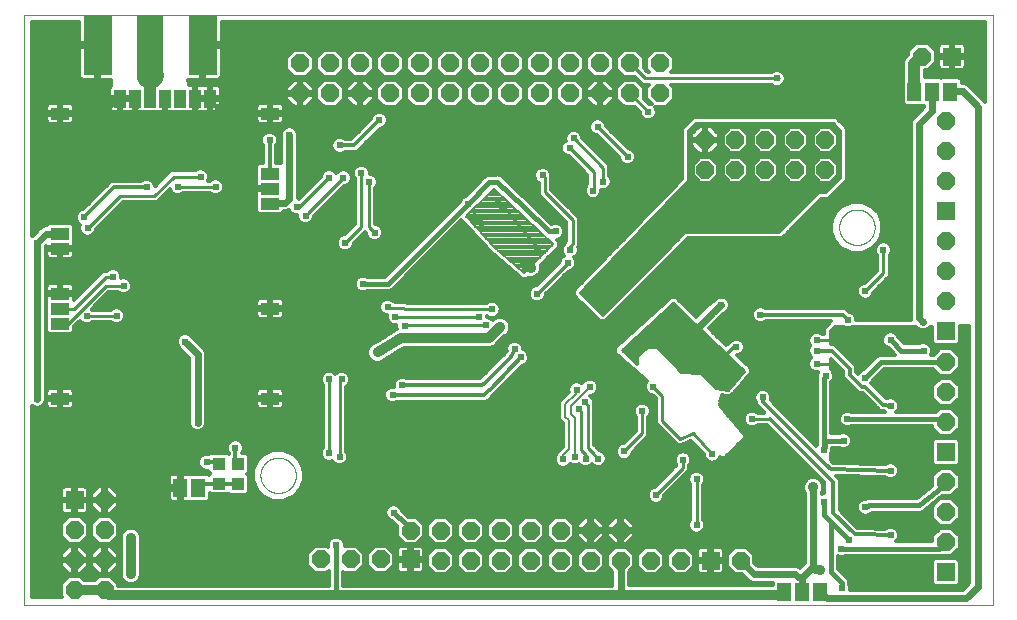
<source format=gbl>
G75*
%MOIN*%
%OFA0B0*%
%FSLAX25Y25*%
%IPPOS*%
%LPD*%
%AMOC8*
5,1,8,0,0,1.08239X$1,22.5*
%
%ADD10C,0.00000*%
%ADD11R,0.04331X0.03937*%
%ADD12R,0.04600X0.06300*%
%ADD13OC8,0.06000*%
%ADD14R,0.06000X0.06000*%
%ADD15R,0.06000X0.04000*%
%ADD16R,0.04000X0.06000*%
%ADD17R,0.09500X0.20000*%
%ADD18R,0.09000X0.20000*%
%ADD19C,0.01200*%
%ADD20C,0.02400*%
%ADD21C,0.01000*%
%ADD22C,0.00800*%
%ADD23C,0.01600*%
%ADD24C,0.02381*%
%ADD25C,0.03562*%
%ADD26C,0.03200*%
%ADD27C,0.02400*%
%ADD28C,0.04000*%
%ADD29C,0.03169*%
D10*
X0005163Y0012652D02*
X0005163Y0209502D01*
X0327998Y0209502D01*
X0327998Y0012652D01*
X0005163Y0012652D01*
X0083903Y0055959D02*
X0083905Y0056112D01*
X0083911Y0056266D01*
X0083921Y0056419D01*
X0083935Y0056571D01*
X0083953Y0056724D01*
X0083975Y0056875D01*
X0084000Y0057026D01*
X0084030Y0057177D01*
X0084064Y0057327D01*
X0084101Y0057475D01*
X0084142Y0057623D01*
X0084187Y0057769D01*
X0084236Y0057915D01*
X0084289Y0058059D01*
X0084345Y0058201D01*
X0084405Y0058342D01*
X0084469Y0058482D01*
X0084536Y0058620D01*
X0084607Y0058756D01*
X0084682Y0058890D01*
X0084759Y0059022D01*
X0084841Y0059152D01*
X0084925Y0059280D01*
X0085013Y0059406D01*
X0085104Y0059529D01*
X0085198Y0059650D01*
X0085296Y0059768D01*
X0085396Y0059884D01*
X0085500Y0059997D01*
X0085606Y0060108D01*
X0085715Y0060216D01*
X0085827Y0060321D01*
X0085941Y0060422D01*
X0086059Y0060521D01*
X0086178Y0060617D01*
X0086300Y0060710D01*
X0086425Y0060799D01*
X0086552Y0060886D01*
X0086681Y0060968D01*
X0086812Y0061048D01*
X0086945Y0061124D01*
X0087080Y0061197D01*
X0087217Y0061266D01*
X0087356Y0061331D01*
X0087496Y0061393D01*
X0087638Y0061451D01*
X0087781Y0061506D01*
X0087926Y0061557D01*
X0088072Y0061604D01*
X0088219Y0061647D01*
X0088367Y0061686D01*
X0088516Y0061722D01*
X0088666Y0061753D01*
X0088817Y0061781D01*
X0088968Y0061805D01*
X0089121Y0061825D01*
X0089273Y0061841D01*
X0089426Y0061853D01*
X0089579Y0061861D01*
X0089732Y0061865D01*
X0089886Y0061865D01*
X0090039Y0061861D01*
X0090192Y0061853D01*
X0090345Y0061841D01*
X0090497Y0061825D01*
X0090650Y0061805D01*
X0090801Y0061781D01*
X0090952Y0061753D01*
X0091102Y0061722D01*
X0091251Y0061686D01*
X0091399Y0061647D01*
X0091546Y0061604D01*
X0091692Y0061557D01*
X0091837Y0061506D01*
X0091980Y0061451D01*
X0092122Y0061393D01*
X0092262Y0061331D01*
X0092401Y0061266D01*
X0092538Y0061197D01*
X0092673Y0061124D01*
X0092806Y0061048D01*
X0092937Y0060968D01*
X0093066Y0060886D01*
X0093193Y0060799D01*
X0093318Y0060710D01*
X0093440Y0060617D01*
X0093559Y0060521D01*
X0093677Y0060422D01*
X0093791Y0060321D01*
X0093903Y0060216D01*
X0094012Y0060108D01*
X0094118Y0059997D01*
X0094222Y0059884D01*
X0094322Y0059768D01*
X0094420Y0059650D01*
X0094514Y0059529D01*
X0094605Y0059406D01*
X0094693Y0059280D01*
X0094777Y0059152D01*
X0094859Y0059022D01*
X0094936Y0058890D01*
X0095011Y0058756D01*
X0095082Y0058620D01*
X0095149Y0058482D01*
X0095213Y0058342D01*
X0095273Y0058201D01*
X0095329Y0058059D01*
X0095382Y0057915D01*
X0095431Y0057769D01*
X0095476Y0057623D01*
X0095517Y0057475D01*
X0095554Y0057327D01*
X0095588Y0057177D01*
X0095618Y0057026D01*
X0095643Y0056875D01*
X0095665Y0056724D01*
X0095683Y0056571D01*
X0095697Y0056419D01*
X0095707Y0056266D01*
X0095713Y0056112D01*
X0095715Y0055959D01*
X0095713Y0055806D01*
X0095707Y0055652D01*
X0095697Y0055499D01*
X0095683Y0055347D01*
X0095665Y0055194D01*
X0095643Y0055043D01*
X0095618Y0054892D01*
X0095588Y0054741D01*
X0095554Y0054591D01*
X0095517Y0054443D01*
X0095476Y0054295D01*
X0095431Y0054149D01*
X0095382Y0054003D01*
X0095329Y0053859D01*
X0095273Y0053717D01*
X0095213Y0053576D01*
X0095149Y0053436D01*
X0095082Y0053298D01*
X0095011Y0053162D01*
X0094936Y0053028D01*
X0094859Y0052896D01*
X0094777Y0052766D01*
X0094693Y0052638D01*
X0094605Y0052512D01*
X0094514Y0052389D01*
X0094420Y0052268D01*
X0094322Y0052150D01*
X0094222Y0052034D01*
X0094118Y0051921D01*
X0094012Y0051810D01*
X0093903Y0051702D01*
X0093791Y0051597D01*
X0093677Y0051496D01*
X0093559Y0051397D01*
X0093440Y0051301D01*
X0093318Y0051208D01*
X0093193Y0051119D01*
X0093066Y0051032D01*
X0092937Y0050950D01*
X0092806Y0050870D01*
X0092673Y0050794D01*
X0092538Y0050721D01*
X0092401Y0050652D01*
X0092262Y0050587D01*
X0092122Y0050525D01*
X0091980Y0050467D01*
X0091837Y0050412D01*
X0091692Y0050361D01*
X0091546Y0050314D01*
X0091399Y0050271D01*
X0091251Y0050232D01*
X0091102Y0050196D01*
X0090952Y0050165D01*
X0090801Y0050137D01*
X0090650Y0050113D01*
X0090497Y0050093D01*
X0090345Y0050077D01*
X0090192Y0050065D01*
X0090039Y0050057D01*
X0089886Y0050053D01*
X0089732Y0050053D01*
X0089579Y0050057D01*
X0089426Y0050065D01*
X0089273Y0050077D01*
X0089121Y0050093D01*
X0088968Y0050113D01*
X0088817Y0050137D01*
X0088666Y0050165D01*
X0088516Y0050196D01*
X0088367Y0050232D01*
X0088219Y0050271D01*
X0088072Y0050314D01*
X0087926Y0050361D01*
X0087781Y0050412D01*
X0087638Y0050467D01*
X0087496Y0050525D01*
X0087356Y0050587D01*
X0087217Y0050652D01*
X0087080Y0050721D01*
X0086945Y0050794D01*
X0086812Y0050870D01*
X0086681Y0050950D01*
X0086552Y0051032D01*
X0086425Y0051119D01*
X0086300Y0051208D01*
X0086178Y0051301D01*
X0086059Y0051397D01*
X0085941Y0051496D01*
X0085827Y0051597D01*
X0085715Y0051702D01*
X0085606Y0051810D01*
X0085500Y0051921D01*
X0085396Y0052034D01*
X0085296Y0052150D01*
X0085198Y0052268D01*
X0085104Y0052389D01*
X0085013Y0052512D01*
X0084925Y0052638D01*
X0084841Y0052766D01*
X0084759Y0052896D01*
X0084682Y0053028D01*
X0084607Y0053162D01*
X0084536Y0053298D01*
X0084469Y0053436D01*
X0084405Y0053576D01*
X0084345Y0053717D01*
X0084289Y0053859D01*
X0084236Y0054003D01*
X0084187Y0054149D01*
X0084142Y0054295D01*
X0084101Y0054443D01*
X0084064Y0054591D01*
X0084030Y0054741D01*
X0084000Y0054892D01*
X0083975Y0055043D01*
X0083953Y0055194D01*
X0083935Y0055347D01*
X0083921Y0055499D01*
X0083911Y0055652D01*
X0083905Y0055806D01*
X0083903Y0055959D01*
X0276816Y0138636D02*
X0276818Y0138789D01*
X0276824Y0138943D01*
X0276834Y0139096D01*
X0276848Y0139248D01*
X0276866Y0139401D01*
X0276888Y0139552D01*
X0276913Y0139703D01*
X0276943Y0139854D01*
X0276977Y0140004D01*
X0277014Y0140152D01*
X0277055Y0140300D01*
X0277100Y0140446D01*
X0277149Y0140592D01*
X0277202Y0140736D01*
X0277258Y0140878D01*
X0277318Y0141019D01*
X0277382Y0141159D01*
X0277449Y0141297D01*
X0277520Y0141433D01*
X0277595Y0141567D01*
X0277672Y0141699D01*
X0277754Y0141829D01*
X0277838Y0141957D01*
X0277926Y0142083D01*
X0278017Y0142206D01*
X0278111Y0142327D01*
X0278209Y0142445D01*
X0278309Y0142561D01*
X0278413Y0142674D01*
X0278519Y0142785D01*
X0278628Y0142893D01*
X0278740Y0142998D01*
X0278854Y0143099D01*
X0278972Y0143198D01*
X0279091Y0143294D01*
X0279213Y0143387D01*
X0279338Y0143476D01*
X0279465Y0143563D01*
X0279594Y0143645D01*
X0279725Y0143725D01*
X0279858Y0143801D01*
X0279993Y0143874D01*
X0280130Y0143943D01*
X0280269Y0144008D01*
X0280409Y0144070D01*
X0280551Y0144128D01*
X0280694Y0144183D01*
X0280839Y0144234D01*
X0280985Y0144281D01*
X0281132Y0144324D01*
X0281280Y0144363D01*
X0281429Y0144399D01*
X0281579Y0144430D01*
X0281730Y0144458D01*
X0281881Y0144482D01*
X0282034Y0144502D01*
X0282186Y0144518D01*
X0282339Y0144530D01*
X0282492Y0144538D01*
X0282645Y0144542D01*
X0282799Y0144542D01*
X0282952Y0144538D01*
X0283105Y0144530D01*
X0283258Y0144518D01*
X0283410Y0144502D01*
X0283563Y0144482D01*
X0283714Y0144458D01*
X0283865Y0144430D01*
X0284015Y0144399D01*
X0284164Y0144363D01*
X0284312Y0144324D01*
X0284459Y0144281D01*
X0284605Y0144234D01*
X0284750Y0144183D01*
X0284893Y0144128D01*
X0285035Y0144070D01*
X0285175Y0144008D01*
X0285314Y0143943D01*
X0285451Y0143874D01*
X0285586Y0143801D01*
X0285719Y0143725D01*
X0285850Y0143645D01*
X0285979Y0143563D01*
X0286106Y0143476D01*
X0286231Y0143387D01*
X0286353Y0143294D01*
X0286472Y0143198D01*
X0286590Y0143099D01*
X0286704Y0142998D01*
X0286816Y0142893D01*
X0286925Y0142785D01*
X0287031Y0142674D01*
X0287135Y0142561D01*
X0287235Y0142445D01*
X0287333Y0142327D01*
X0287427Y0142206D01*
X0287518Y0142083D01*
X0287606Y0141957D01*
X0287690Y0141829D01*
X0287772Y0141699D01*
X0287849Y0141567D01*
X0287924Y0141433D01*
X0287995Y0141297D01*
X0288062Y0141159D01*
X0288126Y0141019D01*
X0288186Y0140878D01*
X0288242Y0140736D01*
X0288295Y0140592D01*
X0288344Y0140446D01*
X0288389Y0140300D01*
X0288430Y0140152D01*
X0288467Y0140004D01*
X0288501Y0139854D01*
X0288531Y0139703D01*
X0288556Y0139552D01*
X0288578Y0139401D01*
X0288596Y0139248D01*
X0288610Y0139096D01*
X0288620Y0138943D01*
X0288626Y0138789D01*
X0288628Y0138636D01*
X0288626Y0138483D01*
X0288620Y0138329D01*
X0288610Y0138176D01*
X0288596Y0138024D01*
X0288578Y0137871D01*
X0288556Y0137720D01*
X0288531Y0137569D01*
X0288501Y0137418D01*
X0288467Y0137268D01*
X0288430Y0137120D01*
X0288389Y0136972D01*
X0288344Y0136826D01*
X0288295Y0136680D01*
X0288242Y0136536D01*
X0288186Y0136394D01*
X0288126Y0136253D01*
X0288062Y0136113D01*
X0287995Y0135975D01*
X0287924Y0135839D01*
X0287849Y0135705D01*
X0287772Y0135573D01*
X0287690Y0135443D01*
X0287606Y0135315D01*
X0287518Y0135189D01*
X0287427Y0135066D01*
X0287333Y0134945D01*
X0287235Y0134827D01*
X0287135Y0134711D01*
X0287031Y0134598D01*
X0286925Y0134487D01*
X0286816Y0134379D01*
X0286704Y0134274D01*
X0286590Y0134173D01*
X0286472Y0134074D01*
X0286353Y0133978D01*
X0286231Y0133885D01*
X0286106Y0133796D01*
X0285979Y0133709D01*
X0285850Y0133627D01*
X0285719Y0133547D01*
X0285586Y0133471D01*
X0285451Y0133398D01*
X0285314Y0133329D01*
X0285175Y0133264D01*
X0285035Y0133202D01*
X0284893Y0133144D01*
X0284750Y0133089D01*
X0284605Y0133038D01*
X0284459Y0132991D01*
X0284312Y0132948D01*
X0284164Y0132909D01*
X0284015Y0132873D01*
X0283865Y0132842D01*
X0283714Y0132814D01*
X0283563Y0132790D01*
X0283410Y0132770D01*
X0283258Y0132754D01*
X0283105Y0132742D01*
X0282952Y0132734D01*
X0282799Y0132730D01*
X0282645Y0132730D01*
X0282492Y0132734D01*
X0282339Y0132742D01*
X0282186Y0132754D01*
X0282034Y0132770D01*
X0281881Y0132790D01*
X0281730Y0132814D01*
X0281579Y0132842D01*
X0281429Y0132873D01*
X0281280Y0132909D01*
X0281132Y0132948D01*
X0280985Y0132991D01*
X0280839Y0133038D01*
X0280694Y0133089D01*
X0280551Y0133144D01*
X0280409Y0133202D01*
X0280269Y0133264D01*
X0280130Y0133329D01*
X0279993Y0133398D01*
X0279858Y0133471D01*
X0279725Y0133547D01*
X0279594Y0133627D01*
X0279465Y0133709D01*
X0279338Y0133796D01*
X0279213Y0133885D01*
X0279091Y0133978D01*
X0278972Y0134074D01*
X0278854Y0134173D01*
X0278740Y0134274D01*
X0278628Y0134379D01*
X0278519Y0134487D01*
X0278413Y0134598D01*
X0278309Y0134711D01*
X0278209Y0134827D01*
X0278111Y0134945D01*
X0278017Y0135066D01*
X0277926Y0135189D01*
X0277838Y0135315D01*
X0277754Y0135443D01*
X0277672Y0135573D01*
X0277595Y0135705D01*
X0277520Y0135839D01*
X0277449Y0135975D01*
X0277382Y0136113D01*
X0277318Y0136253D01*
X0277258Y0136394D01*
X0277202Y0136536D01*
X0277149Y0136680D01*
X0277100Y0136826D01*
X0277055Y0136972D01*
X0277014Y0137120D01*
X0276977Y0137268D01*
X0276943Y0137418D01*
X0276913Y0137569D01*
X0276888Y0137720D01*
X0276866Y0137871D01*
X0276848Y0138024D01*
X0276834Y0138176D01*
X0276824Y0138329D01*
X0276818Y0138483D01*
X0276816Y0138636D01*
D11*
X0076431Y0059761D03*
X0070231Y0059861D03*
X0070231Y0053169D03*
X0076431Y0053069D03*
D12*
X0063198Y0051778D03*
X0057198Y0051778D03*
X0258531Y0017115D03*
X0264531Y0017115D03*
X0270531Y0017115D03*
X0301837Y0183831D03*
X0307837Y0183831D03*
X0313837Y0183831D03*
D13*
X0312331Y0173915D03*
X0312331Y0163915D03*
X0312331Y0153915D03*
X0312331Y0133915D03*
X0312331Y0123915D03*
X0312331Y0113915D03*
X0312331Y0093715D03*
X0312331Y0083715D03*
X0312331Y0073715D03*
X0312331Y0053715D03*
X0312331Y0043715D03*
X0312331Y0033715D03*
X0243931Y0027515D03*
X0223931Y0027515D03*
X0213931Y0027515D03*
X0203931Y0027515D03*
X0203931Y0027515D03*
X0193931Y0027515D03*
X0183931Y0027515D03*
X0173931Y0027515D03*
X0163931Y0027515D03*
X0153931Y0027515D03*
X0143931Y0027515D03*
X0143931Y0037515D03*
X0133931Y0037515D03*
X0123931Y0027915D03*
X0113931Y0027915D03*
X0103931Y0027915D03*
X0153931Y0037515D03*
X0163931Y0037515D03*
X0173931Y0037515D03*
X0183931Y0037515D03*
X0193931Y0037515D03*
X0203931Y0037515D03*
X0232131Y0157715D03*
X0242131Y0157715D03*
X0252131Y0157715D03*
X0262131Y0157715D03*
X0272131Y0157715D03*
X0272131Y0167715D03*
X0262131Y0167715D03*
X0252131Y0167715D03*
X0242131Y0167715D03*
X0232131Y0167715D03*
X0217131Y0183263D03*
X0207131Y0183263D03*
X0197131Y0183263D03*
X0187131Y0183263D03*
X0177131Y0183263D03*
X0167131Y0183263D03*
X0157131Y0183263D03*
X0147131Y0183263D03*
X0137131Y0183263D03*
X0127131Y0183263D03*
X0117131Y0183263D03*
X0107131Y0183263D03*
X0097131Y0183263D03*
X0097131Y0193263D03*
X0107131Y0193263D03*
X0117131Y0193263D03*
X0127131Y0193263D03*
X0137131Y0193263D03*
X0147131Y0193263D03*
X0157131Y0193263D03*
X0167131Y0193263D03*
X0177131Y0193263D03*
X0187131Y0193263D03*
X0197131Y0193263D03*
X0207131Y0193263D03*
X0217131Y0193263D03*
X0304418Y0195554D03*
X0031931Y0047715D03*
X0031931Y0037715D03*
X0021931Y0037715D03*
X0021931Y0027715D03*
X0031931Y0027715D03*
X0031931Y0017715D03*
X0021931Y0017715D03*
D14*
X0021931Y0047715D03*
X0133931Y0027915D03*
X0233931Y0027515D03*
X0233931Y0027515D03*
X0312331Y0023715D03*
X0312331Y0063715D03*
X0312331Y0103915D03*
X0312331Y0143915D03*
X0314418Y0195554D03*
D15*
X0087131Y0176515D03*
X0087131Y0156515D03*
X0087131Y0151515D03*
X0087131Y0146515D03*
X0087131Y0111515D03*
X0087131Y0081515D03*
X0017131Y0081515D03*
X0017131Y0106515D03*
X0017131Y0111515D03*
X0017131Y0116515D03*
X0017131Y0131515D03*
X0017131Y0136515D03*
X0017131Y0176515D03*
D16*
X0037131Y0181515D03*
X0042131Y0181515D03*
X0047131Y0181515D03*
X0052131Y0181515D03*
X0057131Y0181515D03*
X0062131Y0181515D03*
X0067131Y0181515D03*
D17*
X0064631Y0199415D03*
X0029631Y0199415D03*
D18*
X0047131Y0199415D03*
D19*
X0059921Y0187815D02*
X0064032Y0187815D01*
X0064032Y0198815D01*
X0065231Y0198815D01*
X0065231Y0187815D01*
X0069592Y0187815D01*
X0069999Y0187924D01*
X0070364Y0188135D01*
X0070662Y0188433D01*
X0070872Y0188797D01*
X0070981Y0189204D01*
X0070981Y0198815D01*
X0065232Y0198815D01*
X0065232Y0200015D01*
X0070981Y0200015D01*
X0070981Y0206902D01*
X0325398Y0206902D01*
X0325398Y0180409D01*
X0324618Y0181189D01*
X0319518Y0186289D01*
X0318488Y0186715D01*
X0317737Y0186715D01*
X0317737Y0187644D01*
X0316800Y0188581D01*
X0310874Y0188581D01*
X0310837Y0188544D01*
X0310800Y0188581D01*
X0305437Y0188581D01*
X0305437Y0190954D01*
X0306323Y0190954D01*
X0309018Y0193649D01*
X0309018Y0197460D01*
X0306323Y0200154D01*
X0302513Y0200154D01*
X0299818Y0197460D01*
X0299818Y0196045D01*
X0298785Y0195012D01*
X0298237Y0193689D01*
X0298237Y0187944D01*
X0297937Y0187644D01*
X0297937Y0180019D01*
X0298874Y0179081D01*
X0304800Y0179081D01*
X0304837Y0179119D01*
X0304874Y0179081D01*
X0305037Y0179081D01*
X0305037Y0178580D01*
X0301945Y0175489D01*
X0301158Y0174701D01*
X0300731Y0173672D01*
X0300731Y0107758D01*
X0300749Y0107715D01*
X0282531Y0107715D01*
X0282531Y0108272D01*
X0282105Y0109301D01*
X0281318Y0110089D01*
X0280288Y0110515D01*
X0280043Y0110515D01*
X0278843Y0111715D01*
X0252291Y0111715D01*
X0252118Y0111889D01*
X0251088Y0112315D01*
X0249975Y0112315D01*
X0248945Y0111889D01*
X0248158Y0111101D01*
X0247731Y0110072D01*
X0247731Y0108958D01*
X0248158Y0107929D01*
X0248945Y0107141D01*
X0249975Y0106715D01*
X0251088Y0106715D01*
X0252118Y0107141D01*
X0252291Y0107315D01*
X0274220Y0107315D01*
X0271731Y0104826D01*
X0271731Y0103216D01*
X0271045Y0103161D01*
X0270918Y0103289D01*
X0269888Y0103715D01*
X0268775Y0103715D01*
X0267745Y0103289D01*
X0266958Y0102501D01*
X0266531Y0101472D01*
X0266531Y0100358D01*
X0266958Y0099329D01*
X0267072Y0099215D01*
X0266958Y0099101D01*
X0266531Y0098072D01*
X0266531Y0096958D01*
X0266958Y0095929D01*
X0267572Y0095315D01*
X0266958Y0094701D01*
X0266531Y0093672D01*
X0266531Y0092558D01*
X0266958Y0091529D01*
X0267745Y0090741D01*
X0268775Y0090315D01*
X0269798Y0090315D01*
X0269531Y0089672D01*
X0269531Y0089475D01*
X0269331Y0088992D01*
X0269331Y0066038D01*
X0269211Y0065747D01*
X0258531Y0076426D01*
X0253976Y0080982D01*
X0254131Y0081358D01*
X0254131Y0082472D01*
X0253705Y0083501D01*
X0252918Y0084289D01*
X0251888Y0084715D01*
X0250775Y0084715D01*
X0249745Y0084289D01*
X0248958Y0083501D01*
X0248531Y0082472D01*
X0248531Y0081358D01*
X0248958Y0080329D01*
X0249131Y0080155D01*
X0249131Y0079604D01*
X0250420Y0078315D01*
X0251920Y0076815D01*
X0249591Y0076815D01*
X0249318Y0077089D01*
X0248288Y0077515D01*
X0247175Y0077515D01*
X0246145Y0077089D01*
X0245358Y0076301D01*
X0244931Y0075272D01*
X0244931Y0074158D01*
X0245358Y0073129D01*
X0246145Y0072341D01*
X0247175Y0071915D01*
X0248288Y0071915D01*
X0249318Y0072341D01*
X0249591Y0072615D01*
X0252720Y0072615D01*
X0271731Y0053604D01*
X0271731Y0049915D01*
X0271175Y0049915D01*
X0270931Y0049814D01*
X0270931Y0049933D01*
X0270998Y0050000D01*
X0271513Y0051242D01*
X0271513Y0052587D01*
X0270998Y0053830D01*
X0270047Y0054781D01*
X0268804Y0055296D01*
X0267459Y0055296D01*
X0266216Y0054781D01*
X0265265Y0053830D01*
X0264750Y0052587D01*
X0264750Y0051242D01*
X0265265Y0050000D01*
X0265331Y0049933D01*
X0265331Y0026675D01*
X0263831Y0025175D01*
X0263718Y0025289D01*
X0262688Y0025715D01*
X0249691Y0025715D01*
X0248531Y0026875D01*
X0248531Y0029420D01*
X0245837Y0032115D01*
X0242026Y0032115D01*
X0239331Y0029420D01*
X0239331Y0025610D01*
X0242026Y0022915D01*
X0244572Y0022915D01*
X0246945Y0020541D01*
X0247975Y0020115D01*
X0254631Y0020115D01*
X0254631Y0019389D01*
X0206731Y0019389D01*
X0206731Y0023810D01*
X0208531Y0025610D01*
X0208531Y0029420D01*
X0205837Y0032115D01*
X0202026Y0032115D01*
X0199331Y0029420D01*
X0199331Y0025610D01*
X0201131Y0023810D01*
X0201131Y0019115D01*
X0111531Y0019115D01*
X0111531Y0023810D01*
X0112026Y0023315D01*
X0115837Y0023315D01*
X0118531Y0026010D01*
X0118531Y0029820D01*
X0115837Y0032515D01*
X0112026Y0032515D01*
X0111931Y0032420D01*
X0111931Y0033272D01*
X0111505Y0034301D01*
X0110718Y0035089D01*
X0109688Y0035515D01*
X0108575Y0035515D01*
X0107545Y0035089D01*
X0106758Y0034301D01*
X0106331Y0033272D01*
X0106331Y0032158D01*
X0106429Y0031923D01*
X0105837Y0032515D01*
X0102026Y0032515D01*
X0099331Y0029820D01*
X0099331Y0026010D01*
X0102026Y0023315D01*
X0105837Y0023315D01*
X0106731Y0024210D01*
X0106731Y0019115D01*
X0036531Y0019115D01*
X0036531Y0019620D01*
X0033837Y0022315D01*
X0030026Y0022315D01*
X0028626Y0020915D01*
X0025237Y0020915D01*
X0023837Y0022315D01*
X0020026Y0022315D01*
X0017331Y0019620D01*
X0017331Y0015810D01*
X0017889Y0015252D01*
X0007763Y0015252D01*
X0007763Y0079124D01*
X0007945Y0078941D01*
X0008975Y0078515D01*
X0010088Y0078515D01*
X0011118Y0078941D01*
X0011905Y0079729D01*
X0012331Y0080758D01*
X0012331Y0132355D01*
X0012531Y0132555D01*
X0012531Y0131915D01*
X0016731Y0131915D01*
X0016731Y0131115D01*
X0012531Y0131115D01*
X0012531Y0129304D01*
X0012641Y0128897D01*
X0012851Y0128533D01*
X0013149Y0128235D01*
X0013514Y0128024D01*
X0013921Y0127915D01*
X0016731Y0127915D01*
X0016731Y0131115D01*
X0017531Y0131115D01*
X0017531Y0127915D01*
X0020342Y0127915D01*
X0020749Y0128024D01*
X0021114Y0128235D01*
X0021412Y0128533D01*
X0021622Y0128897D01*
X0021731Y0129304D01*
X0021731Y0131115D01*
X0017532Y0131115D01*
X0017532Y0131915D01*
X0021731Y0131915D01*
X0021731Y0133726D01*
X0021705Y0133825D01*
X0021731Y0133852D01*
X0021731Y0139178D01*
X0020794Y0140115D01*
X0013469Y0140115D01*
X0012669Y0139315D01*
X0011975Y0139315D01*
X0010945Y0138889D01*
X0010158Y0138101D01*
X0007945Y0135889D01*
X0007763Y0135706D01*
X0007763Y0206902D01*
X0023281Y0206902D01*
X0023281Y0200015D01*
X0029031Y0200015D01*
X0029031Y0198815D01*
X0023281Y0198815D01*
X0023281Y0189204D01*
X0023391Y0188797D01*
X0023601Y0188433D01*
X0023899Y0188135D01*
X0024264Y0187924D01*
X0024671Y0187815D01*
X0029032Y0187815D01*
X0029032Y0198815D01*
X0030231Y0198815D01*
X0030231Y0187815D01*
X0034122Y0187815D01*
X0034131Y0185777D01*
X0033851Y0185497D01*
X0033641Y0185133D01*
X0033531Y0184726D01*
X0033531Y0181915D01*
X0036731Y0181915D01*
X0036731Y0181115D01*
X0033531Y0181115D01*
X0033531Y0178304D01*
X0033641Y0177897D01*
X0033851Y0177533D01*
X0034149Y0177235D01*
X0034514Y0177024D01*
X0034921Y0176915D01*
X0036731Y0176915D01*
X0036731Y0181115D01*
X0037531Y0181115D01*
X0037531Y0176915D01*
X0039342Y0176915D01*
X0039631Y0176992D01*
X0039921Y0176915D01*
X0041731Y0176915D01*
X0041731Y0181115D01*
X0038531Y0181115D01*
X0037532Y0181115D01*
X0037532Y0181915D01*
X0041731Y0181915D01*
X0041731Y0181115D01*
X0042531Y0181115D01*
X0042531Y0176915D01*
X0044342Y0176915D01*
X0044442Y0176942D01*
X0044469Y0176915D01*
X0049794Y0176915D01*
X0049821Y0176942D01*
X0049921Y0176915D01*
X0051731Y0176915D01*
X0051731Y0181115D01*
X0052531Y0181115D01*
X0052531Y0176915D01*
X0054342Y0176915D01*
X0054442Y0176942D01*
X0054469Y0176915D01*
X0059794Y0176915D01*
X0059821Y0176942D01*
X0059921Y0176915D01*
X0061731Y0176915D01*
X0061731Y0181115D01*
X0062531Y0181115D01*
X0062531Y0176915D01*
X0064342Y0176915D01*
X0064631Y0176992D01*
X0064921Y0176915D01*
X0066731Y0176915D01*
X0066731Y0181115D01*
X0063531Y0181115D01*
X0062532Y0181115D01*
X0062532Y0181915D01*
X0066731Y0181915D01*
X0066731Y0181115D01*
X0067531Y0181115D01*
X0067531Y0176915D01*
X0069342Y0176915D01*
X0069749Y0177024D01*
X0070114Y0177235D01*
X0070412Y0177533D01*
X0070622Y0177897D01*
X0070731Y0178304D01*
X0070731Y0181115D01*
X0067532Y0181115D01*
X0067532Y0181915D01*
X0070731Y0181915D01*
X0070731Y0184726D01*
X0070622Y0185133D01*
X0070412Y0185497D01*
X0070114Y0185795D01*
X0069749Y0186006D01*
X0069342Y0186115D01*
X0067531Y0186115D01*
X0067531Y0181915D01*
X0066731Y0181915D01*
X0066731Y0186115D01*
X0064921Y0186115D01*
X0064631Y0186037D01*
X0064342Y0186115D01*
X0062531Y0186115D01*
X0062531Y0181915D01*
X0061731Y0181915D01*
X0061731Y0186115D01*
X0059937Y0186115D01*
X0059938Y0186244D01*
X0059928Y0186254D01*
X0059921Y0187815D01*
X0059924Y0187293D02*
X0094656Y0187293D01*
X0095226Y0187863D02*
X0092531Y0185168D01*
X0092531Y0183663D01*
X0096731Y0183663D01*
X0096731Y0182863D01*
X0092531Y0182863D01*
X0092531Y0181358D01*
X0095226Y0178663D01*
X0096731Y0178663D01*
X0096731Y0182863D01*
X0097531Y0182863D01*
X0097531Y0178663D01*
X0099037Y0178663D01*
X0101731Y0181358D01*
X0101731Y0182863D01*
X0097532Y0182863D01*
X0097532Y0183663D01*
X0101731Y0183663D01*
X0101731Y0185168D01*
X0099037Y0187863D01*
X0097531Y0187863D01*
X0097531Y0183663D01*
X0096731Y0183663D01*
X0096731Y0187863D01*
X0095226Y0187863D01*
X0095226Y0188663D02*
X0099037Y0188663D01*
X0101731Y0191358D01*
X0101731Y0195168D01*
X0099037Y0197863D01*
X0095226Y0197863D01*
X0092531Y0195168D01*
X0092531Y0191358D01*
X0095226Y0188663D01*
X0094199Y0189690D02*
X0070981Y0189690D01*
X0070981Y0190889D02*
X0093000Y0190889D01*
X0092531Y0192087D02*
X0070981Y0192087D01*
X0070981Y0193286D02*
X0092531Y0193286D01*
X0092531Y0194484D02*
X0070981Y0194484D01*
X0070981Y0195683D02*
X0093046Y0195683D01*
X0094244Y0196881D02*
X0070981Y0196881D01*
X0070981Y0198080D02*
X0300438Y0198080D01*
X0299818Y0196881D02*
X0220019Y0196881D01*
X0219037Y0197863D02*
X0215226Y0197863D01*
X0212531Y0195168D01*
X0212531Y0191358D01*
X0213526Y0190363D01*
X0213001Y0190363D01*
X0211731Y0191633D01*
X0211731Y0195168D01*
X0209037Y0197863D01*
X0205226Y0197863D01*
X0202531Y0195168D01*
X0202531Y0191358D01*
X0205226Y0188663D01*
X0208762Y0188663D01*
X0210031Y0187393D01*
X0211262Y0186163D01*
X0213526Y0186163D01*
X0212531Y0185168D01*
X0212531Y0181358D01*
X0214265Y0179624D01*
X0213688Y0179863D01*
X0213344Y0179863D01*
X0211731Y0181529D01*
X0211731Y0185168D01*
X0209037Y0187863D01*
X0205226Y0187863D01*
X0202531Y0185168D01*
X0202531Y0181358D01*
X0205226Y0178663D01*
X0208661Y0178663D01*
X0210331Y0176937D01*
X0210331Y0176506D01*
X0210758Y0175477D01*
X0211545Y0174689D01*
X0212575Y0174263D01*
X0213688Y0174263D01*
X0214718Y0174689D01*
X0215505Y0175477D01*
X0215931Y0176506D01*
X0215931Y0177620D01*
X0215505Y0178649D01*
X0215491Y0178663D01*
X0219037Y0178663D01*
X0221731Y0181358D01*
X0221731Y0185168D01*
X0220737Y0186163D01*
X0254272Y0186163D01*
X0254545Y0185889D01*
X0255575Y0185463D01*
X0256688Y0185463D01*
X0257718Y0185889D01*
X0258505Y0186677D01*
X0258781Y0187343D01*
X0258831Y0187393D01*
X0258831Y0187465D01*
X0258931Y0187706D01*
X0258931Y0188820D01*
X0258831Y0189061D01*
X0258831Y0189133D01*
X0258781Y0189183D01*
X0258505Y0189849D01*
X0257718Y0190637D01*
X0256688Y0191063D01*
X0255575Y0191063D01*
X0254545Y0190637D01*
X0254272Y0190363D01*
X0220737Y0190363D01*
X0221731Y0191358D01*
X0221731Y0195168D01*
X0219037Y0197863D01*
X0221217Y0195683D02*
X0299455Y0195683D01*
X0298566Y0194484D02*
X0221731Y0194484D01*
X0221731Y0193286D02*
X0298237Y0193286D01*
X0298237Y0192087D02*
X0221731Y0192087D01*
X0221263Y0190889D02*
X0255154Y0190889D01*
X0257109Y0190889D02*
X0298237Y0190889D01*
X0298237Y0189690D02*
X0258571Y0189690D01*
X0258931Y0188492D02*
X0298237Y0188492D01*
X0297937Y0187293D02*
X0258760Y0187293D01*
X0257923Y0186095D02*
X0297937Y0186095D01*
X0297937Y0184896D02*
X0221731Y0184896D01*
X0221731Y0183698D02*
X0297937Y0183698D01*
X0297937Y0182499D02*
X0221731Y0182499D01*
X0221674Y0181301D02*
X0297937Y0181301D01*
X0297937Y0180102D02*
X0220476Y0180102D01*
X0219277Y0178904D02*
X0305037Y0178904D01*
X0304162Y0177705D02*
X0215896Y0177705D01*
X0215931Y0176507D02*
X0302963Y0176507D01*
X0301765Y0175308D02*
X0275650Y0175308D01*
X0275643Y0175315D02*
X0228220Y0175315D01*
X0226931Y0174026D01*
X0224531Y0171626D01*
X0224531Y0154805D01*
X0189163Y0118258D01*
X0188531Y0117626D01*
X0188531Y0117605D01*
X0188517Y0117590D01*
X0188531Y0116697D01*
X0188531Y0115804D01*
X0188546Y0115789D01*
X0188547Y0115768D01*
X0189189Y0115147D01*
X0197020Y0107315D01*
X0198843Y0107315D01*
X0200131Y0108604D01*
X0226443Y0134915D01*
X0257643Y0134915D01*
X0258931Y0136204D01*
X0270843Y0148115D01*
X0273243Y0148115D01*
X0274531Y0149404D01*
X0279331Y0154204D01*
X0279331Y0171626D01*
X0275643Y0175315D01*
X0276848Y0174110D02*
X0300913Y0174110D01*
X0300731Y0172911D02*
X0278047Y0172911D01*
X0279245Y0171713D02*
X0300731Y0171713D01*
X0300731Y0170514D02*
X0279331Y0170514D01*
X0279331Y0169315D02*
X0300731Y0169315D01*
X0300731Y0168117D02*
X0279331Y0168117D01*
X0279331Y0166918D02*
X0300731Y0166918D01*
X0300731Y0165720D02*
X0279331Y0165720D01*
X0279331Y0164521D02*
X0300731Y0164521D01*
X0300731Y0163323D02*
X0279331Y0163323D01*
X0279331Y0162124D02*
X0300731Y0162124D01*
X0300731Y0160926D02*
X0279331Y0160926D01*
X0279331Y0159727D02*
X0300731Y0159727D01*
X0300731Y0158529D02*
X0279331Y0158529D01*
X0279331Y0157330D02*
X0300731Y0157330D01*
X0300731Y0156132D02*
X0279331Y0156132D01*
X0279331Y0154933D02*
X0300731Y0154933D01*
X0300731Y0153735D02*
X0278863Y0153735D01*
X0277664Y0152536D02*
X0300731Y0152536D01*
X0300731Y0151338D02*
X0276466Y0151338D01*
X0275267Y0150139D02*
X0300731Y0150139D01*
X0300731Y0148941D02*
X0274069Y0148941D01*
X0274531Y0149404D02*
X0274531Y0149404D01*
X0273354Y0151338D02*
X0224237Y0151338D01*
X0223078Y0150139D02*
X0269756Y0150139D01*
X0269931Y0150315D02*
X0256731Y0137115D01*
X0225531Y0137115D01*
X0197931Y0109515D01*
X0190731Y0116715D01*
X0226731Y0153915D01*
X0226731Y0170715D01*
X0229131Y0173115D01*
X0274731Y0173115D01*
X0277131Y0170715D01*
X0277131Y0155115D01*
X0272331Y0150315D01*
X0269931Y0150315D01*
X0268557Y0148941D02*
X0221918Y0148941D01*
X0220758Y0147742D02*
X0267359Y0147742D01*
X0266160Y0146544D02*
X0219598Y0146544D01*
X0218438Y0145345D02*
X0264962Y0145345D01*
X0263763Y0144147D02*
X0217278Y0144147D01*
X0216119Y0142948D02*
X0262565Y0142948D01*
X0261366Y0141750D02*
X0214959Y0141750D01*
X0213799Y0140551D02*
X0260168Y0140551D01*
X0258969Y0139353D02*
X0212639Y0139353D01*
X0211479Y0138154D02*
X0257771Y0138154D01*
X0259683Y0136956D02*
X0274217Y0136956D01*
X0274217Y0136944D02*
X0275511Y0133818D01*
X0277904Y0131426D01*
X0281030Y0130131D01*
X0284414Y0130131D01*
X0287540Y0131426D01*
X0289933Y0133818D01*
X0291228Y0136944D01*
X0291228Y0140328D01*
X0289933Y0143454D01*
X0287540Y0145847D01*
X0284414Y0147142D01*
X0281030Y0147142D01*
X0277904Y0145847D01*
X0275511Y0143454D01*
X0274217Y0140328D01*
X0274217Y0136944D01*
X0274217Y0138154D02*
X0260882Y0138154D01*
X0262080Y0139353D02*
X0274217Y0139353D01*
X0274309Y0140551D02*
X0263279Y0140551D01*
X0264478Y0141750D02*
X0274805Y0141750D01*
X0275302Y0142948D02*
X0265676Y0142948D01*
X0266875Y0144147D02*
X0276204Y0144147D01*
X0277402Y0145345D02*
X0268073Y0145345D01*
X0269272Y0146544D02*
X0279587Y0146544D01*
X0285858Y0146544D02*
X0300731Y0146544D01*
X0300731Y0147742D02*
X0270470Y0147742D01*
X0274553Y0152536D02*
X0225397Y0152536D01*
X0226557Y0153735D02*
X0230172Y0153735D01*
X0230392Y0153515D02*
X0233871Y0153515D01*
X0236331Y0155975D01*
X0236331Y0159455D01*
X0233871Y0161915D01*
X0230392Y0161915D01*
X0227931Y0159455D01*
X0227931Y0155975D01*
X0230392Y0153515D01*
X0228973Y0154933D02*
X0226731Y0154933D01*
X0226731Y0156132D02*
X0227931Y0156132D01*
X0227931Y0157330D02*
X0226731Y0157330D01*
X0226731Y0158529D02*
X0227931Y0158529D01*
X0228204Y0159727D02*
X0226731Y0159727D01*
X0226731Y0160926D02*
X0229403Y0160926D01*
X0230226Y0163115D02*
X0231731Y0163115D01*
X0231731Y0167315D01*
X0227531Y0167315D01*
X0227531Y0165810D01*
X0230226Y0163115D01*
X0230018Y0163323D02*
X0226731Y0163323D01*
X0226731Y0164521D02*
X0228820Y0164521D01*
X0227621Y0165720D02*
X0226731Y0165720D01*
X0226731Y0166918D02*
X0227531Y0166918D01*
X0227531Y0168115D02*
X0231731Y0168115D01*
X0231731Y0167315D01*
X0232531Y0167315D01*
X0232531Y0163115D01*
X0234037Y0163115D01*
X0236731Y0165810D01*
X0236731Y0167315D01*
X0232532Y0167315D01*
X0232532Y0168115D01*
X0236731Y0168115D01*
X0236731Y0169620D01*
X0234037Y0172315D01*
X0232531Y0172315D01*
X0232531Y0168115D01*
X0231731Y0168115D01*
X0231731Y0172315D01*
X0230226Y0172315D01*
X0227531Y0169620D01*
X0227531Y0168115D01*
X0227531Y0168117D02*
X0226731Y0168117D01*
X0226731Y0169315D02*
X0227531Y0169315D01*
X0226731Y0170514D02*
X0228425Y0170514D01*
X0227729Y0171713D02*
X0229624Y0171713D01*
X0228928Y0172911D02*
X0274935Y0172911D01*
X0273871Y0171915D02*
X0270392Y0171915D01*
X0267931Y0169455D01*
X0267931Y0165975D01*
X0270392Y0163515D01*
X0273871Y0163515D01*
X0276331Y0165975D01*
X0276331Y0169455D01*
X0273871Y0171915D01*
X0274074Y0171713D02*
X0276134Y0171713D01*
X0275272Y0170514D02*
X0277131Y0170514D01*
X0277131Y0169315D02*
X0276331Y0169315D01*
X0276331Y0168117D02*
X0277131Y0168117D01*
X0277131Y0166918D02*
X0276331Y0166918D01*
X0276076Y0165720D02*
X0277131Y0165720D01*
X0277131Y0164521D02*
X0274878Y0164521D01*
X0277131Y0163323D02*
X0234245Y0163323D01*
X0235443Y0164521D02*
X0239385Y0164521D01*
X0240392Y0163515D02*
X0243871Y0163515D01*
X0246331Y0165975D01*
X0246331Y0169455D01*
X0243871Y0171915D01*
X0240392Y0171915D01*
X0237931Y0169455D01*
X0237931Y0165975D01*
X0240392Y0163515D01*
X0240392Y0161915D02*
X0237931Y0159455D01*
X0237931Y0155975D01*
X0240392Y0153515D01*
X0243871Y0153515D01*
X0246331Y0155975D01*
X0246331Y0159455D01*
X0243871Y0161915D01*
X0240392Y0161915D01*
X0239403Y0160926D02*
X0234860Y0160926D01*
X0236059Y0159727D02*
X0238204Y0159727D01*
X0237931Y0158529D02*
X0236331Y0158529D01*
X0236331Y0157330D02*
X0237931Y0157330D01*
X0237931Y0156132D02*
X0236331Y0156132D01*
X0235290Y0154933D02*
X0238973Y0154933D01*
X0240172Y0153735D02*
X0234091Y0153735D01*
X0224531Y0154933D02*
X0200719Y0154933D01*
X0200931Y0154420D02*
X0200505Y0155449D01*
X0200231Y0155723D01*
X0200231Y0159333D01*
X0191131Y0168433D01*
X0191131Y0168820D01*
X0190705Y0169849D01*
X0189918Y0170637D01*
X0188888Y0171063D01*
X0187775Y0171063D01*
X0186745Y0170637D01*
X0185958Y0169849D01*
X0185531Y0168820D01*
X0185531Y0167706D01*
X0185599Y0167542D01*
X0185345Y0167437D01*
X0184558Y0166649D01*
X0184131Y0165620D01*
X0184131Y0164506D01*
X0184558Y0163477D01*
X0185345Y0162689D01*
X0186375Y0162263D01*
X0186762Y0162263D01*
X0192831Y0156193D01*
X0192831Y0152923D01*
X0192358Y0152449D01*
X0191931Y0151420D01*
X0191931Y0150306D01*
X0192358Y0149277D01*
X0193145Y0148489D01*
X0194175Y0148063D01*
X0195288Y0148063D01*
X0196318Y0148489D01*
X0197105Y0149277D01*
X0197531Y0150306D01*
X0197531Y0151081D01*
X0197575Y0151063D01*
X0198688Y0151063D01*
X0199718Y0151489D01*
X0200505Y0152277D01*
X0200931Y0153306D01*
X0200931Y0154420D01*
X0200931Y0153735D02*
X0223496Y0153735D01*
X0222336Y0152536D02*
X0200613Y0152536D01*
X0199352Y0151338D02*
X0221176Y0151338D01*
X0220016Y0150139D02*
X0197462Y0150139D01*
X0196769Y0148941D02*
X0218856Y0148941D01*
X0217696Y0147742D02*
X0184274Y0147742D01*
X0185473Y0146544D02*
X0216537Y0146544D01*
X0215377Y0145345D02*
X0186671Y0145345D01*
X0187870Y0144147D02*
X0214217Y0144147D01*
X0213057Y0142948D02*
X0189068Y0142948D01*
X0188801Y0143215D02*
X0188001Y0144015D01*
X0180831Y0151185D01*
X0180831Y0155985D01*
X0180731Y0156085D01*
X0180731Y0156472D01*
X0180305Y0157501D01*
X0179518Y0158289D01*
X0178488Y0158715D01*
X0177375Y0158715D01*
X0176345Y0158289D01*
X0175558Y0157501D01*
X0175131Y0156472D01*
X0175131Y0155358D01*
X0175558Y0154329D01*
X0176345Y0153541D01*
X0176631Y0153423D01*
X0176631Y0149445D01*
X0185031Y0141045D01*
X0185831Y0140245D01*
X0185831Y0133985D01*
X0185031Y0133185D01*
X0185031Y0132975D01*
X0184758Y0132701D01*
X0184331Y0131672D01*
X0184331Y0130558D01*
X0184758Y0129529D01*
X0185102Y0129184D01*
X0184745Y0129037D01*
X0183958Y0128249D01*
X0183531Y0127220D01*
X0183531Y0126833D01*
X0175962Y0119263D01*
X0175575Y0119263D01*
X0174545Y0118837D01*
X0173758Y0118049D01*
X0173331Y0117020D01*
X0173331Y0115906D01*
X0173758Y0114877D01*
X0174545Y0114089D01*
X0175575Y0113663D01*
X0176688Y0113663D01*
X0177718Y0114089D01*
X0178505Y0114877D01*
X0178931Y0115906D01*
X0178931Y0116293D01*
X0186501Y0123863D01*
X0186888Y0123863D01*
X0187918Y0124289D01*
X0188705Y0125077D01*
X0189131Y0126106D01*
X0189131Y0127220D01*
X0188705Y0128249D01*
X0188361Y0128593D01*
X0188718Y0128741D01*
X0189505Y0129529D01*
X0189931Y0130558D01*
X0189931Y0131672D01*
X0189793Y0132007D01*
X0190031Y0132245D01*
X0190031Y0141985D01*
X0188801Y0143215D01*
X0190031Y0141750D02*
X0211897Y0141750D01*
X0210737Y0140551D02*
X0190031Y0140551D01*
X0190031Y0139353D02*
X0209577Y0139353D01*
X0208418Y0138154D02*
X0190031Y0138154D01*
X0190031Y0136956D02*
X0207258Y0136956D01*
X0206098Y0135757D02*
X0190031Y0135757D01*
X0190031Y0134559D02*
X0204938Y0134559D01*
X0203778Y0133360D02*
X0190031Y0133360D01*
X0189948Y0132162D02*
X0202618Y0132162D01*
X0201459Y0130963D02*
X0189931Y0130963D01*
X0189603Y0129765D02*
X0200299Y0129765D01*
X0199139Y0128566D02*
X0188388Y0128566D01*
X0189070Y0127368D02*
X0197979Y0127368D01*
X0196819Y0126169D02*
X0189131Y0126169D01*
X0188599Y0124971D02*
X0195659Y0124971D01*
X0194499Y0123772D02*
X0186410Y0123772D01*
X0185212Y0122574D02*
X0193340Y0122574D01*
X0192180Y0121375D02*
X0184013Y0121375D01*
X0182815Y0120177D02*
X0191020Y0120177D01*
X0189860Y0118978D02*
X0181616Y0118978D01*
X0180418Y0117779D02*
X0188685Y0117779D01*
X0188531Y0116581D02*
X0179219Y0116581D01*
X0178715Y0115382D02*
X0188945Y0115382D01*
X0190151Y0114184D02*
X0177812Y0114184D01*
X0174451Y0114184D02*
X0128170Y0114184D01*
X0127918Y0114437D02*
X0126888Y0114863D01*
X0125775Y0114863D01*
X0124745Y0114437D01*
X0123958Y0113649D01*
X0123531Y0112620D01*
X0123531Y0111506D01*
X0123958Y0110477D01*
X0124745Y0109689D01*
X0125775Y0109263D01*
X0125931Y0109263D01*
X0125931Y0108306D01*
X0126358Y0107277D01*
X0127145Y0106489D01*
X0128175Y0106063D01*
X0129131Y0106063D01*
X0129131Y0105106D01*
X0129336Y0104613D01*
X0129271Y0104574D01*
X0128919Y0104428D01*
X0128734Y0104243D01*
X0122320Y0100296D01*
X0122259Y0100296D01*
X0121016Y0099781D01*
X0120065Y0098830D01*
X0119550Y0097587D01*
X0119550Y0096242D01*
X0120065Y0095000D01*
X0121016Y0094049D01*
X0122259Y0093534D01*
X0123604Y0093534D01*
X0124847Y0094049D01*
X0125594Y0094796D01*
X0131637Y0098515D01*
X0160768Y0098515D01*
X0161944Y0099002D01*
X0165210Y0102268D01*
X0165647Y0102449D01*
X0166598Y0103400D01*
X0167113Y0104642D01*
X0167113Y0105987D01*
X0166598Y0107230D01*
X0165647Y0108181D01*
X0164404Y0108696D01*
X0163059Y0108696D01*
X0161816Y0108181D01*
X0161295Y0107660D01*
X0160518Y0108437D01*
X0159531Y0108845D01*
X0159531Y0108903D01*
X0159545Y0108889D01*
X0160575Y0108463D01*
X0161688Y0108463D01*
X0162718Y0108889D01*
X0163505Y0109677D01*
X0163931Y0110706D01*
X0163931Y0111820D01*
X0163505Y0112849D01*
X0162718Y0113637D01*
X0161688Y0114063D01*
X0160575Y0114063D01*
X0159545Y0113637D01*
X0159272Y0113363D01*
X0132801Y0113363D01*
X0132401Y0113763D01*
X0128591Y0113763D01*
X0127918Y0114437D01*
X0126798Y0117315D02*
X0127680Y0117680D01*
X0128355Y0118355D01*
X0150919Y0140919D01*
X0159943Y0131187D01*
X0159952Y0131061D01*
X0160495Y0130591D01*
X0160984Y0130064D01*
X0161110Y0130059D01*
X0170524Y0121916D01*
X0171059Y0121381D01*
X0171142Y0121381D01*
X0171205Y0121327D01*
X0171959Y0121381D01*
X0172715Y0121381D01*
X0172774Y0121441D01*
X0172858Y0121447D01*
X0173146Y0121780D01*
X0173259Y0121734D01*
X0174604Y0121734D01*
X0175847Y0122249D01*
X0176798Y0123200D01*
X0177313Y0124442D01*
X0177313Y0125787D01*
X0177257Y0125923D01*
X0182396Y0131062D01*
X0182438Y0131063D01*
X0182977Y0131643D01*
X0183537Y0132203D01*
X0183537Y0132246D01*
X0183566Y0132277D01*
X0183537Y0133068D01*
X0183537Y0133860D01*
X0183507Y0133890D01*
X0183505Y0133933D01*
X0182925Y0134472D01*
X0182921Y0134476D01*
X0183918Y0134889D01*
X0184705Y0135677D01*
X0185131Y0136706D01*
X0185131Y0137820D01*
X0184705Y0138849D01*
X0183918Y0139637D01*
X0182888Y0140063D01*
X0181775Y0140063D01*
X0180891Y0139697D01*
X0172922Y0147666D01*
X0172672Y0147770D01*
X0164791Y0155284D01*
X0164761Y0155343D01*
X0164447Y0155612D01*
X0164148Y0155898D01*
X0164086Y0155922D01*
X0164036Y0155964D01*
X0163643Y0156093D01*
X0163257Y0156242D01*
X0163191Y0156241D01*
X0163129Y0156261D01*
X0162716Y0156229D01*
X0162303Y0156219D01*
X0162242Y0156193D01*
X0160145Y0156031D01*
X0159760Y0156031D01*
X0159672Y0155995D01*
X0159577Y0155988D01*
X0159233Y0155814D01*
X0158878Y0155666D01*
X0158810Y0155599D01*
X0158725Y0155556D01*
X0158475Y0155263D01*
X0152417Y0149205D01*
X0151451Y0148805D01*
X0150663Y0148018D01*
X0150263Y0147052D01*
X0125326Y0122115D01*
X0119654Y0122115D01*
X0118688Y0122515D01*
X0117575Y0122515D01*
X0116545Y0122089D01*
X0115758Y0121301D01*
X0115331Y0120272D01*
X0115331Y0119158D01*
X0115758Y0118129D01*
X0116545Y0117341D01*
X0117575Y0116915D01*
X0118688Y0116915D01*
X0119654Y0117315D01*
X0126798Y0117315D01*
X0127779Y0117779D02*
X0173646Y0117779D01*
X0173331Y0116581D02*
X0039531Y0116581D01*
X0039918Y0116741D02*
X0038888Y0116315D01*
X0037775Y0116315D01*
X0036745Y0116741D01*
X0036472Y0117015D01*
X0033201Y0117015D01*
X0027646Y0111460D01*
X0027891Y0111215D01*
X0034072Y0111215D01*
X0034345Y0111489D01*
X0035375Y0111915D01*
X0036488Y0111915D01*
X0037518Y0111489D01*
X0038305Y0110701D01*
X0038731Y0109672D01*
X0038731Y0108558D01*
X0038305Y0107529D01*
X0037518Y0106741D01*
X0036488Y0106315D01*
X0035375Y0106315D01*
X0034345Y0106741D01*
X0034072Y0107015D01*
X0027891Y0107015D01*
X0027618Y0106741D01*
X0026588Y0106315D01*
X0025475Y0106315D01*
X0024445Y0106741D01*
X0023687Y0107500D01*
X0022431Y0106245D01*
X0021831Y0105645D01*
X0021731Y0105545D01*
X0021731Y0103852D01*
X0020794Y0102915D01*
X0013469Y0102915D01*
X0012531Y0103852D01*
X0012531Y0114178D01*
X0012558Y0114204D01*
X0012531Y0114304D01*
X0012531Y0116115D01*
X0016731Y0116115D01*
X0016731Y0116915D01*
X0012531Y0116915D01*
X0012531Y0118726D01*
X0012641Y0119133D01*
X0012851Y0119497D01*
X0013149Y0119795D01*
X0013514Y0120006D01*
X0013921Y0120115D01*
X0016731Y0120115D01*
X0016731Y0116915D01*
X0017531Y0116915D01*
X0017531Y0120115D01*
X0020342Y0120115D01*
X0020749Y0120006D01*
X0021114Y0119795D01*
X0021412Y0119497D01*
X0021622Y0119133D01*
X0021731Y0118726D01*
X0021731Y0116915D01*
X0017532Y0116915D01*
X0017532Y0116115D01*
X0021731Y0116115D01*
X0021731Y0114485D01*
X0031462Y0124215D01*
X0032872Y0124215D01*
X0033145Y0124489D01*
X0034175Y0124915D01*
X0035288Y0124915D01*
X0036318Y0124489D01*
X0037105Y0123701D01*
X0037531Y0122672D01*
X0037531Y0121814D01*
X0037775Y0121915D01*
X0038888Y0121915D01*
X0039918Y0121489D01*
X0040705Y0120701D01*
X0041131Y0119672D01*
X0041131Y0118558D01*
X0040705Y0117529D01*
X0039918Y0116741D01*
X0040809Y0117779D02*
X0116107Y0117779D01*
X0115406Y0118978D02*
X0041131Y0118978D01*
X0040922Y0120177D02*
X0115331Y0120177D01*
X0115832Y0121375D02*
X0040031Y0121375D01*
X0037531Y0122574D02*
X0125785Y0122574D01*
X0126983Y0123772D02*
X0037034Y0123772D01*
X0031019Y0123772D02*
X0012331Y0123772D01*
X0012331Y0122574D02*
X0029820Y0122574D01*
X0028622Y0121375D02*
X0012331Y0121375D01*
X0012331Y0120177D02*
X0027423Y0120177D01*
X0026225Y0118978D02*
X0021664Y0118978D01*
X0021731Y0117779D02*
X0025026Y0117779D01*
X0023828Y0116581D02*
X0017532Y0116581D01*
X0016731Y0116581D02*
X0012331Y0116581D01*
X0012331Y0117779D02*
X0012531Y0117779D01*
X0012599Y0118978D02*
X0012331Y0118978D01*
X0012331Y0115382D02*
X0012531Y0115382D01*
X0012538Y0114184D02*
X0012331Y0114184D01*
X0012331Y0112985D02*
X0012531Y0112985D01*
X0012531Y0111787D02*
X0012331Y0111787D01*
X0012331Y0110588D02*
X0012531Y0110588D01*
X0012531Y0109390D02*
X0012331Y0109390D01*
X0012331Y0108191D02*
X0012531Y0108191D01*
X0012531Y0106993D02*
X0012331Y0106993D01*
X0012331Y0105794D02*
X0012531Y0105794D01*
X0012531Y0104596D02*
X0012331Y0104596D01*
X0012331Y0103397D02*
X0012986Y0103397D01*
X0012331Y0102199D02*
X0056456Y0102199D01*
X0056358Y0102101D02*
X0055931Y0101072D01*
X0055931Y0099958D01*
X0056358Y0098929D01*
X0057145Y0098141D01*
X0057145Y0098141D01*
X0060131Y0095155D01*
X0060131Y0088558D01*
X0060131Y0072958D01*
X0060558Y0071929D01*
X0061345Y0071141D01*
X0062375Y0070715D01*
X0063488Y0070715D01*
X0064518Y0071141D01*
X0065305Y0071929D01*
X0065731Y0072958D01*
X0065731Y0096872D01*
X0065305Y0097901D01*
X0064518Y0098689D01*
X0064518Y0098689D01*
X0061105Y0102101D01*
X0060318Y0102889D01*
X0059288Y0103315D01*
X0058175Y0103315D01*
X0057145Y0102889D01*
X0056358Y0102101D01*
X0055931Y0101000D02*
X0012331Y0101000D01*
X0012331Y0099802D02*
X0055996Y0099802D01*
X0056683Y0098603D02*
X0012331Y0098603D01*
X0012331Y0097405D02*
X0057882Y0097405D01*
X0059080Y0096206D02*
X0012331Y0096206D01*
X0012331Y0095008D02*
X0060131Y0095008D01*
X0060131Y0093809D02*
X0012331Y0093809D01*
X0012331Y0092611D02*
X0060131Y0092611D01*
X0060131Y0091412D02*
X0012331Y0091412D01*
X0012331Y0090214D02*
X0060131Y0090214D01*
X0060131Y0089015D02*
X0012331Y0089015D01*
X0012331Y0087817D02*
X0060131Y0087817D01*
X0060131Y0086618D02*
X0012331Y0086618D01*
X0012331Y0085420D02*
X0060131Y0085420D01*
X0060131Y0084221D02*
X0021571Y0084221D01*
X0021622Y0084133D02*
X0021412Y0084497D01*
X0021114Y0084795D01*
X0020749Y0085006D01*
X0020342Y0085115D01*
X0017531Y0085115D01*
X0017531Y0081915D01*
X0016731Y0081915D01*
X0016731Y0081115D01*
X0012531Y0081115D01*
X0012531Y0079304D01*
X0012641Y0078897D01*
X0012851Y0078533D01*
X0013149Y0078235D01*
X0013514Y0078024D01*
X0013921Y0077915D01*
X0016731Y0077915D01*
X0016731Y0081115D01*
X0017531Y0081115D01*
X0017531Y0077915D01*
X0020342Y0077915D01*
X0020749Y0078024D01*
X0021114Y0078235D01*
X0021412Y0078533D01*
X0021622Y0078897D01*
X0021731Y0079304D01*
X0021731Y0081115D01*
X0017532Y0081115D01*
X0017532Y0081915D01*
X0021731Y0081915D01*
X0021731Y0083726D01*
X0021622Y0084133D01*
X0021731Y0083023D02*
X0060131Y0083023D01*
X0060131Y0081824D02*
X0017532Y0081824D01*
X0016731Y0081824D02*
X0012331Y0081824D01*
X0012531Y0081915D02*
X0012531Y0083726D01*
X0012641Y0084133D01*
X0012851Y0084497D01*
X0013149Y0084795D01*
X0013514Y0085006D01*
X0013921Y0085115D01*
X0016731Y0085115D01*
X0016731Y0081915D01*
X0012531Y0081915D01*
X0012531Y0083023D02*
X0012331Y0083023D01*
X0012331Y0084221D02*
X0012692Y0084221D01*
X0012531Y0080626D02*
X0012277Y0080626D01*
X0012531Y0079427D02*
X0011603Y0079427D01*
X0013159Y0078229D02*
X0007763Y0078229D01*
X0007763Y0077030D02*
X0060131Y0077030D01*
X0060131Y0075832D02*
X0007763Y0075832D01*
X0007763Y0074633D02*
X0060131Y0074633D01*
X0060131Y0073435D02*
X0007763Y0073435D01*
X0007763Y0072236D02*
X0060431Y0072236D01*
X0061596Y0071038D02*
X0007763Y0071038D01*
X0007763Y0069839D02*
X0104631Y0069839D01*
X0104631Y0068641D02*
X0007763Y0068641D01*
X0007763Y0067442D02*
X0073899Y0067442D01*
X0073945Y0067489D02*
X0073158Y0066701D01*
X0072731Y0065672D01*
X0072731Y0064558D01*
X0073158Y0063529D01*
X0073331Y0063355D01*
X0073331Y0063158D01*
X0073060Y0063430D01*
X0067403Y0063430D01*
X0066913Y0062939D01*
X0066488Y0063115D01*
X0065375Y0063115D01*
X0064345Y0062689D01*
X0063558Y0061901D01*
X0063131Y0060872D01*
X0063131Y0059758D01*
X0063558Y0058729D01*
X0064345Y0057941D01*
X0065375Y0057515D01*
X0066466Y0057515D01*
X0066466Y0057230D01*
X0067181Y0056515D01*
X0066678Y0056011D01*
X0066161Y0056528D01*
X0060236Y0056528D01*
X0060123Y0056415D01*
X0060116Y0056419D01*
X0059709Y0056528D01*
X0057748Y0056528D01*
X0057748Y0052328D01*
X0056648Y0052328D01*
X0056648Y0051228D01*
X0053298Y0051228D01*
X0053298Y0048417D01*
X0053407Y0048010D01*
X0053618Y0047646D01*
X0053916Y0047348D01*
X0054281Y0047137D01*
X0054688Y0047028D01*
X0056648Y0047028D01*
X0056648Y0051228D01*
X0057748Y0051228D01*
X0057748Y0047028D01*
X0059709Y0047028D01*
X0060116Y0047137D01*
X0060123Y0047141D01*
X0060236Y0047028D01*
X0066161Y0047028D01*
X0067098Y0047965D01*
X0067098Y0049905D01*
X0067403Y0049600D01*
X0073060Y0049600D01*
X0073281Y0049822D01*
X0073603Y0049500D01*
X0079260Y0049500D01*
X0080197Y0050437D01*
X0080197Y0055700D01*
X0079482Y0056415D01*
X0080197Y0057130D01*
X0080197Y0062393D01*
X0079260Y0063330D01*
X0077731Y0063330D01*
X0077731Y0063355D01*
X0077905Y0063529D01*
X0078331Y0064558D01*
X0078331Y0065672D01*
X0077905Y0066701D01*
X0077118Y0067489D01*
X0076088Y0067915D01*
X0074975Y0067915D01*
X0073945Y0067489D01*
X0072968Y0066244D02*
X0007763Y0066244D01*
X0007763Y0065045D02*
X0072731Y0065045D01*
X0073026Y0063846D02*
X0007763Y0063846D01*
X0007763Y0062648D02*
X0064305Y0062648D01*
X0063371Y0061449D02*
X0007763Y0061449D01*
X0007763Y0060251D02*
X0063131Y0060251D01*
X0063424Y0059052D02*
X0007763Y0059052D01*
X0007763Y0057854D02*
X0064556Y0057854D01*
X0067041Y0056655D02*
X0007763Y0056655D01*
X0007763Y0055457D02*
X0053384Y0055457D01*
X0053407Y0055546D02*
X0053298Y0055139D01*
X0053298Y0052328D01*
X0056648Y0052328D01*
X0056648Y0056528D01*
X0054688Y0056528D01*
X0054281Y0056419D01*
X0053916Y0056208D01*
X0053618Y0055910D01*
X0053407Y0055546D01*
X0053298Y0054258D02*
X0007763Y0054258D01*
X0007763Y0053060D02*
X0053298Y0053060D01*
X0053298Y0050663D02*
X0035489Y0050663D01*
X0036531Y0049620D02*
X0033837Y0052315D01*
X0032331Y0052315D01*
X0032331Y0048115D01*
X0031531Y0048115D01*
X0031531Y0047315D01*
X0027331Y0047315D01*
X0027331Y0045810D01*
X0030026Y0043115D01*
X0031531Y0043115D01*
X0031531Y0047315D01*
X0032331Y0047315D01*
X0032331Y0043115D01*
X0033837Y0043115D01*
X0036531Y0045810D01*
X0036531Y0047315D01*
X0032332Y0047315D01*
X0032332Y0048115D01*
X0036531Y0048115D01*
X0036531Y0049620D01*
X0036531Y0049464D02*
X0053298Y0049464D01*
X0053339Y0048266D02*
X0036531Y0048266D01*
X0036531Y0047067D02*
X0054541Y0047067D01*
X0056648Y0047067D02*
X0057748Y0047067D01*
X0057748Y0048266D02*
X0056648Y0048266D01*
X0056648Y0049464D02*
X0057748Y0049464D01*
X0057748Y0050663D02*
X0056648Y0050663D01*
X0056648Y0051861D02*
X0034290Y0051861D01*
X0032331Y0051861D02*
X0031531Y0051861D01*
X0031531Y0052315D02*
X0031531Y0048115D01*
X0027331Y0048115D01*
X0027331Y0049620D01*
X0030026Y0052315D01*
X0031531Y0052315D01*
X0031531Y0050663D02*
X0032331Y0050663D01*
X0032331Y0049464D02*
X0031531Y0049464D01*
X0031531Y0048266D02*
X0032331Y0048266D01*
X0032331Y0047067D02*
X0031531Y0047067D01*
X0031531Y0045869D02*
X0032331Y0045869D01*
X0032331Y0044670D02*
X0031531Y0044670D01*
X0031531Y0043472D02*
X0032331Y0043472D01*
X0034194Y0043472D02*
X0125531Y0043472D01*
X0125531Y0042958D02*
X0125958Y0041929D01*
X0126745Y0041141D01*
X0127711Y0040741D01*
X0129331Y0039121D01*
X0129331Y0035610D01*
X0132026Y0032915D01*
X0135837Y0032915D01*
X0138531Y0035610D01*
X0138531Y0039420D01*
X0135837Y0042115D01*
X0133126Y0042115D01*
X0131105Y0044135D01*
X0130705Y0045101D01*
X0129918Y0045889D01*
X0128888Y0046315D01*
X0127775Y0046315D01*
X0126745Y0045889D01*
X0125958Y0045101D01*
X0125531Y0044072D01*
X0125531Y0042958D01*
X0125815Y0042273D02*
X0033879Y0042273D01*
X0033837Y0042315D02*
X0030026Y0042315D01*
X0027331Y0039620D01*
X0027331Y0035810D01*
X0030026Y0033115D01*
X0033837Y0033115D01*
X0036531Y0035810D01*
X0036531Y0039620D01*
X0033837Y0042315D01*
X0035077Y0041075D02*
X0126906Y0041075D01*
X0128576Y0039876D02*
X0036276Y0039876D01*
X0036531Y0038678D02*
X0129331Y0038678D01*
X0129331Y0037479D02*
X0043149Y0037479D01*
X0043598Y0037030D02*
X0042647Y0037981D01*
X0041404Y0038496D01*
X0040059Y0038496D01*
X0038816Y0037981D01*
X0037865Y0037030D01*
X0037350Y0035788D01*
X0037350Y0034442D01*
X0037531Y0034005D01*
X0037531Y0024225D01*
X0037350Y0023787D01*
X0037350Y0022442D01*
X0037865Y0021200D01*
X0038816Y0020249D01*
X0040059Y0019734D01*
X0041404Y0019734D01*
X0042647Y0020249D01*
X0043598Y0021200D01*
X0044113Y0022442D01*
X0044113Y0023787D01*
X0043931Y0024225D01*
X0043931Y0034005D01*
X0044113Y0034442D01*
X0044113Y0035788D01*
X0043598Y0037030D01*
X0043908Y0036281D02*
X0129331Y0036281D01*
X0129859Y0035082D02*
X0110724Y0035082D01*
X0111678Y0033884D02*
X0131057Y0033884D01*
X0130721Y0032515D02*
X0130314Y0032406D01*
X0129949Y0032195D01*
X0129651Y0031897D01*
X0129441Y0031533D01*
X0129331Y0031126D01*
X0129331Y0028315D01*
X0133531Y0028315D01*
X0133531Y0027515D01*
X0129331Y0027515D01*
X0129331Y0024704D01*
X0129441Y0024297D01*
X0129651Y0023933D01*
X0129949Y0023635D01*
X0130314Y0023424D01*
X0130721Y0023315D01*
X0133531Y0023315D01*
X0133531Y0027515D01*
X0134331Y0027515D01*
X0134331Y0023315D01*
X0137142Y0023315D01*
X0137549Y0023424D01*
X0137914Y0023635D01*
X0138212Y0023933D01*
X0138422Y0024297D01*
X0138531Y0024704D01*
X0138531Y0027515D01*
X0134332Y0027515D01*
X0134332Y0028315D01*
X0138531Y0028315D01*
X0138531Y0031126D01*
X0138422Y0031533D01*
X0138212Y0031897D01*
X0137914Y0032195D01*
X0137549Y0032406D01*
X0137142Y0032515D01*
X0134331Y0032515D01*
X0134331Y0028315D01*
X0133531Y0028315D01*
X0133531Y0032515D01*
X0130721Y0032515D01*
X0129428Y0031487D02*
X0126865Y0031487D01*
X0125837Y0032515D02*
X0128531Y0029820D01*
X0128531Y0026010D01*
X0125837Y0023315D01*
X0122026Y0023315D01*
X0119331Y0026010D01*
X0119331Y0029820D01*
X0122026Y0032515D01*
X0125837Y0032515D01*
X0128064Y0030288D02*
X0129331Y0030288D01*
X0129331Y0029090D02*
X0128531Y0029090D01*
X0128531Y0027891D02*
X0133531Y0027891D01*
X0134332Y0027891D02*
X0139331Y0027891D01*
X0139331Y0026693D02*
X0138531Y0026693D01*
X0138531Y0025494D02*
X0139447Y0025494D01*
X0139331Y0025610D02*
X0142026Y0022915D01*
X0145837Y0022915D01*
X0148531Y0025610D01*
X0148531Y0029420D01*
X0145837Y0032115D01*
X0142026Y0032115D01*
X0139331Y0029420D01*
X0139331Y0025610D01*
X0138421Y0024296D02*
X0140645Y0024296D01*
X0141844Y0023097D02*
X0111531Y0023097D01*
X0111531Y0021899D02*
X0201131Y0021899D01*
X0201131Y0023097D02*
X0196019Y0023097D01*
X0195837Y0022915D02*
X0198531Y0025610D01*
X0198531Y0029420D01*
X0195837Y0032115D01*
X0192026Y0032115D01*
X0189331Y0029420D01*
X0189331Y0025610D01*
X0192026Y0022915D01*
X0195837Y0022915D01*
X0197218Y0024296D02*
X0200645Y0024296D01*
X0199447Y0025494D02*
X0198416Y0025494D01*
X0198531Y0026693D02*
X0199331Y0026693D01*
X0199331Y0027891D02*
X0198531Y0027891D01*
X0198531Y0029090D02*
X0199331Y0029090D01*
X0200199Y0030288D02*
X0197664Y0030288D01*
X0196465Y0031487D02*
X0201398Y0031487D01*
X0202026Y0032915D02*
X0203531Y0032915D01*
X0203531Y0037115D01*
X0199331Y0037115D01*
X0199331Y0035610D01*
X0202026Y0032915D01*
X0201057Y0033884D02*
X0196806Y0033884D01*
X0195837Y0032915D02*
X0198531Y0035610D01*
X0198531Y0037115D01*
X0194332Y0037115D01*
X0194332Y0037915D01*
X0198531Y0037915D01*
X0198531Y0039420D01*
X0195837Y0042115D01*
X0194331Y0042115D01*
X0194331Y0037915D01*
X0193531Y0037915D01*
X0193531Y0037115D01*
X0189331Y0037115D01*
X0189331Y0035610D01*
X0192026Y0032915D01*
X0193531Y0032915D01*
X0193531Y0037115D01*
X0194331Y0037115D01*
X0194331Y0032915D01*
X0195837Y0032915D01*
X0194331Y0033884D02*
X0193531Y0033884D01*
X0193531Y0035082D02*
X0194331Y0035082D01*
X0194331Y0036281D02*
X0193531Y0036281D01*
X0193531Y0037479D02*
X0188531Y0037479D01*
X0189331Y0037915D02*
X0193531Y0037915D01*
X0193531Y0042115D01*
X0192026Y0042115D01*
X0189331Y0039420D01*
X0189331Y0037915D01*
X0189331Y0038678D02*
X0188531Y0038678D01*
X0188531Y0039420D02*
X0185837Y0042115D01*
X0182026Y0042115D01*
X0179331Y0039420D01*
X0179331Y0035610D01*
X0182026Y0032915D01*
X0185837Y0032915D01*
X0188531Y0035610D01*
X0188531Y0039420D01*
X0188076Y0039876D02*
X0189787Y0039876D01*
X0190986Y0041075D02*
X0186877Y0041075D01*
X0188531Y0036281D02*
X0189331Y0036281D01*
X0189859Y0035082D02*
X0188004Y0035082D01*
X0186806Y0033884D02*
X0191057Y0033884D01*
X0191398Y0031487D02*
X0186465Y0031487D01*
X0185837Y0032115D02*
X0182026Y0032115D01*
X0179331Y0029420D01*
X0179331Y0025610D01*
X0182026Y0022915D01*
X0185837Y0022915D01*
X0188531Y0025610D01*
X0188531Y0029420D01*
X0185837Y0032115D01*
X0187664Y0030288D02*
X0190199Y0030288D01*
X0189331Y0029090D02*
X0188531Y0029090D01*
X0188531Y0027891D02*
X0189331Y0027891D01*
X0189331Y0026693D02*
X0188531Y0026693D01*
X0188416Y0025494D02*
X0189447Y0025494D01*
X0190645Y0024296D02*
X0187218Y0024296D01*
X0186019Y0023097D02*
X0191844Y0023097D01*
X0201131Y0020700D02*
X0111531Y0020700D01*
X0111531Y0019502D02*
X0201131Y0019502D01*
X0206731Y0019502D02*
X0254631Y0019502D01*
X0246787Y0020700D02*
X0206731Y0020700D01*
X0206731Y0021899D02*
X0245588Y0021899D01*
X0241844Y0023097D02*
X0237676Y0023097D01*
X0237549Y0023024D02*
X0237914Y0023235D01*
X0238212Y0023533D01*
X0238422Y0023897D01*
X0238531Y0024304D01*
X0238531Y0027115D01*
X0234332Y0027115D01*
X0234332Y0027915D01*
X0238531Y0027915D01*
X0238531Y0030726D01*
X0238422Y0031133D01*
X0238212Y0031497D01*
X0237914Y0031795D01*
X0237549Y0032006D01*
X0237142Y0032115D01*
X0234331Y0032115D01*
X0234331Y0027915D01*
X0233531Y0027915D01*
X0233531Y0027115D01*
X0229331Y0027115D01*
X0229331Y0024304D01*
X0229441Y0023897D01*
X0229651Y0023533D01*
X0229949Y0023235D01*
X0230314Y0023024D01*
X0230721Y0022915D01*
X0233531Y0022915D01*
X0233531Y0027115D01*
X0234331Y0027115D01*
X0234331Y0022915D01*
X0237142Y0022915D01*
X0237549Y0023024D01*
X0238529Y0024296D02*
X0240645Y0024296D01*
X0239447Y0025494D02*
X0238531Y0025494D01*
X0238531Y0026693D02*
X0239331Y0026693D01*
X0239331Y0027891D02*
X0234332Y0027891D01*
X0233531Y0027891D02*
X0228531Y0027891D01*
X0229331Y0027915D02*
X0233531Y0027915D01*
X0233531Y0032115D01*
X0230721Y0032115D01*
X0230314Y0032006D01*
X0229949Y0031795D01*
X0229651Y0031497D01*
X0229441Y0031133D01*
X0229331Y0030726D01*
X0229331Y0027915D01*
X0229331Y0029090D02*
X0228531Y0029090D01*
X0228531Y0029420D02*
X0225837Y0032115D01*
X0222026Y0032115D01*
X0219331Y0029420D01*
X0219331Y0025610D01*
X0222026Y0022915D01*
X0225837Y0022915D01*
X0228531Y0025610D01*
X0228531Y0029420D01*
X0229331Y0030288D02*
X0227664Y0030288D01*
X0226465Y0031487D02*
X0229645Y0031487D01*
X0233531Y0031487D02*
X0234331Y0031487D01*
X0234331Y0030288D02*
X0233531Y0030288D01*
X0233531Y0029090D02*
X0234331Y0029090D01*
X0234331Y0026693D02*
X0233531Y0026693D01*
X0233531Y0025494D02*
X0234331Y0025494D01*
X0234331Y0024296D02*
X0233531Y0024296D01*
X0233531Y0023097D02*
X0234331Y0023097D01*
X0230187Y0023097D02*
X0226019Y0023097D01*
X0227218Y0024296D02*
X0229334Y0024296D01*
X0229331Y0025494D02*
X0228416Y0025494D01*
X0228531Y0026693D02*
X0229331Y0026693D01*
X0221844Y0023097D02*
X0216019Y0023097D01*
X0215837Y0022915D02*
X0218531Y0025610D01*
X0218531Y0029420D01*
X0215837Y0032115D01*
X0212026Y0032115D01*
X0209331Y0029420D01*
X0209331Y0025610D01*
X0212026Y0022915D01*
X0215837Y0022915D01*
X0217218Y0024296D02*
X0220645Y0024296D01*
X0219447Y0025494D02*
X0218416Y0025494D01*
X0218531Y0026693D02*
X0219331Y0026693D01*
X0219331Y0027891D02*
X0218531Y0027891D01*
X0218531Y0029090D02*
X0219331Y0029090D01*
X0220199Y0030288D02*
X0217664Y0030288D01*
X0216465Y0031487D02*
X0221398Y0031487D01*
X0226958Y0037729D02*
X0227745Y0036941D01*
X0228775Y0036515D01*
X0229888Y0036515D01*
X0230918Y0036941D01*
X0231705Y0037729D01*
X0232131Y0038758D01*
X0232131Y0039872D01*
X0231705Y0040901D01*
X0231431Y0041175D01*
X0231431Y0052855D01*
X0231705Y0053129D01*
X0232131Y0054158D01*
X0232131Y0055272D01*
X0231705Y0056301D01*
X0230918Y0057089D01*
X0229888Y0057515D01*
X0228775Y0057515D01*
X0227745Y0057089D01*
X0226958Y0056301D01*
X0226531Y0055272D01*
X0226531Y0054158D01*
X0226958Y0053129D01*
X0227231Y0052855D01*
X0227231Y0041175D01*
X0226958Y0040901D01*
X0226531Y0039872D01*
X0226531Y0038758D01*
X0226958Y0037729D01*
X0227207Y0037479D02*
X0204332Y0037479D01*
X0204332Y0037115D02*
X0204332Y0037915D01*
X0208531Y0037915D01*
X0208531Y0039420D01*
X0205837Y0042115D01*
X0204331Y0042115D01*
X0204331Y0037915D01*
X0203531Y0037915D01*
X0203531Y0037115D01*
X0204331Y0037115D01*
X0204331Y0032915D01*
X0205837Y0032915D01*
X0208531Y0035610D01*
X0208531Y0037115D01*
X0204332Y0037115D01*
X0204331Y0036281D02*
X0203531Y0036281D01*
X0203531Y0037479D02*
X0194332Y0037479D01*
X0194331Y0038678D02*
X0193531Y0038678D01*
X0193531Y0039876D02*
X0194331Y0039876D01*
X0194331Y0041075D02*
X0193531Y0041075D01*
X0196877Y0041075D02*
X0200986Y0041075D01*
X0202026Y0042115D02*
X0199331Y0039420D01*
X0199331Y0037915D01*
X0203531Y0037915D01*
X0203531Y0042115D01*
X0202026Y0042115D01*
X0203531Y0041075D02*
X0204331Y0041075D01*
X0204331Y0039876D02*
X0203531Y0039876D01*
X0203531Y0038678D02*
X0204331Y0038678D01*
X0206877Y0041075D02*
X0227132Y0041075D01*
X0227231Y0042273D02*
X0132967Y0042273D01*
X0131769Y0043472D02*
X0227231Y0043472D01*
X0227231Y0044670D02*
X0130884Y0044670D01*
X0129937Y0045869D02*
X0227231Y0045869D01*
X0227231Y0047067D02*
X0217444Y0047067D01*
X0217318Y0046941D02*
X0218105Y0047729D01*
X0218531Y0048758D01*
X0218531Y0049345D01*
X0226831Y0057645D01*
X0226831Y0059255D01*
X0227105Y0059529D01*
X0227531Y0060558D01*
X0227531Y0061672D01*
X0227105Y0062701D01*
X0226318Y0063489D01*
X0225288Y0063915D01*
X0224175Y0063915D01*
X0223145Y0063489D01*
X0222358Y0062701D01*
X0221931Y0061672D01*
X0221931Y0060558D01*
X0222358Y0059529D01*
X0222567Y0059320D01*
X0215784Y0052537D01*
X0215675Y0052528D01*
X0215331Y0052115D01*
X0215175Y0052115D01*
X0214145Y0051689D01*
X0213358Y0050901D01*
X0212931Y0049872D01*
X0212931Y0048758D01*
X0213358Y0047729D01*
X0214145Y0046941D01*
X0215175Y0046515D01*
X0216288Y0046515D01*
X0217318Y0046941D01*
X0218328Y0048266D02*
X0227231Y0048266D01*
X0227231Y0049464D02*
X0218651Y0049464D01*
X0219849Y0050663D02*
X0227231Y0050663D01*
X0227231Y0051861D02*
X0221048Y0051861D01*
X0222246Y0053060D02*
X0227027Y0053060D01*
X0226531Y0054258D02*
X0223445Y0054258D01*
X0224643Y0055457D02*
X0226608Y0055457D01*
X0227312Y0056655D02*
X0225842Y0056655D01*
X0226831Y0057854D02*
X0267481Y0057854D01*
X0266283Y0059052D02*
X0226831Y0059052D01*
X0227404Y0060251D02*
X0233888Y0060251D01*
X0233975Y0060215D02*
X0235088Y0060215D01*
X0236118Y0060641D01*
X0236905Y0061429D01*
X0237148Y0062015D01*
X0237243Y0061920D01*
X0237535Y0061602D01*
X0237562Y0061601D01*
X0237581Y0061581D01*
X0238014Y0061581D01*
X0238445Y0061563D01*
X0238465Y0061581D01*
X0238493Y0061581D01*
X0238798Y0061887D01*
X0239117Y0062179D01*
X0239118Y0062207D01*
X0245031Y0068120D01*
X0245344Y0068383D01*
X0245349Y0068437D01*
X0245387Y0068476D01*
X0245387Y0068884D01*
X0245422Y0069291D01*
X0245387Y0069333D01*
X0245387Y0069387D01*
X0245098Y0069676D01*
X0236973Y0079331D01*
X0237597Y0082336D01*
X0237687Y0082426D01*
X0237687Y0082708D01*
X0238798Y0082514D01*
X0239012Y0082327D01*
X0239626Y0082369D01*
X0240232Y0082263D01*
X0240465Y0082426D01*
X0240748Y0082446D01*
X0241152Y0082909D01*
X0241656Y0083263D01*
X0241705Y0083543D01*
X0242768Y0084762D01*
X0243018Y0084866D01*
X0243803Y0085651D01*
X0244038Y0086218D01*
X0246741Y0089318D01*
X0247310Y0089919D01*
X0247308Y0089969D01*
X0247341Y0090007D01*
X0247285Y0090831D01*
X0247263Y0091658D01*
X0247226Y0091692D01*
X0247223Y0091743D01*
X0246600Y0092286D01*
X0242769Y0095915D01*
X0243088Y0095915D01*
X0244118Y0096341D01*
X0244905Y0097129D01*
X0245331Y0098158D01*
X0245331Y0099272D01*
X0244905Y0100301D01*
X0244118Y0101089D01*
X0243088Y0101515D01*
X0241975Y0101515D01*
X0240945Y0101089D01*
X0240158Y0100301D01*
X0240123Y0100218D01*
X0239201Y0099295D01*
X0233280Y0104904D01*
X0236635Y0108259D01*
X0239015Y0110299D01*
X0239118Y0110341D01*
X0239435Y0110659D01*
X0239777Y0110952D01*
X0239827Y0111050D01*
X0239905Y0111129D01*
X0240077Y0111544D01*
X0240281Y0111945D01*
X0240289Y0112056D01*
X0240331Y0112158D01*
X0240331Y0112607D01*
X0240366Y0113056D01*
X0240331Y0113161D01*
X0240331Y0113272D01*
X0240160Y0113687D01*
X0240020Y0114114D01*
X0239948Y0114199D01*
X0239905Y0114301D01*
X0239587Y0114619D01*
X0239295Y0114960D01*
X0239196Y0115010D01*
X0239118Y0115089D01*
X0238702Y0115261D01*
X0238302Y0115464D01*
X0238191Y0115473D01*
X0238088Y0115515D01*
X0237639Y0115515D01*
X0237191Y0115549D01*
X0237085Y0115515D01*
X0236975Y0115515D01*
X0236559Y0115343D01*
X0236132Y0115203D01*
X0236048Y0115131D01*
X0235945Y0115089D01*
X0235628Y0114771D01*
X0233248Y0112731D01*
X0233145Y0112689D01*
X0232828Y0112371D01*
X0232486Y0112078D01*
X0232436Y0111979D01*
X0229214Y0108757D01*
X0222939Y0114701D01*
X0222408Y0115286D01*
X0222317Y0115291D01*
X0222250Y0115354D01*
X0221460Y0115333D01*
X0220671Y0115371D01*
X0220603Y0115310D01*
X0220511Y0115307D01*
X0219967Y0114734D01*
X0203418Y0099728D01*
X0203279Y0099719D01*
X0202787Y0099156D01*
X0202232Y0098653D01*
X0202225Y0098514D01*
X0202134Y0098410D01*
X0202184Y0097663D01*
X0202147Y0096915D01*
X0202240Y0096812D01*
X0202250Y0096674D01*
X0202813Y0096181D01*
X0203316Y0095627D01*
X0203454Y0095620D01*
X0204010Y0095134D01*
X0204065Y0095000D01*
X0205016Y0094049D01*
X0205460Y0093865D01*
X0212714Y0087518D01*
X0212739Y0087482D01*
X0212358Y0087101D01*
X0211931Y0086072D01*
X0211931Y0084958D01*
X0212358Y0083929D01*
X0213145Y0083141D01*
X0214175Y0082715D01*
X0214562Y0082715D01*
X0215631Y0081645D01*
X0215631Y0073262D01*
X0221985Y0066908D01*
X0222171Y0066478D01*
X0222576Y0066317D01*
X0222884Y0066009D01*
X0223353Y0066009D01*
X0223788Y0065836D01*
X0224188Y0066009D01*
X0224624Y0066009D01*
X0224955Y0066340D01*
X0227418Y0067403D01*
X0231731Y0062902D01*
X0231731Y0062458D01*
X0232158Y0061429D01*
X0232945Y0060641D01*
X0233975Y0060215D01*
X0235175Y0060251D02*
X0265084Y0060251D01*
X0263886Y0061449D02*
X0236914Y0061449D01*
X0239559Y0062648D02*
X0262687Y0062648D01*
X0261489Y0063846D02*
X0240758Y0063846D01*
X0241956Y0065045D02*
X0260290Y0065045D01*
X0259092Y0066244D02*
X0243155Y0066244D01*
X0243437Y0065931D02*
X0242537Y0064431D01*
X0244353Y0067442D02*
X0257893Y0067442D01*
X0256695Y0068641D02*
X0245387Y0068641D01*
X0244961Y0069839D02*
X0255496Y0069839D01*
X0254298Y0071038D02*
X0243952Y0071038D01*
X0242944Y0072236D02*
X0246399Y0072236D01*
X0245231Y0073435D02*
X0241935Y0073435D01*
X0240926Y0074633D02*
X0244931Y0074633D01*
X0245163Y0075832D02*
X0239918Y0075832D01*
X0238909Y0077030D02*
X0246087Y0077030D01*
X0249376Y0077030D02*
X0251705Y0077030D01*
X0250507Y0078229D02*
X0237900Y0078229D01*
X0236993Y0079427D02*
X0249308Y0079427D01*
X0248835Y0080626D02*
X0237242Y0080626D01*
X0237491Y0081824D02*
X0248531Y0081824D01*
X0248760Y0083023D02*
X0241314Y0083023D01*
X0242296Y0084221D02*
X0249678Y0084221D01*
X0251331Y0081915D02*
X0251331Y0080515D01*
X0256331Y0075515D01*
X0272331Y0059515D01*
X0273931Y0057915D01*
X0293931Y0057515D01*
X0295833Y0055457D02*
X0307731Y0055457D01*
X0307731Y0055620D02*
X0307731Y0052348D01*
X0302690Y0048315D01*
X0287417Y0048315D01*
X0287025Y0048343D01*
X0286942Y0048315D01*
X0286254Y0048315D01*
X0285771Y0048115D01*
X0284975Y0048115D01*
X0283945Y0047689D01*
X0283158Y0046901D01*
X0282731Y0045872D01*
X0282731Y0044758D01*
X0283158Y0043729D01*
X0283945Y0042941D01*
X0284975Y0042515D01*
X0286088Y0042515D01*
X0287118Y0042941D01*
X0287676Y0043500D01*
X0287721Y0043515D01*
X0303399Y0043515D01*
X0303741Y0043477D01*
X0303872Y0043515D01*
X0304009Y0043515D01*
X0304327Y0043647D01*
X0304658Y0043743D01*
X0304765Y0043828D01*
X0304891Y0043880D01*
X0305135Y0044124D01*
X0310739Y0048608D01*
X0310837Y0048645D01*
X0311110Y0048904D01*
X0311373Y0049115D01*
X0314237Y0049115D01*
X0316931Y0051810D01*
X0316931Y0055620D01*
X0314237Y0058315D01*
X0310426Y0058315D01*
X0307731Y0055620D01*
X0307731Y0054258D02*
X0276931Y0054258D01*
X0276931Y0054626D02*
X0275882Y0055676D01*
X0292136Y0055350D01*
X0292345Y0055141D01*
X0293375Y0054715D01*
X0294488Y0054715D01*
X0295518Y0055141D01*
X0296305Y0055929D01*
X0296731Y0056958D01*
X0296731Y0058072D01*
X0296305Y0059101D01*
X0295518Y0059889D01*
X0294488Y0060315D01*
X0293375Y0060315D01*
X0292345Y0059889D01*
X0292207Y0059750D01*
X0274861Y0060097D01*
X0273931Y0061026D01*
X0273931Y0062755D01*
X0274105Y0062929D01*
X0274531Y0063958D01*
X0274531Y0065072D01*
X0274514Y0065115D01*
X0276809Y0065115D01*
X0277775Y0064715D01*
X0278888Y0064715D01*
X0279918Y0065141D01*
X0280705Y0065929D01*
X0281131Y0066958D01*
X0281131Y0068072D01*
X0280705Y0069101D01*
X0279918Y0069889D01*
X0278888Y0070315D01*
X0277775Y0070315D01*
X0276809Y0069915D01*
X0274131Y0069915D01*
X0274131Y0086955D01*
X0274705Y0087529D01*
X0275131Y0088558D01*
X0275131Y0089672D01*
X0274705Y0090701D01*
X0273931Y0091475D01*
X0273931Y0094804D01*
X0278131Y0090604D01*
X0278131Y0088604D01*
X0279420Y0087315D01*
X0283420Y0083315D01*
X0284620Y0083315D01*
X0289847Y0078088D01*
X0290271Y0077495D01*
X0290474Y0077461D01*
X0290620Y0077315D01*
X0291349Y0077315D01*
X0291856Y0077231D01*
X0291972Y0077115D01*
X0281054Y0077115D01*
X0280088Y0077515D01*
X0278975Y0077515D01*
X0277945Y0077089D01*
X0277158Y0076301D01*
X0276731Y0075272D01*
X0276731Y0074158D01*
X0277158Y0073129D01*
X0277945Y0072341D01*
X0278975Y0071915D01*
X0280088Y0071915D01*
X0281054Y0072315D01*
X0307731Y0072315D01*
X0307731Y0071810D01*
X0310426Y0069115D01*
X0314237Y0069115D01*
X0316931Y0071810D01*
X0316931Y0075620D01*
X0314237Y0078315D01*
X0310426Y0078315D01*
X0309226Y0077115D01*
X0295891Y0077115D01*
X0296305Y0077529D01*
X0296731Y0078558D01*
X0296731Y0079672D01*
X0296305Y0080701D01*
X0295518Y0081489D01*
X0294488Y0081915D01*
X0293375Y0081915D01*
X0292574Y0081583D01*
X0287731Y0086426D01*
X0287567Y0086591D01*
X0287905Y0086929D01*
X0288305Y0087895D01*
X0291788Y0091377D01*
X0308164Y0091377D01*
X0310426Y0089115D01*
X0314237Y0089115D01*
X0316931Y0091810D01*
X0316931Y0095620D01*
X0314237Y0098315D01*
X0310426Y0098315D01*
X0308288Y0096177D01*
X0307408Y0096177D01*
X0307731Y0096958D01*
X0307731Y0098072D01*
X0307305Y0099101D01*
X0306518Y0099889D01*
X0305488Y0100315D01*
X0304375Y0100315D01*
X0303409Y0099915D01*
X0298526Y0099915D01*
X0296705Y0101735D01*
X0296305Y0102701D01*
X0295518Y0103489D01*
X0294488Y0103915D01*
X0293375Y0103915D01*
X0292345Y0103489D01*
X0291558Y0102701D01*
X0291131Y0101672D01*
X0291131Y0100558D01*
X0291558Y0099529D01*
X0292345Y0098741D01*
X0293311Y0098341D01*
X0295475Y0096177D01*
X0290316Y0096177D01*
X0289434Y0095812D01*
X0288759Y0095137D01*
X0284911Y0091289D01*
X0283945Y0090889D01*
X0283158Y0090101D01*
X0283070Y0089888D01*
X0282531Y0090426D01*
X0282531Y0092426D01*
X0276531Y0098426D01*
X0275243Y0099715D01*
X0273931Y0099715D01*
X0273931Y0103915D01*
X0275531Y0105515D01*
X0277972Y0105515D01*
X0278145Y0105341D01*
X0279175Y0104915D01*
X0280288Y0104915D01*
X0281318Y0105341D01*
X0281491Y0105515D01*
X0302372Y0105515D01*
X0303145Y0104741D01*
X0304175Y0104315D01*
X0305288Y0104315D01*
X0306318Y0104741D01*
X0307091Y0105515D01*
X0307731Y0105515D01*
X0307731Y0100252D01*
X0308669Y0099315D01*
X0315994Y0099315D01*
X0316931Y0100252D01*
X0316931Y0105578D01*
X0320231Y0105672D01*
X0320231Y0019975D01*
X0317972Y0017715D01*
X0280514Y0017715D01*
X0280531Y0017758D01*
X0280531Y0018872D01*
X0280131Y0019838D01*
X0280131Y0020592D01*
X0279766Y0021474D01*
X0276531Y0024709D01*
X0276531Y0028898D01*
X0276975Y0028715D01*
X0278088Y0028715D01*
X0279054Y0029115D01*
X0314237Y0029115D01*
X0316931Y0031810D01*
X0316931Y0035620D01*
X0314237Y0038315D01*
X0310426Y0038315D01*
X0307731Y0035620D01*
X0307731Y0033915D01*
X0295891Y0033915D01*
X0296305Y0034329D01*
X0296731Y0035358D01*
X0296731Y0036472D01*
X0296305Y0037501D01*
X0295518Y0038289D01*
X0294488Y0038715D01*
X0293375Y0038715D01*
X0292345Y0038289D01*
X0292241Y0038184D01*
X0284879Y0038479D01*
X0284843Y0038515D01*
X0283975Y0038515D01*
X0283109Y0038550D01*
X0283071Y0038515D01*
X0282843Y0038515D01*
X0276931Y0044426D01*
X0276931Y0054626D01*
X0276101Y0055457D02*
X0286813Y0055457D01*
X0293220Y0060251D02*
X0274707Y0060251D01*
X0273931Y0061449D02*
X0307731Y0061449D01*
X0307731Y0060251D02*
X0294643Y0060251D01*
X0296325Y0059052D02*
X0320231Y0059052D01*
X0320231Y0057854D02*
X0314698Y0057854D01*
X0315896Y0056655D02*
X0320231Y0056655D01*
X0320231Y0055457D02*
X0316931Y0055457D01*
X0316931Y0054258D02*
X0320231Y0054258D01*
X0320231Y0053060D02*
X0316931Y0053060D01*
X0316931Y0051861D02*
X0320231Y0051861D01*
X0320231Y0050663D02*
X0315785Y0050663D01*
X0314586Y0049464D02*
X0320231Y0049464D01*
X0320231Y0048266D02*
X0314286Y0048266D01*
X0314237Y0048315D02*
X0310426Y0048315D01*
X0307731Y0045620D01*
X0307731Y0041810D01*
X0310426Y0039115D01*
X0314237Y0039115D01*
X0316931Y0041810D01*
X0316931Y0045620D01*
X0314237Y0048315D01*
X0315484Y0047067D02*
X0320231Y0047067D01*
X0320231Y0045869D02*
X0316683Y0045869D01*
X0316931Y0044670D02*
X0320231Y0044670D01*
X0320231Y0043472D02*
X0316931Y0043472D01*
X0316931Y0042273D02*
X0320231Y0042273D01*
X0320231Y0041075D02*
X0316197Y0041075D01*
X0314998Y0039876D02*
X0320231Y0039876D01*
X0320231Y0038678D02*
X0294578Y0038678D01*
X0293285Y0038678D02*
X0282680Y0038678D01*
X0281481Y0039876D02*
X0309665Y0039876D01*
X0308466Y0041075D02*
X0280283Y0041075D01*
X0279084Y0042273D02*
X0307731Y0042273D01*
X0307731Y0043472D02*
X0287648Y0043472D01*
X0283415Y0043472D02*
X0277886Y0043472D01*
X0276931Y0044670D02*
X0282768Y0044670D01*
X0282731Y0045869D02*
X0276931Y0045869D01*
X0276931Y0047067D02*
X0283324Y0047067D01*
X0286136Y0048266D02*
X0276931Y0048266D01*
X0276931Y0049464D02*
X0304126Y0049464D01*
X0305625Y0050663D02*
X0276931Y0050663D01*
X0276931Y0051861D02*
X0307123Y0051861D01*
X0307731Y0053060D02*
X0276931Y0053060D01*
X0274731Y0053715D02*
X0253731Y0074715D01*
X0253099Y0072236D02*
X0249064Y0072236D01*
X0256729Y0078229D02*
X0269331Y0078229D01*
X0269331Y0079427D02*
X0255531Y0079427D01*
X0254332Y0080626D02*
X0269331Y0080626D01*
X0269331Y0081824D02*
X0254131Y0081824D01*
X0253903Y0083023D02*
X0269331Y0083023D01*
X0269331Y0084221D02*
X0252985Y0084221D01*
X0246477Y0089015D02*
X0269341Y0089015D01*
X0269331Y0087817D02*
X0245432Y0087817D01*
X0244386Y0086618D02*
X0269331Y0086618D01*
X0269331Y0085420D02*
X0243572Y0085420D01*
X0247327Y0090214D02*
X0269756Y0090214D01*
X0267074Y0091412D02*
X0247269Y0091412D01*
X0246257Y0092611D02*
X0266531Y0092611D01*
X0266588Y0093809D02*
X0244992Y0093809D01*
X0243727Y0095008D02*
X0267265Y0095008D01*
X0266843Y0096206D02*
X0243792Y0096206D01*
X0245020Y0097405D02*
X0266531Y0097405D01*
X0266752Y0098603D02*
X0245331Y0098603D01*
X0245112Y0099802D02*
X0266762Y0099802D01*
X0266531Y0101000D02*
X0244206Y0101000D01*
X0242531Y0098715D02*
X0241731Y0098715D01*
X0238931Y0095915D01*
X0238666Y0099802D02*
X0239707Y0099802D01*
X0240857Y0101000D02*
X0237401Y0101000D01*
X0236136Y0102199D02*
X0266833Y0102199D01*
X0268008Y0103397D02*
X0234871Y0103397D01*
X0233606Y0104596D02*
X0271731Y0104596D01*
X0271731Y0103397D02*
X0270655Y0103397D01*
X0272700Y0105794D02*
X0234171Y0105794D01*
X0235369Y0106993D02*
X0249304Y0106993D01*
X0248049Y0108191D02*
X0236568Y0108191D01*
X0237955Y0109390D02*
X0247731Y0109390D01*
X0247945Y0110588D02*
X0239365Y0110588D01*
X0240200Y0111787D02*
X0248844Y0111787D01*
X0250531Y0109515D02*
X0277931Y0109515D01*
X0279731Y0107715D01*
X0282016Y0109390D02*
X0300731Y0109390D01*
X0300731Y0110588D02*
X0279969Y0110588D01*
X0282531Y0108191D02*
X0300731Y0108191D01*
X0303496Y0104596D02*
X0274612Y0104596D01*
X0273931Y0103397D02*
X0292254Y0103397D01*
X0291350Y0102199D02*
X0273931Y0102199D01*
X0273931Y0101000D02*
X0291131Y0101000D01*
X0291445Y0099802D02*
X0273931Y0099802D01*
X0274331Y0097515D02*
X0270531Y0097515D01*
X0269331Y0097515D01*
X0274331Y0097515D02*
X0280331Y0091515D01*
X0280331Y0089515D01*
X0284331Y0085515D01*
X0285531Y0085515D01*
X0291531Y0079515D01*
X0293931Y0079115D01*
X0296595Y0078229D02*
X0310340Y0078229D01*
X0310426Y0079115D02*
X0314237Y0079115D01*
X0316931Y0081810D01*
X0316931Y0085620D01*
X0314237Y0088315D01*
X0310426Y0088315D01*
X0307731Y0085620D01*
X0307731Y0081810D01*
X0310426Y0079115D01*
X0310114Y0079427D02*
X0296731Y0079427D01*
X0296336Y0080626D02*
X0308915Y0080626D01*
X0307731Y0081824D02*
X0294708Y0081824D01*
X0293155Y0081824D02*
X0292334Y0081824D01*
X0291135Y0083023D02*
X0307731Y0083023D01*
X0307731Y0084221D02*
X0289937Y0084221D01*
X0288738Y0085420D02*
X0307731Y0085420D01*
X0308729Y0086618D02*
X0287595Y0086618D01*
X0288273Y0087817D02*
X0309928Y0087817D01*
X0309327Y0090214D02*
X0290624Y0090214D01*
X0289426Y0089015D02*
X0320231Y0089015D01*
X0320231Y0087817D02*
X0314735Y0087817D01*
X0315934Y0086618D02*
X0320231Y0086618D01*
X0320231Y0085420D02*
X0316931Y0085420D01*
X0316931Y0084221D02*
X0320231Y0084221D01*
X0320231Y0083023D02*
X0316931Y0083023D01*
X0316931Y0081824D02*
X0320231Y0081824D01*
X0320231Y0080626D02*
X0315748Y0080626D01*
X0314549Y0079427D02*
X0320231Y0079427D01*
X0320231Y0078229D02*
X0314323Y0078229D01*
X0315522Y0077030D02*
X0320231Y0077030D01*
X0320231Y0075832D02*
X0316720Y0075832D01*
X0316931Y0074633D02*
X0320231Y0074633D01*
X0320231Y0073435D02*
X0316931Y0073435D01*
X0316931Y0072236D02*
X0320231Y0072236D01*
X0320231Y0071038D02*
X0316159Y0071038D01*
X0314961Y0069839D02*
X0320231Y0069839D01*
X0320231Y0068641D02*
X0280896Y0068641D01*
X0281131Y0067442D02*
X0307796Y0067442D01*
X0307731Y0067378D02*
X0307731Y0060052D01*
X0308669Y0059115D01*
X0315994Y0059115D01*
X0316931Y0060052D01*
X0316931Y0067378D01*
X0315994Y0068315D01*
X0308669Y0068315D01*
X0307731Y0067378D01*
X0307731Y0066244D02*
X0280836Y0066244D01*
X0279685Y0065045D02*
X0307731Y0065045D01*
X0307731Y0063846D02*
X0274485Y0063846D01*
X0274531Y0065045D02*
X0276978Y0065045D01*
X0273931Y0062648D02*
X0307731Y0062648D01*
X0309965Y0057854D02*
X0296731Y0057854D01*
X0296606Y0056655D02*
X0308767Y0056655D01*
X0310312Y0048266D02*
X0310377Y0048266D01*
X0309178Y0047067D02*
X0308814Y0047067D01*
X0307980Y0045869D02*
X0307316Y0045869D01*
X0307731Y0044670D02*
X0305818Y0044670D01*
X0302731Y0038915D02*
X0302931Y0038715D01*
X0315131Y0038715D01*
X0318331Y0035515D01*
X0318331Y0032515D01*
X0314331Y0028515D01*
X0308731Y0028515D01*
X0304131Y0023915D01*
X0283531Y0023915D01*
X0279342Y0021899D02*
X0307731Y0021899D01*
X0307731Y0023097D02*
X0278143Y0023097D01*
X0276945Y0024296D02*
X0307731Y0024296D01*
X0307731Y0025494D02*
X0276531Y0025494D01*
X0276531Y0026693D02*
X0307731Y0026693D01*
X0307731Y0027378D02*
X0307731Y0020052D01*
X0308669Y0019115D01*
X0315994Y0019115D01*
X0316931Y0020052D01*
X0316931Y0027378D01*
X0315994Y0028315D01*
X0308669Y0028315D01*
X0307731Y0027378D01*
X0308245Y0027891D02*
X0276531Y0027891D01*
X0278993Y0029090D02*
X0320231Y0029090D01*
X0320231Y0030288D02*
X0315410Y0030288D01*
X0316609Y0031487D02*
X0320231Y0031487D01*
X0320231Y0032685D02*
X0316931Y0032685D01*
X0316931Y0033884D02*
X0320231Y0033884D01*
X0320231Y0035082D02*
X0316931Y0035082D01*
X0316271Y0036281D02*
X0320231Y0036281D01*
X0320231Y0037479D02*
X0315073Y0037479D01*
X0309590Y0037479D02*
X0296314Y0037479D01*
X0296731Y0036281D02*
X0308392Y0036281D01*
X0307731Y0035082D02*
X0296617Y0035082D01*
X0293931Y0035915D02*
X0283931Y0036315D01*
X0281931Y0036315D01*
X0274731Y0043515D01*
X0274731Y0053715D01*
X0271731Y0053060D02*
X0271317Y0053060D01*
X0271513Y0051861D02*
X0271731Y0051861D01*
X0271731Y0050663D02*
X0271273Y0050663D01*
X0271077Y0054258D02*
X0270570Y0054258D01*
X0269878Y0055457D02*
X0232055Y0055457D01*
X0232131Y0054258D02*
X0265693Y0054258D01*
X0264946Y0053060D02*
X0231636Y0053060D01*
X0231431Y0051861D02*
X0264750Y0051861D01*
X0264990Y0050663D02*
X0231431Y0050663D01*
X0231431Y0049464D02*
X0265331Y0049464D01*
X0265331Y0048266D02*
X0231431Y0048266D01*
X0231431Y0047067D02*
X0265331Y0047067D01*
X0265331Y0045869D02*
X0231431Y0045869D01*
X0231431Y0044670D02*
X0265331Y0044670D01*
X0265331Y0043472D02*
X0231431Y0043472D01*
X0231431Y0042273D02*
X0265331Y0042273D01*
X0265331Y0041075D02*
X0231531Y0041075D01*
X0232130Y0039876D02*
X0265331Y0039876D01*
X0265331Y0038678D02*
X0232098Y0038678D01*
X0231456Y0037479D02*
X0265331Y0037479D01*
X0265331Y0036281D02*
X0208531Y0036281D01*
X0208004Y0035082D02*
X0265331Y0035082D01*
X0265331Y0033884D02*
X0206806Y0033884D01*
X0206465Y0031487D02*
X0211398Y0031487D01*
X0210199Y0030288D02*
X0207664Y0030288D01*
X0208531Y0029090D02*
X0209331Y0029090D01*
X0209331Y0027891D02*
X0208531Y0027891D01*
X0208531Y0026693D02*
X0209331Y0026693D01*
X0209447Y0025494D02*
X0208416Y0025494D01*
X0207218Y0024296D02*
X0210645Y0024296D01*
X0211844Y0023097D02*
X0206731Y0023097D01*
X0204331Y0033884D02*
X0203531Y0033884D01*
X0203531Y0035082D02*
X0204331Y0035082D01*
X0199859Y0035082D02*
X0198004Y0035082D01*
X0198531Y0036281D02*
X0199331Y0036281D01*
X0199331Y0038678D02*
X0198531Y0038678D01*
X0198076Y0039876D02*
X0199787Y0039876D01*
X0208076Y0039876D02*
X0226533Y0039876D01*
X0226565Y0038678D02*
X0208531Y0038678D01*
X0214019Y0047067D02*
X0066201Y0047067D01*
X0067098Y0048266D02*
X0086156Y0048266D01*
X0084991Y0048748D02*
X0088117Y0047454D01*
X0091501Y0047454D01*
X0094627Y0048748D01*
X0097019Y0051141D01*
X0098314Y0054267D01*
X0098314Y0057651D01*
X0097019Y0060777D01*
X0094627Y0063170D01*
X0091501Y0064465D01*
X0088117Y0064465D01*
X0084991Y0063170D01*
X0082598Y0060777D01*
X0081303Y0057651D01*
X0081303Y0054267D01*
X0082598Y0051141D01*
X0084991Y0048748D01*
X0084275Y0049464D02*
X0067098Y0049464D01*
X0064589Y0053169D02*
X0063198Y0051778D01*
X0064589Y0053169D02*
X0070231Y0053169D01*
X0070331Y0053069D01*
X0076431Y0053069D01*
X0080197Y0053060D02*
X0081803Y0053060D01*
X0081307Y0054258D02*
X0080197Y0054258D01*
X0080197Y0055457D02*
X0081303Y0055457D01*
X0081303Y0056655D02*
X0079722Y0056655D01*
X0080197Y0057854D02*
X0081387Y0057854D01*
X0081884Y0059052D02*
X0080197Y0059052D01*
X0080197Y0060251D02*
X0082380Y0060251D01*
X0083270Y0061449D02*
X0080197Y0061449D01*
X0079942Y0062648D02*
X0084469Y0062648D01*
X0086625Y0063846D02*
X0078037Y0063846D01*
X0078331Y0065045D02*
X0104502Y0065045D01*
X0104631Y0065175D02*
X0104358Y0064901D01*
X0103931Y0063872D01*
X0103931Y0062758D01*
X0104358Y0061729D01*
X0105145Y0060941D01*
X0106175Y0060515D01*
X0107288Y0060515D01*
X0107865Y0060754D01*
X0107958Y0060529D01*
X0108745Y0059741D01*
X0109775Y0059315D01*
X0110888Y0059315D01*
X0111918Y0059741D01*
X0112705Y0060529D01*
X0113131Y0061558D01*
X0113131Y0062672D01*
X0112705Y0063701D01*
X0112431Y0063975D01*
X0112431Y0085506D01*
X0112518Y0085541D01*
X0113305Y0086329D01*
X0113731Y0087358D01*
X0113731Y0088472D01*
X0113305Y0089501D01*
X0112518Y0090289D01*
X0111488Y0090715D01*
X0110375Y0090715D01*
X0109345Y0090289D01*
X0108831Y0089775D01*
X0108318Y0090289D01*
X0107288Y0090715D01*
X0106175Y0090715D01*
X0105145Y0090289D01*
X0104358Y0089501D01*
X0103931Y0088472D01*
X0103931Y0087358D01*
X0104358Y0086329D01*
X0104631Y0086055D01*
X0104631Y0065175D01*
X0104631Y0066244D02*
X0078095Y0066244D01*
X0077164Y0067442D02*
X0104631Y0067442D01*
X0104631Y0071038D02*
X0064267Y0071038D01*
X0065432Y0072236D02*
X0104631Y0072236D01*
X0104631Y0073435D02*
X0065731Y0073435D01*
X0065731Y0074633D02*
X0104631Y0074633D01*
X0104631Y0075832D02*
X0065731Y0075832D01*
X0065731Y0077030D02*
X0104631Y0077030D01*
X0104631Y0078229D02*
X0091103Y0078229D01*
X0091114Y0078235D02*
X0091412Y0078533D01*
X0091622Y0078897D01*
X0091731Y0079304D01*
X0091731Y0081115D01*
X0087532Y0081115D01*
X0087532Y0081915D01*
X0091731Y0081915D01*
X0091731Y0083726D01*
X0091622Y0084133D01*
X0091412Y0084497D01*
X0091114Y0084795D01*
X0090749Y0085006D01*
X0090342Y0085115D01*
X0087531Y0085115D01*
X0087531Y0081915D01*
X0086731Y0081915D01*
X0086731Y0081115D01*
X0082531Y0081115D01*
X0082531Y0079304D01*
X0082641Y0078897D01*
X0082851Y0078533D01*
X0083149Y0078235D01*
X0083514Y0078024D01*
X0083921Y0077915D01*
X0086731Y0077915D01*
X0086731Y0081115D01*
X0087531Y0081115D01*
X0087531Y0077915D01*
X0090342Y0077915D01*
X0090749Y0078024D01*
X0091114Y0078235D01*
X0091731Y0079427D02*
X0104631Y0079427D01*
X0104631Y0080626D02*
X0091731Y0080626D01*
X0091731Y0083023D02*
X0104631Y0083023D01*
X0104631Y0084221D02*
X0091571Y0084221D01*
X0087531Y0084221D02*
X0086731Y0084221D01*
X0086731Y0085115D02*
X0083921Y0085115D01*
X0083514Y0085006D01*
X0083149Y0084795D01*
X0082851Y0084497D01*
X0082641Y0084133D01*
X0082531Y0083726D01*
X0082531Y0081915D01*
X0086731Y0081915D01*
X0086731Y0085115D01*
X0086731Y0083023D02*
X0087531Y0083023D01*
X0087532Y0081824D02*
X0104631Y0081824D01*
X0104631Y0085420D02*
X0065731Y0085420D01*
X0065731Y0086618D02*
X0104238Y0086618D01*
X0103931Y0087817D02*
X0065731Y0087817D01*
X0065731Y0089015D02*
X0104157Y0089015D01*
X0105070Y0090214D02*
X0065731Y0090214D01*
X0065731Y0091412D02*
X0160169Y0091412D01*
X0159020Y0090263D02*
X0156989Y0088231D01*
X0132997Y0088231D01*
X0132823Y0088405D01*
X0131794Y0088831D01*
X0130680Y0088831D01*
X0129651Y0088405D01*
X0128863Y0087618D01*
X0128437Y0086588D01*
X0128437Y0085515D01*
X0127375Y0085515D01*
X0126345Y0085089D01*
X0125558Y0084301D01*
X0125131Y0083272D01*
X0125131Y0082158D01*
X0125558Y0081129D01*
X0126345Y0080341D01*
X0127375Y0079915D01*
X0128488Y0079915D01*
X0129518Y0080341D01*
X0129691Y0080515D01*
X0159432Y0080515D01*
X0160720Y0081804D01*
X0161566Y0082649D01*
X0161591Y0082650D01*
X0162208Y0083291D01*
X0162320Y0083404D01*
X0162837Y0083920D01*
X0162837Y0083945D01*
X0171006Y0092441D01*
X0171192Y0092441D01*
X0172218Y0092866D01*
X0173003Y0093651D01*
X0173428Y0094676D01*
X0173428Y0095787D01*
X0173003Y0096812D01*
X0172218Y0097597D01*
X0171428Y0097924D01*
X0171428Y0098587D01*
X0171003Y0099612D01*
X0170218Y0100397D01*
X0169192Y0100822D01*
X0168082Y0100822D01*
X0167056Y0100397D01*
X0166271Y0099612D01*
X0165846Y0098587D01*
X0165846Y0097476D01*
X0165942Y0097245D01*
X0165438Y0096681D01*
X0159020Y0090263D01*
X0158971Y0090214D02*
X0112593Y0090214D01*
X0113506Y0089015D02*
X0157772Y0089015D01*
X0158731Y0086863D02*
X0157900Y0086031D01*
X0131237Y0086031D01*
X0129062Y0087817D02*
X0113731Y0087817D01*
X0113425Y0086618D02*
X0128449Y0086618D01*
X0127145Y0085420D02*
X0112431Y0085420D01*
X0112431Y0084221D02*
X0125525Y0084221D01*
X0125131Y0083023D02*
X0112431Y0083023D01*
X0112431Y0081824D02*
X0125270Y0081824D01*
X0126061Y0080626D02*
X0112431Y0080626D01*
X0112431Y0079427D02*
X0183531Y0079427D01*
X0183531Y0080543D02*
X0183531Y0074687D01*
X0184703Y0073515D01*
X0184731Y0073487D01*
X0184731Y0065543D01*
X0182731Y0063543D01*
X0182731Y0063275D01*
X0182358Y0062901D01*
X0181931Y0061872D01*
X0181931Y0060758D01*
X0182358Y0059729D01*
X0183145Y0058941D01*
X0184175Y0058515D01*
X0185288Y0058515D01*
X0186318Y0058941D01*
X0187105Y0059729D01*
X0187121Y0059766D01*
X0187145Y0059741D01*
X0188175Y0059315D01*
X0189288Y0059315D01*
X0190196Y0059691D01*
X0190745Y0059141D01*
X0191775Y0058715D01*
X0192888Y0058715D01*
X0193918Y0059141D01*
X0194431Y0059655D01*
X0194945Y0059141D01*
X0195975Y0058715D01*
X0197088Y0058715D01*
X0198118Y0059141D01*
X0198905Y0059929D01*
X0199331Y0060958D01*
X0199331Y0062072D01*
X0198905Y0063101D01*
X0198118Y0063889D01*
X0197088Y0064315D01*
X0196837Y0064315D01*
X0196831Y0064321D01*
X0196831Y0064385D01*
X0196255Y0064961D01*
X0195711Y0065566D01*
X0195647Y0065570D01*
X0195231Y0065985D01*
X0195231Y0079020D01*
X0195302Y0079791D01*
X0195231Y0079875D01*
X0195231Y0079985D01*
X0194931Y0080285D01*
X0194931Y0080872D01*
X0194505Y0081901D01*
X0193891Y0082515D01*
X0194288Y0082515D01*
X0195318Y0082941D01*
X0196105Y0083729D01*
X0196531Y0084758D01*
X0196531Y0085872D01*
X0196105Y0086901D01*
X0195318Y0087689D01*
X0194288Y0088115D01*
X0193175Y0088115D01*
X0192145Y0087689D01*
X0191358Y0086901D01*
X0191225Y0086581D01*
X0190918Y0086889D01*
X0189888Y0087315D01*
X0188775Y0087315D01*
X0187745Y0086889D01*
X0186958Y0086101D01*
X0186531Y0085072D01*
X0186531Y0083958D01*
X0186653Y0083665D01*
X0183531Y0080543D01*
X0183614Y0080626D02*
X0159542Y0080626D01*
X0160741Y0081824D02*
X0184812Y0081824D01*
X0186011Y0083023D02*
X0161950Y0083023D01*
X0163102Y0084221D02*
X0186531Y0084221D01*
X0186676Y0085420D02*
X0164255Y0085420D01*
X0165407Y0086618D02*
X0187475Y0086618D01*
X0191188Y0086618D02*
X0191241Y0086618D01*
X0192455Y0087817D02*
X0166559Y0087817D01*
X0167712Y0089015D02*
X0211002Y0089015D01*
X0209633Y0090214D02*
X0168864Y0090214D01*
X0170017Y0091412D02*
X0208263Y0091412D01*
X0206893Y0092611D02*
X0171602Y0092611D01*
X0173068Y0093809D02*
X0205523Y0093809D01*
X0204062Y0095008D02*
X0173428Y0095008D01*
X0173254Y0096206D02*
X0202784Y0096206D01*
X0202171Y0097405D02*
X0172410Y0097405D01*
X0171421Y0098603D02*
X0202230Y0098603D01*
X0203499Y0099802D02*
X0170813Y0099802D01*
X0168637Y0098031D02*
X0167837Y0096063D01*
X0167037Y0095169D01*
X0159931Y0088063D01*
X0158731Y0086863D01*
X0160637Y0084831D02*
X0160269Y0084463D01*
X0160120Y0084315D02*
X0158520Y0082715D01*
X0127931Y0082715D01*
X0124269Y0093809D02*
X0162566Y0093809D01*
X0161368Y0092611D02*
X0065731Y0092611D01*
X0065731Y0093809D02*
X0121594Y0093809D01*
X0120062Y0095008D02*
X0065731Y0095008D01*
X0065731Y0096206D02*
X0119565Y0096206D01*
X0119550Y0097405D02*
X0065511Y0097405D01*
X0064603Y0098603D02*
X0119971Y0098603D01*
X0121066Y0099802D02*
X0063404Y0099802D01*
X0062206Y0101000D02*
X0123465Y0101000D01*
X0125412Y0102199D02*
X0061007Y0102199D01*
X0061105Y0102101D02*
X0061105Y0102101D01*
X0061731Y0114915D02*
X0062931Y0116115D01*
X0062931Y0116715D01*
X0065087Y0128331D02*
X0065287Y0128331D01*
X0082851Y0114497D02*
X0082641Y0114133D01*
X0082531Y0113726D01*
X0082531Y0111915D01*
X0086731Y0111915D01*
X0086731Y0111115D01*
X0082531Y0111115D01*
X0082531Y0109304D01*
X0082641Y0108897D01*
X0082851Y0108533D01*
X0083149Y0108235D01*
X0083514Y0108024D01*
X0083921Y0107915D01*
X0086731Y0107915D01*
X0086731Y0111115D01*
X0087531Y0111115D01*
X0087531Y0107915D01*
X0090342Y0107915D01*
X0090749Y0108024D01*
X0091114Y0108235D01*
X0091412Y0108533D01*
X0091622Y0108897D01*
X0091731Y0109304D01*
X0091731Y0111115D01*
X0087532Y0111115D01*
X0087532Y0111915D01*
X0091731Y0111915D01*
X0091731Y0113726D01*
X0091622Y0114133D01*
X0091412Y0114497D01*
X0091114Y0114795D01*
X0090749Y0115006D01*
X0090342Y0115115D01*
X0087531Y0115115D01*
X0087531Y0111915D01*
X0086731Y0111915D01*
X0086731Y0115115D01*
X0083921Y0115115D01*
X0083514Y0115006D01*
X0083149Y0114795D01*
X0082851Y0114497D01*
X0082670Y0114184D02*
X0030370Y0114184D01*
X0029172Y0112985D02*
X0082531Y0112985D01*
X0082531Y0110588D02*
X0038352Y0110588D01*
X0038731Y0109390D02*
X0082531Y0109390D01*
X0083224Y0108191D02*
X0038580Y0108191D01*
X0037769Y0106993D02*
X0126642Y0106993D01*
X0125979Y0108191D02*
X0091039Y0108191D01*
X0091731Y0109390D02*
X0125468Y0109390D01*
X0123912Y0110588D02*
X0091731Y0110588D01*
X0091731Y0112985D02*
X0123683Y0112985D01*
X0123531Y0111787D02*
X0087532Y0111787D01*
X0086731Y0111787D02*
X0036798Y0111787D01*
X0035065Y0111787D02*
X0027973Y0111787D01*
X0031569Y0115382D02*
X0173548Y0115382D01*
X0174887Y0118978D02*
X0128978Y0118978D01*
X0130176Y0120177D02*
X0176875Y0120177D01*
X0178074Y0121375D02*
X0171870Y0121375D01*
X0171150Y0121375D02*
X0131375Y0121375D01*
X0132573Y0122574D02*
X0169764Y0122574D01*
X0168378Y0123772D02*
X0133772Y0123772D01*
X0134970Y0124971D02*
X0166993Y0124971D01*
X0165607Y0126169D02*
X0136169Y0126169D01*
X0137367Y0127368D02*
X0164222Y0127368D01*
X0162836Y0128566D02*
X0138566Y0128566D01*
X0139764Y0129765D02*
X0161451Y0129765D01*
X0160065Y0130963D02*
X0140963Y0130963D01*
X0142161Y0132162D02*
X0159039Y0132162D01*
X0157928Y0133360D02*
X0143360Y0133360D01*
X0144558Y0134559D02*
X0156816Y0134559D01*
X0155705Y0135757D02*
X0145757Y0135757D01*
X0146955Y0136956D02*
X0154594Y0136956D01*
X0153483Y0138154D02*
X0148154Y0138154D01*
X0149352Y0139353D02*
X0152372Y0139353D01*
X0151260Y0140551D02*
X0150551Y0140551D01*
X0146160Y0142948D02*
X0122231Y0142948D01*
X0122231Y0141750D02*
X0144961Y0141750D01*
X0143763Y0140551D02*
X0122231Y0140551D01*
X0122231Y0139663D02*
X0122231Y0151803D01*
X0122505Y0152077D01*
X0122931Y0153106D01*
X0122931Y0154220D01*
X0122505Y0155249D01*
X0121718Y0156037D01*
X0120688Y0156463D01*
X0120331Y0156463D01*
X0120331Y0157220D01*
X0119905Y0158249D01*
X0119118Y0159037D01*
X0118088Y0159463D01*
X0116975Y0159463D01*
X0115945Y0159037D01*
X0115158Y0158249D01*
X0114731Y0157220D01*
X0114731Y0156106D01*
X0115158Y0155077D01*
X0115431Y0154803D01*
X0115431Y0139733D01*
X0111962Y0136263D01*
X0111575Y0136263D01*
X0110545Y0135837D01*
X0109758Y0135049D01*
X0109331Y0134020D01*
X0109331Y0132906D01*
X0109758Y0131877D01*
X0110545Y0131089D01*
X0111575Y0130663D01*
X0112688Y0130663D01*
X0113718Y0131089D01*
X0114505Y0131877D01*
X0114931Y0132906D01*
X0114931Y0133293D01*
X0118731Y0137093D01*
X0119131Y0136693D01*
X0119131Y0136306D01*
X0119558Y0135277D01*
X0120345Y0134489D01*
X0121375Y0134063D01*
X0122488Y0134063D01*
X0123518Y0134489D01*
X0124305Y0135277D01*
X0124731Y0136306D01*
X0124731Y0137420D01*
X0124305Y0138449D01*
X0123518Y0139237D01*
X0122488Y0139663D01*
X0122231Y0139663D01*
X0123238Y0139353D02*
X0142564Y0139353D01*
X0141366Y0138154D02*
X0124427Y0138154D01*
X0124731Y0136956D02*
X0140167Y0136956D01*
X0138969Y0135757D02*
X0124504Y0135757D01*
X0123587Y0134559D02*
X0137770Y0134559D01*
X0136572Y0133360D02*
X0114998Y0133360D01*
X0114623Y0132162D02*
X0135373Y0132162D01*
X0134175Y0130963D02*
X0113413Y0130963D01*
X0110850Y0130963D02*
X0021731Y0130963D01*
X0021731Y0129765D02*
X0132976Y0129765D01*
X0131778Y0128566D02*
X0021431Y0128566D01*
X0021731Y0132162D02*
X0109640Y0132162D01*
X0109331Y0133360D02*
X0021731Y0133360D01*
X0021731Y0134559D02*
X0109555Y0134559D01*
X0110466Y0135757D02*
X0027473Y0135757D01*
X0027918Y0135941D02*
X0026888Y0135515D01*
X0025775Y0135515D01*
X0024745Y0135941D01*
X0023958Y0136729D01*
X0023531Y0137758D01*
X0023531Y0138872D01*
X0023770Y0139448D01*
X0023545Y0139541D01*
X0022758Y0140329D01*
X0022331Y0141358D01*
X0022331Y0142472D01*
X0022758Y0143501D01*
X0023545Y0144289D01*
X0024575Y0144715D01*
X0024820Y0144715D01*
X0034220Y0154115D01*
X0044172Y0154115D01*
X0044345Y0154289D01*
X0045375Y0154715D01*
X0046488Y0154715D01*
X0047518Y0154289D01*
X0048305Y0153501D01*
X0048731Y0152472D01*
X0048731Y0152285D01*
X0052831Y0156385D01*
X0054062Y0157615D01*
X0062072Y0157615D01*
X0062345Y0157889D01*
X0063375Y0158315D01*
X0064488Y0158315D01*
X0065518Y0157889D01*
X0066305Y0157101D01*
X0066731Y0156072D01*
X0066731Y0154958D01*
X0066424Y0154215D01*
X0067072Y0154215D01*
X0067345Y0154489D01*
X0068375Y0154915D01*
X0069488Y0154915D01*
X0070518Y0154489D01*
X0071305Y0153701D01*
X0071731Y0152672D01*
X0071731Y0151558D01*
X0071305Y0150529D01*
X0070518Y0149741D01*
X0069488Y0149315D01*
X0068375Y0149315D01*
X0067345Y0149741D01*
X0067072Y0150015D01*
X0058191Y0150015D01*
X0057918Y0149741D01*
X0056888Y0149315D01*
X0055775Y0149315D01*
X0054745Y0149741D01*
X0053958Y0150529D01*
X0053652Y0151266D01*
X0049401Y0147015D01*
X0038001Y0147015D01*
X0036801Y0145815D01*
X0029131Y0138145D01*
X0029131Y0137758D01*
X0028705Y0136729D01*
X0027918Y0135941D01*
X0028799Y0136956D02*
X0112654Y0136956D01*
X0113853Y0138154D02*
X0029141Y0138154D01*
X0030339Y0139353D02*
X0115051Y0139353D01*
X0115431Y0140551D02*
X0100928Y0140551D01*
X0101305Y0140929D02*
X0100518Y0140141D01*
X0099488Y0139715D01*
X0098375Y0139715D01*
X0097345Y0140141D01*
X0096558Y0140929D01*
X0096131Y0141958D01*
X0096131Y0142715D01*
X0095375Y0142715D01*
X0094345Y0143141D01*
X0093558Y0143929D01*
X0093421Y0144260D01*
X0092588Y0143915D01*
X0091731Y0143915D01*
X0091731Y0143852D01*
X0090794Y0142915D01*
X0083469Y0142915D01*
X0082531Y0143852D01*
X0082531Y0149178D01*
X0082558Y0149204D01*
X0082531Y0149304D01*
X0082531Y0151115D01*
X0086731Y0151115D01*
X0086731Y0151915D01*
X0082531Y0151915D01*
X0082531Y0153726D01*
X0082558Y0153825D01*
X0082531Y0153852D01*
X0082531Y0159178D01*
X0083469Y0160115D01*
X0084731Y0160115D01*
X0084731Y0165955D01*
X0084558Y0166129D01*
X0084131Y0167158D01*
X0084131Y0168272D01*
X0084558Y0169301D01*
X0085345Y0170089D01*
X0086375Y0170515D01*
X0087488Y0170515D01*
X0088518Y0170089D01*
X0089305Y0169301D01*
X0089731Y0168272D01*
X0089731Y0167158D01*
X0089305Y0166129D01*
X0089131Y0165955D01*
X0089131Y0160115D01*
X0090731Y0160115D01*
X0090731Y0170072D01*
X0091158Y0171101D01*
X0091945Y0171889D01*
X0092975Y0172315D01*
X0094088Y0172315D01*
X0095118Y0171889D01*
X0095905Y0171101D01*
X0096331Y0170072D01*
X0096331Y0148315D01*
X0096488Y0148315D01*
X0096723Y0148218D01*
X0103931Y0155426D01*
X0103931Y0155672D01*
X0104358Y0156701D01*
X0105145Y0157489D01*
X0106175Y0157915D01*
X0107288Y0157915D01*
X0108318Y0157489D01*
X0109105Y0156701D01*
X0109131Y0156638D01*
X0109158Y0156701D01*
X0109945Y0157489D01*
X0110975Y0157915D01*
X0112088Y0157915D01*
X0113118Y0157489D01*
X0113905Y0156701D01*
X0114331Y0155672D01*
X0114331Y0154558D01*
X0113905Y0153529D01*
X0113118Y0152741D01*
X0112088Y0152315D01*
X0111701Y0152315D01*
X0102231Y0142845D01*
X0101731Y0142345D01*
X0101731Y0141958D01*
X0101305Y0140929D01*
X0101645Y0141750D02*
X0115431Y0141750D01*
X0115431Y0142948D02*
X0102335Y0142948D01*
X0103533Y0144147D02*
X0115431Y0144147D01*
X0115431Y0145345D02*
X0104732Y0145345D01*
X0105930Y0146544D02*
X0115431Y0146544D01*
X0115431Y0147742D02*
X0107129Y0147742D01*
X0108327Y0148941D02*
X0115431Y0148941D01*
X0115431Y0150139D02*
X0109526Y0150139D01*
X0110724Y0151338D02*
X0115431Y0151338D01*
X0115431Y0152536D02*
X0112623Y0152536D01*
X0113991Y0153735D02*
X0115431Y0153735D01*
X0115301Y0154933D02*
X0114331Y0154933D01*
X0114141Y0156132D02*
X0114731Y0156132D01*
X0114777Y0157330D02*
X0113276Y0157330D01*
X0115438Y0158529D02*
X0096331Y0158529D01*
X0096331Y0159727D02*
X0189297Y0159727D01*
X0190496Y0158529D02*
X0178938Y0158529D01*
X0180376Y0157330D02*
X0191694Y0157330D01*
X0192831Y0156132D02*
X0180731Y0156132D01*
X0180831Y0154933D02*
X0192831Y0154933D01*
X0192831Y0153735D02*
X0180831Y0153735D01*
X0180831Y0152536D02*
X0192445Y0152536D01*
X0191931Y0151338D02*
X0180831Y0151338D01*
X0181877Y0150139D02*
X0192001Y0150139D01*
X0192694Y0148941D02*
X0183076Y0148941D01*
X0179533Y0146544D02*
X0174045Y0146544D01*
X0175243Y0145345D02*
X0180731Y0145345D01*
X0181930Y0144147D02*
X0176442Y0144147D01*
X0177640Y0142948D02*
X0183128Y0142948D01*
X0184327Y0141750D02*
X0178839Y0141750D01*
X0180037Y0140551D02*
X0185525Y0140551D01*
X0185831Y0139353D02*
X0184202Y0139353D01*
X0184993Y0138154D02*
X0185831Y0138154D01*
X0185831Y0136956D02*
X0185131Y0136956D01*
X0184738Y0135757D02*
X0185831Y0135757D01*
X0185831Y0134559D02*
X0183119Y0134559D01*
X0183537Y0133360D02*
X0185207Y0133360D01*
X0184534Y0132162D02*
X0183496Y0132162D01*
X0184331Y0130963D02*
X0182297Y0130963D01*
X0181099Y0129765D02*
X0184660Y0129765D01*
X0184275Y0128566D02*
X0179900Y0128566D01*
X0178702Y0127368D02*
X0183593Y0127368D01*
X0182868Y0126169D02*
X0177503Y0126169D01*
X0177313Y0124971D02*
X0181669Y0124971D01*
X0180471Y0123772D02*
X0177035Y0123772D01*
X0176172Y0122574D02*
X0179272Y0122574D01*
X0190865Y0116581D02*
X0204998Y0116581D01*
X0206196Y0117779D02*
X0191762Y0117779D01*
X0192922Y0118978D02*
X0207395Y0118978D01*
X0208593Y0120177D02*
X0194081Y0120177D01*
X0195241Y0121375D02*
X0209792Y0121375D01*
X0210990Y0122574D02*
X0196401Y0122574D01*
X0197561Y0123772D02*
X0212189Y0123772D01*
X0213387Y0124971D02*
X0198721Y0124971D01*
X0199881Y0126169D02*
X0214586Y0126169D01*
X0215784Y0127368D02*
X0201040Y0127368D01*
X0202200Y0128566D02*
X0216983Y0128566D01*
X0218181Y0129765D02*
X0203360Y0129765D01*
X0204520Y0130963D02*
X0219380Y0130963D01*
X0220578Y0132162D02*
X0205680Y0132162D01*
X0206840Y0133360D02*
X0221777Y0133360D01*
X0222975Y0134559D02*
X0208000Y0134559D01*
X0209159Y0135757D02*
X0224174Y0135757D01*
X0225372Y0136956D02*
X0210319Y0136956D01*
X0220094Y0128566D02*
X0289431Y0128566D01*
X0289431Y0129255D02*
X0289431Y0124190D01*
X0285362Y0120120D01*
X0284975Y0120120D01*
X0283945Y0119694D01*
X0283158Y0118907D01*
X0282731Y0117877D01*
X0282731Y0116764D01*
X0283158Y0115734D01*
X0283945Y0114947D01*
X0284975Y0114520D01*
X0286088Y0114520D01*
X0287118Y0114947D01*
X0287905Y0115734D01*
X0288331Y0116764D01*
X0288331Y0117151D01*
X0293631Y0122451D01*
X0293631Y0129255D01*
X0293905Y0129529D01*
X0294331Y0130558D01*
X0294331Y0131672D01*
X0293905Y0132701D01*
X0293118Y0133489D01*
X0292088Y0133915D01*
X0290975Y0133915D01*
X0289945Y0133489D01*
X0289158Y0132701D01*
X0288731Y0131672D01*
X0288731Y0130558D01*
X0289158Y0129529D01*
X0289431Y0129255D01*
X0289060Y0129765D02*
X0221292Y0129765D01*
X0222491Y0130963D02*
X0279021Y0130963D01*
X0277168Y0132162D02*
X0223689Y0132162D01*
X0224888Y0133360D02*
X0275970Y0133360D01*
X0275205Y0134559D02*
X0226086Y0134559D01*
X0218895Y0127368D02*
X0289431Y0127368D01*
X0289431Y0126169D02*
X0217697Y0126169D01*
X0216498Y0124971D02*
X0289431Y0124971D01*
X0289013Y0123772D02*
X0215300Y0123772D01*
X0214101Y0122574D02*
X0287815Y0122574D01*
X0286616Y0121375D02*
X0212903Y0121375D01*
X0211704Y0120177D02*
X0285418Y0120177D01*
X0283229Y0118978D02*
X0210506Y0118978D01*
X0209307Y0117779D02*
X0282731Y0117779D01*
X0282807Y0116581D02*
X0208109Y0116581D01*
X0206910Y0115382D02*
X0236655Y0115382D01*
X0238462Y0115382D02*
X0283510Y0115382D01*
X0287553Y0115382D02*
X0300731Y0115382D01*
X0300731Y0114184D02*
X0239960Y0114184D01*
X0240361Y0112985D02*
X0300731Y0112985D01*
X0300731Y0111787D02*
X0252219Y0111787D01*
X0251759Y0106993D02*
X0273898Y0106993D01*
X0276354Y0098603D02*
X0292678Y0098603D01*
X0294248Y0097405D02*
X0277553Y0097405D01*
X0278751Y0096206D02*
X0295446Y0096206D01*
X0297440Y0101000D02*
X0307731Y0101000D01*
X0307731Y0102199D02*
X0296513Y0102199D01*
X0295609Y0103397D02*
X0307731Y0103397D01*
X0307731Y0104596D02*
X0305967Y0104596D01*
X0306604Y0099802D02*
X0308182Y0099802D01*
X0307511Y0098603D02*
X0320231Y0098603D01*
X0320231Y0097405D02*
X0315147Y0097405D01*
X0316346Y0096206D02*
X0320231Y0096206D01*
X0320231Y0095008D02*
X0316931Y0095008D01*
X0316931Y0093809D02*
X0320231Y0093809D01*
X0320231Y0092611D02*
X0316931Y0092611D01*
X0316534Y0091412D02*
X0320231Y0091412D01*
X0320231Y0090214D02*
X0315336Y0090214D01*
X0308317Y0096206D02*
X0307420Y0096206D01*
X0307731Y0097405D02*
X0309516Y0097405D01*
X0316481Y0099802D02*
X0320231Y0099802D01*
X0320231Y0101000D02*
X0316931Y0101000D01*
X0316931Y0102199D02*
X0320231Y0102199D01*
X0320231Y0103397D02*
X0316931Y0103397D01*
X0316931Y0104596D02*
X0320231Y0104596D01*
X0300731Y0116581D02*
X0288256Y0116581D01*
X0288960Y0117779D02*
X0300731Y0117779D01*
X0300731Y0118978D02*
X0290159Y0118978D01*
X0291357Y0120177D02*
X0300731Y0120177D01*
X0300731Y0121375D02*
X0292556Y0121375D01*
X0293631Y0122574D02*
X0300731Y0122574D01*
X0300731Y0123772D02*
X0293631Y0123772D01*
X0293631Y0124971D02*
X0300731Y0124971D01*
X0300731Y0126169D02*
X0293631Y0126169D01*
X0293631Y0127368D02*
X0300731Y0127368D01*
X0300731Y0128566D02*
X0293631Y0128566D01*
X0294003Y0129765D02*
X0300731Y0129765D01*
X0300731Y0130963D02*
X0294331Y0130963D01*
X0294129Y0132162D02*
X0300731Y0132162D01*
X0300731Y0133360D02*
X0293246Y0133360D01*
X0290239Y0134559D02*
X0300731Y0134559D01*
X0300731Y0135757D02*
X0290736Y0135757D01*
X0291228Y0136956D02*
X0300731Y0136956D01*
X0300731Y0138154D02*
X0291228Y0138154D01*
X0291228Y0139353D02*
X0300731Y0139353D01*
X0300731Y0140551D02*
X0291135Y0140551D01*
X0290639Y0141750D02*
X0300731Y0141750D01*
X0300731Y0142948D02*
X0290142Y0142948D01*
X0289240Y0144147D02*
X0300731Y0144147D01*
X0300731Y0145345D02*
X0288042Y0145345D01*
X0276950Y0154933D02*
X0275290Y0154933D01*
X0275751Y0153735D02*
X0274091Y0153735D01*
X0273871Y0153515D02*
X0276331Y0155975D01*
X0276331Y0159455D01*
X0273871Y0161915D01*
X0270392Y0161915D01*
X0267931Y0159455D01*
X0267931Y0155975D01*
X0270392Y0153515D01*
X0273871Y0153515D01*
X0276331Y0156132D02*
X0277131Y0156132D01*
X0277131Y0157330D02*
X0276331Y0157330D01*
X0276331Y0158529D02*
X0277131Y0158529D01*
X0277131Y0159727D02*
X0276059Y0159727D01*
X0277131Y0160926D02*
X0274860Y0160926D01*
X0277131Y0162124D02*
X0226731Y0162124D01*
X0224531Y0162124D02*
X0209131Y0162124D01*
X0209131Y0162672D02*
X0208705Y0163701D01*
X0207918Y0164489D01*
X0206888Y0164915D01*
X0206501Y0164915D01*
X0199131Y0172285D01*
X0199131Y0172672D01*
X0198705Y0173701D01*
X0197918Y0174489D01*
X0196888Y0174915D01*
X0195775Y0174915D01*
X0194745Y0174489D01*
X0193958Y0173701D01*
X0193531Y0172672D01*
X0193531Y0171558D01*
X0193958Y0170529D01*
X0194745Y0169741D01*
X0195775Y0169315D01*
X0196162Y0169315D01*
X0203531Y0161945D01*
X0203531Y0161558D01*
X0203958Y0160529D01*
X0204745Y0159741D01*
X0205775Y0159315D01*
X0206888Y0159315D01*
X0207918Y0159741D01*
X0208705Y0160529D01*
X0209131Y0161558D01*
X0209131Y0162672D01*
X0208862Y0163323D02*
X0224531Y0163323D01*
X0224531Y0164521D02*
X0207838Y0164521D01*
X0205696Y0165720D02*
X0224531Y0165720D01*
X0224531Y0166918D02*
X0204498Y0166918D01*
X0203299Y0168117D02*
X0224531Y0168117D01*
X0224531Y0169315D02*
X0202101Y0169315D01*
X0200902Y0170514D02*
X0224531Y0170514D01*
X0224618Y0171713D02*
X0199704Y0171713D01*
X0199032Y0172911D02*
X0225816Y0172911D01*
X0226931Y0174026D02*
X0226931Y0174026D01*
X0227015Y0174110D02*
X0198297Y0174110D01*
X0194366Y0174110D02*
X0126331Y0174110D01*
X0126331Y0173758D02*
X0126331Y0174872D01*
X0125905Y0175901D01*
X0125118Y0176689D01*
X0124088Y0177115D01*
X0122975Y0177115D01*
X0121945Y0176689D01*
X0121158Y0175901D01*
X0120731Y0174872D01*
X0120731Y0174626D01*
X0114220Y0168115D01*
X0112091Y0168115D01*
X0111918Y0168289D01*
X0110888Y0168715D01*
X0109775Y0168715D01*
X0108745Y0168289D01*
X0107958Y0167501D01*
X0107531Y0166472D01*
X0107531Y0165358D01*
X0107958Y0164329D01*
X0108745Y0163541D01*
X0109775Y0163115D01*
X0110888Y0163115D01*
X0111918Y0163541D01*
X0112091Y0163715D01*
X0116043Y0163715D01*
X0123843Y0171515D01*
X0124088Y0171515D01*
X0125118Y0171941D01*
X0125905Y0172729D01*
X0126331Y0173758D01*
X0125981Y0172911D02*
X0193631Y0172911D01*
X0193531Y0171713D02*
X0124565Y0171713D01*
X0122842Y0170514D02*
X0186623Y0170514D01*
X0185737Y0169315D02*
X0121643Y0169315D01*
X0120445Y0168117D02*
X0185531Y0168117D01*
X0184827Y0166918D02*
X0119246Y0166918D01*
X0118048Y0165720D02*
X0184173Y0165720D01*
X0184131Y0164521D02*
X0116849Y0164521D01*
X0115131Y0165915D02*
X0123531Y0174315D01*
X0120912Y0175308D02*
X0091731Y0175308D01*
X0091731Y0176115D02*
X0091731Y0174304D01*
X0091622Y0173897D01*
X0091412Y0173533D01*
X0091114Y0173235D01*
X0090749Y0173024D01*
X0090342Y0172915D01*
X0087531Y0172915D01*
X0087531Y0176115D01*
X0086731Y0176115D01*
X0082531Y0176115D01*
X0082531Y0174304D01*
X0082641Y0173897D01*
X0082851Y0173533D01*
X0083149Y0173235D01*
X0083514Y0173024D01*
X0083921Y0172915D01*
X0086731Y0172915D01*
X0086731Y0176115D01*
X0086731Y0176915D01*
X0082531Y0176915D01*
X0082531Y0178726D01*
X0082641Y0179133D01*
X0082851Y0179497D01*
X0083149Y0179795D01*
X0083514Y0180006D01*
X0083921Y0180115D01*
X0086731Y0180115D01*
X0086731Y0176915D01*
X0087531Y0176915D01*
X0087531Y0180115D01*
X0090342Y0180115D01*
X0090749Y0180006D01*
X0091114Y0179795D01*
X0091412Y0179497D01*
X0091622Y0179133D01*
X0091731Y0178726D01*
X0091731Y0176915D01*
X0087532Y0176915D01*
X0087532Y0176115D01*
X0091731Y0176115D01*
X0091731Y0177705D02*
X0209588Y0177705D01*
X0210331Y0176507D02*
X0125300Y0176507D01*
X0126151Y0175308D02*
X0210927Y0175308D01*
X0215336Y0175308D02*
X0228213Y0175308D01*
X0231731Y0171713D02*
X0232531Y0171713D01*
X0232531Y0170514D02*
X0231731Y0170514D01*
X0231731Y0169315D02*
X0232531Y0169315D01*
X0232531Y0168117D02*
X0231731Y0168117D01*
X0231731Y0166918D02*
X0232531Y0166918D01*
X0232531Y0165720D02*
X0231731Y0165720D01*
X0231731Y0164521D02*
X0232531Y0164521D01*
X0232531Y0163323D02*
X0231731Y0163323D01*
X0236642Y0165720D02*
X0238187Y0165720D01*
X0237931Y0166918D02*
X0236731Y0166918D01*
X0236731Y0168117D02*
X0237931Y0168117D01*
X0237931Y0169315D02*
X0236731Y0169315D01*
X0235838Y0170514D02*
X0238991Y0170514D01*
X0240189Y0171713D02*
X0234639Y0171713D01*
X0244074Y0171713D02*
X0250189Y0171713D01*
X0250392Y0171915D02*
X0247931Y0169455D01*
X0247931Y0165975D01*
X0250392Y0163515D01*
X0253871Y0163515D01*
X0256331Y0165975D01*
X0256331Y0169455D01*
X0253871Y0171915D01*
X0250392Y0171915D01*
X0248991Y0170514D02*
X0245272Y0170514D01*
X0246331Y0169315D02*
X0247931Y0169315D01*
X0247931Y0168117D02*
X0246331Y0168117D01*
X0246331Y0166918D02*
X0247931Y0166918D01*
X0248187Y0165720D02*
X0246076Y0165720D01*
X0244878Y0164521D02*
X0249385Y0164521D01*
X0250392Y0161915D02*
X0247931Y0159455D01*
X0247931Y0155975D01*
X0250392Y0153515D01*
X0253871Y0153515D01*
X0256331Y0155975D01*
X0256331Y0159455D01*
X0253871Y0161915D01*
X0250392Y0161915D01*
X0249403Y0160926D02*
X0244860Y0160926D01*
X0246059Y0159727D02*
X0248204Y0159727D01*
X0247931Y0158529D02*
X0246331Y0158529D01*
X0246331Y0157330D02*
X0247931Y0157330D01*
X0247931Y0156132D02*
X0246331Y0156132D01*
X0245290Y0154933D02*
X0248973Y0154933D01*
X0250172Y0153735D02*
X0244091Y0153735D01*
X0254091Y0153735D02*
X0260172Y0153735D01*
X0260392Y0153515D02*
X0263871Y0153515D01*
X0266331Y0155975D01*
X0266331Y0159455D01*
X0263871Y0161915D01*
X0260392Y0161915D01*
X0257931Y0159455D01*
X0257931Y0155975D01*
X0260392Y0153515D01*
X0258973Y0154933D02*
X0255290Y0154933D01*
X0256331Y0156132D02*
X0257931Y0156132D01*
X0257931Y0157330D02*
X0256331Y0157330D01*
X0256331Y0158529D02*
X0257931Y0158529D01*
X0258204Y0159727D02*
X0256059Y0159727D01*
X0254860Y0160926D02*
X0259403Y0160926D01*
X0260392Y0163515D02*
X0263871Y0163515D01*
X0266331Y0165975D01*
X0266331Y0169455D01*
X0263871Y0171915D01*
X0260392Y0171915D01*
X0257931Y0169455D01*
X0257931Y0165975D01*
X0260392Y0163515D01*
X0259385Y0164521D02*
X0254878Y0164521D01*
X0256076Y0165720D02*
X0258187Y0165720D01*
X0257931Y0166918D02*
X0256331Y0166918D01*
X0256331Y0168117D02*
X0257931Y0168117D01*
X0257931Y0169315D02*
X0256331Y0169315D01*
X0255272Y0170514D02*
X0258991Y0170514D01*
X0260189Y0171713D02*
X0254074Y0171713D01*
X0264074Y0171713D02*
X0270189Y0171713D01*
X0268991Y0170514D02*
X0265272Y0170514D01*
X0266331Y0169315D02*
X0267931Y0169315D01*
X0267931Y0168117D02*
X0266331Y0168117D01*
X0266331Y0166918D02*
X0267931Y0166918D01*
X0268187Y0165720D02*
X0266076Y0165720D01*
X0264878Y0164521D02*
X0269385Y0164521D01*
X0269403Y0160926D02*
X0264860Y0160926D01*
X0266059Y0159727D02*
X0268204Y0159727D01*
X0267931Y0158529D02*
X0266331Y0158529D01*
X0266331Y0157330D02*
X0267931Y0157330D01*
X0267931Y0156132D02*
X0266331Y0156132D01*
X0265290Y0154933D02*
X0268973Y0154933D01*
X0270172Y0153735D02*
X0264091Y0153735D01*
X0258485Y0135757D02*
X0274708Y0135757D01*
X0286423Y0130963D02*
X0288731Y0130963D01*
X0288934Y0132162D02*
X0288276Y0132162D01*
X0289475Y0133360D02*
X0289817Y0133360D01*
X0288630Y0095008D02*
X0279950Y0095008D01*
X0281148Y0093809D02*
X0287432Y0093809D01*
X0286233Y0092611D02*
X0282347Y0092611D01*
X0282531Y0091412D02*
X0285035Y0091412D01*
X0283270Y0090214D02*
X0282744Y0090214D01*
X0280117Y0086618D02*
X0274131Y0086618D01*
X0274131Y0085420D02*
X0281315Y0085420D01*
X0282514Y0084221D02*
X0274131Y0084221D01*
X0274131Y0083023D02*
X0284913Y0083023D01*
X0286111Y0081824D02*
X0274131Y0081824D01*
X0274131Y0080626D02*
X0287310Y0080626D01*
X0288508Y0079427D02*
X0274131Y0079427D01*
X0274131Y0078229D02*
X0289707Y0078229D01*
X0280864Y0072236D02*
X0307731Y0072236D01*
X0308504Y0071038D02*
X0274131Y0071038D01*
X0274131Y0072236D02*
X0278199Y0072236D01*
X0277031Y0073435D02*
X0274131Y0073435D01*
X0274131Y0074633D02*
X0276731Y0074633D01*
X0276963Y0075832D02*
X0274131Y0075832D01*
X0274131Y0077030D02*
X0277887Y0077030D01*
X0279967Y0069839D02*
X0309702Y0069839D01*
X0316867Y0067442D02*
X0320231Y0067442D01*
X0320231Y0066244D02*
X0316931Y0066244D01*
X0316931Y0065045D02*
X0320231Y0065045D01*
X0320231Y0063846D02*
X0316931Y0063846D01*
X0316931Y0062648D02*
X0320231Y0062648D01*
X0320231Y0061449D02*
X0316931Y0061449D01*
X0316931Y0060251D02*
X0320231Y0060251D01*
X0293931Y0035915D02*
X0283931Y0036315D01*
X0289731Y0031515D02*
X0277531Y0031515D01*
X0280087Y0020700D02*
X0307731Y0020700D01*
X0308282Y0019502D02*
X0280271Y0019502D01*
X0280531Y0018303D02*
X0318560Y0018303D01*
X0319758Y0019502D02*
X0316381Y0019502D01*
X0316931Y0020700D02*
X0320231Y0020700D01*
X0320231Y0021899D02*
X0316931Y0021899D01*
X0316931Y0023097D02*
X0320231Y0023097D01*
X0320231Y0024296D02*
X0316931Y0024296D01*
X0316931Y0025494D02*
X0320231Y0025494D01*
X0320231Y0026693D02*
X0316931Y0026693D01*
X0316418Y0027891D02*
X0320231Y0027891D01*
X0268680Y0056655D02*
X0231351Y0056655D01*
X0232149Y0061449D02*
X0227531Y0061449D01*
X0227127Y0062648D02*
X0231731Y0062648D01*
X0230826Y0063846D02*
X0225454Y0063846D01*
X0224009Y0063846D02*
X0208033Y0063846D01*
X0207931Y0063745D02*
X0213231Y0069045D01*
X0213231Y0075455D01*
X0213505Y0075729D01*
X0213931Y0076758D01*
X0213931Y0077872D01*
X0213505Y0078901D01*
X0212718Y0079689D01*
X0211688Y0080115D01*
X0210575Y0080115D01*
X0209545Y0079689D01*
X0208758Y0078901D01*
X0208331Y0077872D01*
X0208331Y0076758D01*
X0208758Y0075729D01*
X0209031Y0075455D01*
X0209031Y0070785D01*
X0204962Y0066715D01*
X0204575Y0066715D01*
X0203545Y0066289D01*
X0202758Y0065501D01*
X0202331Y0064472D01*
X0202331Y0063358D01*
X0202758Y0062329D01*
X0203545Y0061541D01*
X0204575Y0061115D01*
X0205688Y0061115D01*
X0206718Y0061541D01*
X0207505Y0062329D01*
X0207931Y0063358D01*
X0207931Y0063745D01*
X0207637Y0062648D02*
X0222336Y0062648D01*
X0221931Y0061449D02*
X0206496Y0061449D01*
X0203767Y0061449D02*
X0199331Y0061449D01*
X0199093Y0062648D02*
X0202626Y0062648D01*
X0202331Y0063846D02*
X0198160Y0063846D01*
X0196180Y0065045D02*
X0202569Y0065045D01*
X0203500Y0066244D02*
X0195231Y0066244D01*
X0195231Y0067442D02*
X0205689Y0067442D01*
X0206887Y0068641D02*
X0195231Y0068641D01*
X0195231Y0069839D02*
X0208086Y0069839D01*
X0209031Y0071038D02*
X0195231Y0071038D01*
X0195231Y0072236D02*
X0209031Y0072236D01*
X0209031Y0073435D02*
X0195231Y0073435D01*
X0195231Y0074633D02*
X0209031Y0074633D01*
X0208715Y0075832D02*
X0195231Y0075832D01*
X0195231Y0077030D02*
X0208331Y0077030D01*
X0208479Y0078229D02*
X0195231Y0078229D01*
X0195269Y0079427D02*
X0209284Y0079427D01*
X0212979Y0079427D02*
X0215631Y0079427D01*
X0215631Y0078229D02*
X0213784Y0078229D01*
X0213931Y0077030D02*
X0215631Y0077030D01*
X0215631Y0075832D02*
X0213548Y0075832D01*
X0213231Y0074633D02*
X0215631Y0074633D01*
X0215631Y0073435D02*
X0213231Y0073435D01*
X0213231Y0072236D02*
X0216657Y0072236D01*
X0217856Y0071038D02*
X0213231Y0071038D01*
X0213231Y0069839D02*
X0219054Y0069839D01*
X0220253Y0068641D02*
X0212827Y0068641D01*
X0211628Y0067442D02*
X0221451Y0067442D01*
X0222650Y0066244D02*
X0210430Y0066244D01*
X0209231Y0065045D02*
X0229678Y0065045D01*
X0228529Y0066244D02*
X0224859Y0066244D01*
X0222059Y0060251D02*
X0199039Y0060251D01*
X0197903Y0059052D02*
X0222299Y0059052D01*
X0221101Y0057854D02*
X0098230Y0057854D01*
X0098314Y0056655D02*
X0219902Y0056655D01*
X0218704Y0055457D02*
X0098314Y0055457D01*
X0098311Y0054258D02*
X0217505Y0054258D01*
X0216307Y0053060D02*
X0097814Y0053060D01*
X0097318Y0051861D02*
X0214562Y0051861D01*
X0213259Y0050663D02*
X0096541Y0050663D01*
X0095343Y0049464D02*
X0212931Y0049464D01*
X0213135Y0048266D02*
X0093462Y0048266D01*
X0083076Y0050663D02*
X0080197Y0050663D01*
X0080197Y0051861D02*
X0082300Y0051861D01*
X0076431Y0059761D02*
X0075531Y0060661D01*
X0075531Y0065115D01*
X0070231Y0059861D02*
X0068578Y0060315D01*
X0065931Y0060315D01*
X0057748Y0055457D02*
X0056648Y0055457D01*
X0056648Y0054258D02*
X0057748Y0054258D01*
X0057748Y0053060D02*
X0056648Y0053060D01*
X0059856Y0047067D02*
X0060196Y0047067D01*
X0044113Y0035082D02*
X0107539Y0035082D01*
X0106585Y0033884D02*
X0043931Y0033884D01*
X0043931Y0032685D02*
X0106331Y0032685D01*
X0111931Y0032685D02*
X0265331Y0032685D01*
X0265331Y0031487D02*
X0246465Y0031487D01*
X0247664Y0030288D02*
X0265331Y0030288D01*
X0265331Y0029090D02*
X0248531Y0029090D01*
X0248531Y0027891D02*
X0265331Y0027891D01*
X0265331Y0026693D02*
X0248714Y0026693D01*
X0241398Y0031487D02*
X0238218Y0031487D01*
X0238531Y0030288D02*
X0240199Y0030288D01*
X0239331Y0029090D02*
X0238531Y0029090D01*
X0263222Y0025494D02*
X0264151Y0025494D01*
X0268714Y0066244D02*
X0269331Y0066244D01*
X0269331Y0067442D02*
X0267516Y0067442D01*
X0266317Y0068641D02*
X0269331Y0068641D01*
X0269331Y0069839D02*
X0265119Y0069839D01*
X0263920Y0071038D02*
X0269331Y0071038D01*
X0269331Y0072236D02*
X0262722Y0072236D01*
X0261523Y0073435D02*
X0269331Y0073435D01*
X0269331Y0074633D02*
X0260325Y0074633D01*
X0259126Y0075832D02*
X0269331Y0075832D01*
X0269331Y0077030D02*
X0257928Y0077030D01*
X0274824Y0087817D02*
X0278918Y0087817D01*
X0278131Y0089015D02*
X0275131Y0089015D01*
X0274907Y0090214D02*
X0278131Y0090214D01*
X0277323Y0091412D02*
X0273994Y0091412D01*
X0273931Y0092611D02*
X0276124Y0092611D01*
X0274926Y0093809D02*
X0273931Y0093809D01*
X0234943Y0114184D02*
X0223485Y0114184D01*
X0224750Y0112985D02*
X0233545Y0112985D01*
X0232244Y0111787D02*
X0226015Y0111787D01*
X0227280Y0110588D02*
X0231045Y0110588D01*
X0229847Y0109390D02*
X0228545Y0109390D01*
X0219361Y0114184D02*
X0205712Y0114184D01*
X0204513Y0112985D02*
X0218039Y0112985D01*
X0216717Y0111787D02*
X0203315Y0111787D01*
X0202116Y0110588D02*
X0215396Y0110588D01*
X0214074Y0109390D02*
X0200918Y0109390D01*
X0199719Y0108191D02*
X0212752Y0108191D01*
X0211430Y0106993D02*
X0166696Y0106993D01*
X0167113Y0105794D02*
X0210108Y0105794D01*
X0208786Y0104596D02*
X0167093Y0104596D01*
X0166595Y0103397D02*
X0207465Y0103397D01*
X0206143Y0102199D02*
X0165141Y0102199D01*
X0163942Y0101000D02*
X0204821Y0101000D01*
X0196144Y0108191D02*
X0165622Y0108191D01*
X0163218Y0109390D02*
X0194945Y0109390D01*
X0193747Y0110588D02*
X0163883Y0110588D01*
X0163931Y0111787D02*
X0192548Y0111787D01*
X0191350Y0112985D02*
X0163369Y0112985D01*
X0161841Y0108191D02*
X0160763Y0108191D01*
X0162744Y0099802D02*
X0166461Y0099802D01*
X0165853Y0098603D02*
X0160981Y0098603D01*
X0163765Y0095008D02*
X0125938Y0095008D01*
X0127886Y0096206D02*
X0164964Y0096206D01*
X0165876Y0097405D02*
X0129833Y0097405D01*
X0127360Y0103397D02*
X0021277Y0103397D01*
X0021731Y0104596D02*
X0129307Y0104596D01*
X0129131Y0105794D02*
X0021981Y0105794D01*
X0023179Y0106993D02*
X0024194Y0106993D01*
X0027869Y0106993D02*
X0034094Y0106993D01*
X0032767Y0116581D02*
X0037132Y0116581D01*
X0022629Y0115382D02*
X0021731Y0115382D01*
X0017531Y0117779D02*
X0016731Y0117779D01*
X0016731Y0118978D02*
X0017531Y0118978D01*
X0012331Y0124971D02*
X0128182Y0124971D01*
X0129380Y0126169D02*
X0012331Y0126169D01*
X0012331Y0127368D02*
X0130579Y0127368D01*
X0120276Y0134559D02*
X0116197Y0134559D01*
X0117395Y0135757D02*
X0119359Y0135757D01*
X0118869Y0136956D02*
X0118594Y0136956D01*
X0122231Y0144147D02*
X0147358Y0144147D01*
X0148557Y0145345D02*
X0122231Y0145345D01*
X0122231Y0146544D02*
X0149755Y0146544D01*
X0150549Y0147742D02*
X0122231Y0147742D01*
X0122231Y0148941D02*
X0151778Y0148941D01*
X0153351Y0150139D02*
X0122231Y0150139D01*
X0122231Y0151338D02*
X0154549Y0151338D01*
X0155748Y0152536D02*
X0122695Y0152536D01*
X0122931Y0153735D02*
X0156946Y0153735D01*
X0158145Y0154933D02*
X0122636Y0154933D01*
X0121488Y0156132D02*
X0161450Y0156132D01*
X0163542Y0156132D02*
X0175131Y0156132D01*
X0175307Y0154933D02*
X0165159Y0154933D01*
X0166416Y0153735D02*
X0176152Y0153735D01*
X0176631Y0152536D02*
X0167673Y0152536D01*
X0168930Y0151338D02*
X0176631Y0151338D01*
X0176631Y0150139D02*
X0170187Y0150139D01*
X0171444Y0148941D02*
X0177136Y0148941D01*
X0178334Y0147742D02*
X0172739Y0147742D01*
X0175487Y0157330D02*
X0120286Y0157330D01*
X0119625Y0158529D02*
X0176925Y0158529D01*
X0184712Y0163323D02*
X0111391Y0163323D01*
X0109272Y0163323D02*
X0096331Y0163323D01*
X0096331Y0164521D02*
X0107878Y0164521D01*
X0107531Y0165720D02*
X0096331Y0165720D01*
X0096331Y0166918D02*
X0107716Y0166918D01*
X0108574Y0168117D02*
X0096331Y0168117D01*
X0096331Y0169315D02*
X0115421Y0169315D01*
X0114222Y0168117D02*
X0112089Y0168117D01*
X0110331Y0165915D02*
X0115131Y0165915D01*
X0116619Y0170514D02*
X0096148Y0170514D01*
X0095294Y0171713D02*
X0117818Y0171713D01*
X0119016Y0172911D02*
X0007763Y0172911D01*
X0007763Y0171713D02*
X0091769Y0171713D01*
X0090915Y0170514D02*
X0087491Y0170514D01*
X0086372Y0170514D02*
X0007763Y0170514D01*
X0007763Y0169315D02*
X0084572Y0169315D01*
X0084131Y0168117D02*
X0007763Y0168117D01*
X0007763Y0166918D02*
X0084231Y0166918D01*
X0084731Y0165720D02*
X0007763Y0165720D01*
X0007763Y0164521D02*
X0084731Y0164521D01*
X0084731Y0163323D02*
X0007763Y0163323D01*
X0007763Y0162124D02*
X0084731Y0162124D01*
X0084731Y0160926D02*
X0007763Y0160926D01*
X0007763Y0159727D02*
X0083081Y0159727D01*
X0082531Y0158529D02*
X0007763Y0158529D01*
X0007763Y0157330D02*
X0053777Y0157330D01*
X0052579Y0156132D02*
X0007763Y0156132D01*
X0007763Y0154933D02*
X0051380Y0154933D01*
X0050182Y0153735D02*
X0048071Y0153735D01*
X0048705Y0152536D02*
X0048983Y0152536D01*
X0045931Y0151915D02*
X0035131Y0151915D01*
X0025131Y0141915D01*
X0022529Y0142948D02*
X0007763Y0142948D01*
X0007763Y0141750D02*
X0022331Y0141750D01*
X0022666Y0140551D02*
X0007763Y0140551D01*
X0007763Y0139353D02*
X0012706Y0139353D01*
X0010211Y0138154D02*
X0007763Y0138154D01*
X0007763Y0136956D02*
X0009012Y0136956D01*
X0007945Y0135889D02*
X0007945Y0135889D01*
X0007814Y0135757D02*
X0007763Y0135757D01*
X0012531Y0136215D02*
X0016831Y0136215D01*
X0017131Y0136515D01*
X0021731Y0136956D02*
X0023864Y0136956D01*
X0023531Y0138154D02*
X0021731Y0138154D01*
X0021556Y0139353D02*
X0023731Y0139353D01*
X0025190Y0135757D02*
X0021731Y0135757D01*
X0017531Y0130963D02*
X0016731Y0130963D01*
X0016731Y0129765D02*
X0017531Y0129765D01*
X0017531Y0128566D02*
X0016731Y0128566D01*
X0012832Y0128566D02*
X0012331Y0128566D01*
X0012331Y0129765D02*
X0012531Y0129765D01*
X0012531Y0130963D02*
X0012331Y0130963D01*
X0012331Y0132162D02*
X0012531Y0132162D01*
X0007763Y0144147D02*
X0023403Y0144147D01*
X0025451Y0145345D02*
X0007763Y0145345D01*
X0007763Y0146544D02*
X0026649Y0146544D01*
X0027848Y0147742D02*
X0007763Y0147742D01*
X0007763Y0148941D02*
X0029046Y0148941D01*
X0030245Y0150139D02*
X0007763Y0150139D01*
X0007763Y0151338D02*
X0031443Y0151338D01*
X0032642Y0152536D02*
X0007763Y0152536D01*
X0007763Y0153735D02*
X0033840Y0153735D01*
X0037530Y0146544D02*
X0082531Y0146544D01*
X0082531Y0147742D02*
X0050129Y0147742D01*
X0051327Y0148941D02*
X0082531Y0148941D01*
X0082531Y0150139D02*
X0070916Y0150139D01*
X0071640Y0151338D02*
X0086731Y0151338D01*
X0082531Y0152536D02*
X0071731Y0152536D01*
X0071271Y0153735D02*
X0082534Y0153735D01*
X0082531Y0154933D02*
X0066721Y0154933D01*
X0066707Y0156132D02*
X0082531Y0156132D01*
X0082531Y0157330D02*
X0066076Y0157330D01*
X0063931Y0155515D02*
X0063731Y0155715D01*
X0054347Y0150139D02*
X0052526Y0150139D01*
X0036332Y0145345D02*
X0082531Y0145345D01*
X0082531Y0144147D02*
X0035133Y0144147D01*
X0033935Y0142948D02*
X0083435Y0142948D01*
X0090827Y0142948D02*
X0094811Y0142948D01*
X0093468Y0144147D02*
X0093148Y0144147D01*
X0095931Y0145515D02*
X0097131Y0145515D01*
X0106731Y0155115D01*
X0104122Y0156132D02*
X0096331Y0156132D01*
X0096331Y0157330D02*
X0104987Y0157330D01*
X0103439Y0154933D02*
X0096331Y0154933D01*
X0096331Y0153735D02*
X0102240Y0153735D01*
X0101042Y0152536D02*
X0096331Y0152536D01*
X0096331Y0151338D02*
X0099843Y0151338D01*
X0098645Y0150139D02*
X0096331Y0150139D01*
X0096331Y0148941D02*
X0097446Y0148941D01*
X0096218Y0141750D02*
X0032736Y0141750D01*
X0031538Y0140551D02*
X0096935Y0140551D01*
X0087131Y0156515D02*
X0086931Y0156715D01*
X0086931Y0167715D01*
X0087131Y0167515D01*
X0089632Y0166918D02*
X0090731Y0166918D01*
X0090731Y0165720D02*
X0089131Y0165720D01*
X0089131Y0164521D02*
X0090731Y0164521D01*
X0090731Y0163323D02*
X0089131Y0163323D01*
X0089131Y0162124D02*
X0090731Y0162124D01*
X0090731Y0160926D02*
X0089131Y0160926D01*
X0096331Y0160926D02*
X0188099Y0160926D01*
X0186900Y0162124D02*
X0096331Y0162124D01*
X0090731Y0168117D02*
X0089731Y0168117D01*
X0089291Y0169315D02*
X0090731Y0169315D01*
X0091679Y0174110D02*
X0120215Y0174110D01*
X0121763Y0176507D02*
X0087532Y0176507D01*
X0086731Y0176507D02*
X0017532Y0176507D01*
X0017532Y0176115D02*
X0017532Y0176915D01*
X0021731Y0176915D01*
X0021731Y0178726D01*
X0021622Y0179133D01*
X0021412Y0179497D01*
X0021114Y0179795D01*
X0020749Y0180006D01*
X0020342Y0180115D01*
X0017531Y0180115D01*
X0017531Y0176915D01*
X0016731Y0176915D01*
X0016731Y0176115D01*
X0012531Y0176115D01*
X0012531Y0174304D01*
X0012641Y0173897D01*
X0012851Y0173533D01*
X0013149Y0173235D01*
X0013514Y0173024D01*
X0013921Y0172915D01*
X0016731Y0172915D01*
X0016731Y0176115D01*
X0017531Y0176115D01*
X0017531Y0172915D01*
X0020342Y0172915D01*
X0020749Y0173024D01*
X0021114Y0173235D01*
X0021412Y0173533D01*
X0021622Y0173897D01*
X0021731Y0174304D01*
X0021731Y0176115D01*
X0017532Y0176115D01*
X0017531Y0175308D02*
X0016731Y0175308D01*
X0016731Y0174110D02*
X0017531Y0174110D01*
X0016731Y0176507D02*
X0007763Y0176507D01*
X0007763Y0177705D02*
X0012531Y0177705D01*
X0012531Y0176915D02*
X0012531Y0178726D01*
X0012641Y0179133D01*
X0012851Y0179497D01*
X0013149Y0179795D01*
X0013514Y0180006D01*
X0013921Y0180115D01*
X0016731Y0180115D01*
X0016731Y0176915D01*
X0012531Y0176915D01*
X0012531Y0175308D02*
X0007763Y0175308D01*
X0007763Y0174110D02*
X0012584Y0174110D01*
X0012579Y0178904D02*
X0007763Y0178904D01*
X0007763Y0180102D02*
X0013873Y0180102D01*
X0016731Y0180102D02*
X0017531Y0180102D01*
X0017531Y0178904D02*
X0016731Y0178904D01*
X0016731Y0177705D02*
X0017531Y0177705D01*
X0020390Y0180102D02*
X0033531Y0180102D01*
X0033531Y0178904D02*
X0021684Y0178904D01*
X0021731Y0177705D02*
X0033752Y0177705D01*
X0036731Y0177705D02*
X0037531Y0177705D01*
X0037531Y0178904D02*
X0036731Y0178904D01*
X0036731Y0180102D02*
X0037531Y0180102D01*
X0037532Y0181301D02*
X0041731Y0181301D01*
X0041731Y0180102D02*
X0042531Y0180102D01*
X0042531Y0178904D02*
X0041731Y0178904D01*
X0041731Y0177705D02*
X0042531Y0177705D01*
X0036731Y0181301D02*
X0007763Y0181301D01*
X0007763Y0182499D02*
X0033531Y0182499D01*
X0033531Y0183698D02*
X0007763Y0183698D01*
X0007763Y0184896D02*
X0033577Y0184896D01*
X0034130Y0186095D02*
X0007763Y0186095D01*
X0007763Y0187293D02*
X0034125Y0187293D01*
X0030231Y0188492D02*
X0029032Y0188492D01*
X0029032Y0189690D02*
X0030231Y0189690D01*
X0030231Y0190889D02*
X0029032Y0190889D01*
X0029032Y0192087D02*
X0030231Y0192087D01*
X0030231Y0193286D02*
X0029032Y0193286D01*
X0029032Y0194484D02*
X0030231Y0194484D01*
X0030231Y0195683D02*
X0029032Y0195683D01*
X0029032Y0196881D02*
X0030231Y0196881D01*
X0030231Y0198080D02*
X0029032Y0198080D01*
X0029031Y0199278D02*
X0007763Y0199278D01*
X0007763Y0198080D02*
X0023281Y0198080D01*
X0023281Y0196881D02*
X0007763Y0196881D01*
X0007763Y0195683D02*
X0023281Y0195683D01*
X0023281Y0194484D02*
X0007763Y0194484D01*
X0007763Y0193286D02*
X0023281Y0193286D01*
X0023281Y0192087D02*
X0007763Y0192087D01*
X0007763Y0190889D02*
X0023281Y0190889D01*
X0023281Y0189690D02*
X0007763Y0189690D01*
X0007763Y0188492D02*
X0023567Y0188492D01*
X0023281Y0200477D02*
X0007763Y0200477D01*
X0007763Y0201675D02*
X0023281Y0201675D01*
X0023281Y0202874D02*
X0007763Y0202874D01*
X0007763Y0204072D02*
X0023281Y0204072D01*
X0023281Y0205271D02*
X0007763Y0205271D01*
X0007763Y0206469D02*
X0023281Y0206469D01*
X0051731Y0180102D02*
X0052531Y0180102D01*
X0052531Y0178904D02*
X0051731Y0178904D01*
X0051731Y0177705D02*
X0052531Y0177705D01*
X0061731Y0177705D02*
X0062531Y0177705D01*
X0062531Y0178904D02*
X0061731Y0178904D01*
X0061731Y0180102D02*
X0062531Y0180102D01*
X0062532Y0181301D02*
X0066731Y0181301D01*
X0067532Y0181301D02*
X0092589Y0181301D01*
X0092531Y0182499D02*
X0070731Y0182499D01*
X0070731Y0183698D02*
X0092531Y0183698D01*
X0092531Y0184896D02*
X0070686Y0184896D01*
X0069418Y0186095D02*
X0093458Y0186095D01*
X0096731Y0186095D02*
X0097531Y0186095D01*
X0097531Y0187293D02*
X0096731Y0187293D01*
X0096731Y0184896D02*
X0097531Y0184896D01*
X0097531Y0183698D02*
X0096731Y0183698D01*
X0096731Y0182499D02*
X0097531Y0182499D01*
X0097531Y0181301D02*
X0096731Y0181301D01*
X0096731Y0180102D02*
X0097531Y0180102D01*
X0097531Y0178904D02*
X0096731Y0178904D01*
X0094986Y0178904D02*
X0091684Y0178904D01*
X0090390Y0180102D02*
X0093787Y0180102D01*
X0099277Y0178904D02*
X0104986Y0178904D01*
X0105226Y0178663D02*
X0109037Y0178663D01*
X0111731Y0181358D01*
X0111731Y0185168D01*
X0109037Y0187863D01*
X0105226Y0187863D01*
X0102531Y0185168D01*
X0102531Y0181358D01*
X0105226Y0178663D01*
X0103787Y0180102D02*
X0100476Y0180102D01*
X0101674Y0181301D02*
X0102589Y0181301D01*
X0102531Y0182499D02*
X0101731Y0182499D01*
X0101731Y0183698D02*
X0102531Y0183698D01*
X0102531Y0184896D02*
X0101731Y0184896D01*
X0100805Y0186095D02*
X0103458Y0186095D01*
X0104656Y0187293D02*
X0099607Y0187293D01*
X0100064Y0189690D02*
X0104199Y0189690D01*
X0105226Y0188663D02*
X0109037Y0188663D01*
X0111731Y0191358D01*
X0111731Y0195168D01*
X0109037Y0197863D01*
X0105226Y0197863D01*
X0102531Y0195168D01*
X0102531Y0191358D01*
X0105226Y0188663D01*
X0103000Y0190889D02*
X0101263Y0190889D01*
X0101731Y0192087D02*
X0102531Y0192087D01*
X0102531Y0193286D02*
X0101731Y0193286D01*
X0101731Y0194484D02*
X0102531Y0194484D01*
X0103046Y0195683D02*
X0101217Y0195683D01*
X0100019Y0196881D02*
X0104244Y0196881D01*
X0110019Y0196881D02*
X0114244Y0196881D01*
X0115226Y0197863D02*
X0112531Y0195168D01*
X0112531Y0191358D01*
X0115226Y0188663D01*
X0119037Y0188663D01*
X0121731Y0191358D01*
X0121731Y0195168D01*
X0119037Y0197863D01*
X0115226Y0197863D01*
X0113046Y0195683D02*
X0111217Y0195683D01*
X0111731Y0194484D02*
X0112531Y0194484D01*
X0112531Y0193286D02*
X0111731Y0193286D01*
X0111731Y0192087D02*
X0112531Y0192087D01*
X0113000Y0190889D02*
X0111263Y0190889D01*
X0110064Y0189690D02*
X0114199Y0189690D01*
X0115226Y0187863D02*
X0112531Y0185168D01*
X0112531Y0183663D01*
X0116731Y0183663D01*
X0116731Y0182863D01*
X0112531Y0182863D01*
X0112531Y0181358D01*
X0115226Y0178663D01*
X0116731Y0178663D01*
X0116731Y0182863D01*
X0117531Y0182863D01*
X0117531Y0178663D01*
X0119037Y0178663D01*
X0121731Y0181358D01*
X0121731Y0182863D01*
X0117532Y0182863D01*
X0117532Y0183663D01*
X0121731Y0183663D01*
X0121731Y0185168D01*
X0119037Y0187863D01*
X0117531Y0187863D01*
X0117531Y0183663D01*
X0116731Y0183663D01*
X0116731Y0187863D01*
X0115226Y0187863D01*
X0114656Y0187293D02*
X0109607Y0187293D01*
X0110805Y0186095D02*
X0113458Y0186095D01*
X0112531Y0184896D02*
X0111731Y0184896D01*
X0111731Y0183698D02*
X0112531Y0183698D01*
X0112531Y0182499D02*
X0111731Y0182499D01*
X0111674Y0181301D02*
X0112589Y0181301D01*
X0113787Y0180102D02*
X0110476Y0180102D01*
X0109277Y0178904D02*
X0114986Y0178904D01*
X0116731Y0178904D02*
X0117531Y0178904D01*
X0117531Y0180102D02*
X0116731Y0180102D01*
X0116731Y0181301D02*
X0117531Y0181301D01*
X0117531Y0182499D02*
X0116731Y0182499D01*
X0116731Y0183698D02*
X0117531Y0183698D01*
X0117531Y0184896D02*
X0116731Y0184896D01*
X0116731Y0186095D02*
X0117531Y0186095D01*
X0117531Y0187293D02*
X0116731Y0187293D01*
X0119607Y0187293D02*
X0124656Y0187293D01*
X0125226Y0187863D02*
X0122531Y0185168D01*
X0122531Y0181358D01*
X0125226Y0178663D01*
X0129037Y0178663D01*
X0131731Y0181358D01*
X0131731Y0185168D01*
X0129037Y0187863D01*
X0125226Y0187863D01*
X0125226Y0188663D02*
X0129037Y0188663D01*
X0131731Y0191358D01*
X0131731Y0195168D01*
X0129037Y0197863D01*
X0125226Y0197863D01*
X0122531Y0195168D01*
X0122531Y0191358D01*
X0125226Y0188663D01*
X0124199Y0189690D02*
X0120064Y0189690D01*
X0121263Y0190889D02*
X0123000Y0190889D01*
X0122531Y0192087D02*
X0121731Y0192087D01*
X0121731Y0193286D02*
X0122531Y0193286D01*
X0122531Y0194484D02*
X0121731Y0194484D01*
X0121217Y0195683D02*
X0123046Y0195683D01*
X0124244Y0196881D02*
X0120019Y0196881D01*
X0130019Y0196881D02*
X0134244Y0196881D01*
X0135226Y0197863D02*
X0132531Y0195168D01*
X0132531Y0191358D01*
X0135226Y0188663D01*
X0139037Y0188663D01*
X0141731Y0191358D01*
X0141731Y0195168D01*
X0139037Y0197863D01*
X0135226Y0197863D01*
X0133046Y0195683D02*
X0131217Y0195683D01*
X0131731Y0194484D02*
X0132531Y0194484D01*
X0132531Y0193286D02*
X0131731Y0193286D01*
X0131731Y0192087D02*
X0132531Y0192087D01*
X0133000Y0190889D02*
X0131263Y0190889D01*
X0130064Y0189690D02*
X0134199Y0189690D01*
X0135226Y0187863D02*
X0132531Y0185168D01*
X0132531Y0181358D01*
X0135226Y0178663D01*
X0139037Y0178663D01*
X0141731Y0181358D01*
X0141731Y0185168D01*
X0139037Y0187863D01*
X0135226Y0187863D01*
X0134656Y0187293D02*
X0129607Y0187293D01*
X0130805Y0186095D02*
X0133458Y0186095D01*
X0132531Y0184896D02*
X0131731Y0184896D01*
X0131731Y0183698D02*
X0132531Y0183698D01*
X0132531Y0182499D02*
X0131731Y0182499D01*
X0131674Y0181301D02*
X0132589Y0181301D01*
X0133787Y0180102D02*
X0130476Y0180102D01*
X0129277Y0178904D02*
X0134986Y0178904D01*
X0139277Y0178904D02*
X0144986Y0178904D01*
X0145226Y0178663D02*
X0142531Y0181358D01*
X0142531Y0185168D01*
X0145226Y0187863D01*
X0149037Y0187863D01*
X0151731Y0185168D01*
X0151731Y0181358D01*
X0149037Y0178663D01*
X0145226Y0178663D01*
X0143787Y0180102D02*
X0140476Y0180102D01*
X0141674Y0181301D02*
X0142589Y0181301D01*
X0142531Y0182499D02*
X0141731Y0182499D01*
X0141731Y0183698D02*
X0142531Y0183698D01*
X0142531Y0184896D02*
X0141731Y0184896D01*
X0140805Y0186095D02*
X0143458Y0186095D01*
X0144656Y0187293D02*
X0139607Y0187293D01*
X0140064Y0189690D02*
X0144199Y0189690D01*
X0145226Y0188663D02*
X0142531Y0191358D01*
X0142531Y0195168D01*
X0145226Y0197863D01*
X0149037Y0197863D01*
X0151731Y0195168D01*
X0151731Y0191358D01*
X0149037Y0188663D01*
X0145226Y0188663D01*
X0143000Y0190889D02*
X0141263Y0190889D01*
X0141731Y0192087D02*
X0142531Y0192087D01*
X0142531Y0193286D02*
X0141731Y0193286D01*
X0141731Y0194484D02*
X0142531Y0194484D01*
X0143046Y0195683D02*
X0141217Y0195683D01*
X0140019Y0196881D02*
X0144244Y0196881D01*
X0150019Y0196881D02*
X0154244Y0196881D01*
X0155226Y0197863D02*
X0152531Y0195168D01*
X0152531Y0191358D01*
X0155226Y0188663D01*
X0159037Y0188663D01*
X0161731Y0191358D01*
X0161731Y0195168D01*
X0159037Y0197863D01*
X0155226Y0197863D01*
X0153046Y0195683D02*
X0151217Y0195683D01*
X0151731Y0194484D02*
X0152531Y0194484D01*
X0152531Y0193286D02*
X0151731Y0193286D01*
X0151731Y0192087D02*
X0152531Y0192087D01*
X0153000Y0190889D02*
X0151263Y0190889D01*
X0150064Y0189690D02*
X0154199Y0189690D01*
X0155226Y0187863D02*
X0152531Y0185168D01*
X0152531Y0181358D01*
X0155226Y0178663D01*
X0159037Y0178663D01*
X0161731Y0181358D01*
X0161731Y0185168D01*
X0159037Y0187863D01*
X0155226Y0187863D01*
X0154656Y0187293D02*
X0149607Y0187293D01*
X0150805Y0186095D02*
X0153458Y0186095D01*
X0152531Y0184896D02*
X0151731Y0184896D01*
X0151731Y0183698D02*
X0152531Y0183698D01*
X0152531Y0182499D02*
X0151731Y0182499D01*
X0151674Y0181301D02*
X0152589Y0181301D01*
X0153787Y0180102D02*
X0150476Y0180102D01*
X0149277Y0178904D02*
X0154986Y0178904D01*
X0159277Y0178904D02*
X0164986Y0178904D01*
X0165226Y0178663D02*
X0169037Y0178663D01*
X0171731Y0181358D01*
X0171731Y0185168D01*
X0169037Y0187863D01*
X0165226Y0187863D01*
X0162531Y0185168D01*
X0162531Y0181358D01*
X0165226Y0178663D01*
X0163787Y0180102D02*
X0160476Y0180102D01*
X0161674Y0181301D02*
X0162589Y0181301D01*
X0162531Y0182499D02*
X0161731Y0182499D01*
X0161731Y0183698D02*
X0162531Y0183698D01*
X0162531Y0184896D02*
X0161731Y0184896D01*
X0160805Y0186095D02*
X0163458Y0186095D01*
X0164656Y0187293D02*
X0159607Y0187293D01*
X0160064Y0189690D02*
X0164199Y0189690D01*
X0165226Y0188663D02*
X0162531Y0191358D01*
X0162531Y0195168D01*
X0165226Y0197863D01*
X0169037Y0197863D01*
X0171731Y0195168D01*
X0171731Y0191358D01*
X0169037Y0188663D01*
X0165226Y0188663D01*
X0163000Y0190889D02*
X0161263Y0190889D01*
X0161731Y0192087D02*
X0162531Y0192087D01*
X0162531Y0193286D02*
X0161731Y0193286D01*
X0161731Y0194484D02*
X0162531Y0194484D01*
X0163046Y0195683D02*
X0161217Y0195683D01*
X0160019Y0196881D02*
X0164244Y0196881D01*
X0170019Y0196881D02*
X0174244Y0196881D01*
X0175226Y0197863D02*
X0172531Y0195168D01*
X0172531Y0191358D01*
X0175226Y0188663D01*
X0179037Y0188663D01*
X0181731Y0191358D01*
X0181731Y0195168D01*
X0179037Y0197863D01*
X0175226Y0197863D01*
X0173046Y0195683D02*
X0171217Y0195683D01*
X0171731Y0194484D02*
X0172531Y0194484D01*
X0172531Y0193286D02*
X0171731Y0193286D01*
X0171731Y0192087D02*
X0172531Y0192087D01*
X0173000Y0190889D02*
X0171263Y0190889D01*
X0170064Y0189690D02*
X0174199Y0189690D01*
X0175226Y0187863D02*
X0172531Y0185168D01*
X0172531Y0181358D01*
X0175226Y0178663D01*
X0179037Y0178663D01*
X0181731Y0181358D01*
X0181731Y0185168D01*
X0179037Y0187863D01*
X0175226Y0187863D01*
X0174656Y0187293D02*
X0169607Y0187293D01*
X0170805Y0186095D02*
X0173458Y0186095D01*
X0172531Y0184896D02*
X0171731Y0184896D01*
X0171731Y0183698D02*
X0172531Y0183698D01*
X0172531Y0182499D02*
X0171731Y0182499D01*
X0171674Y0181301D02*
X0172589Y0181301D01*
X0173787Y0180102D02*
X0170476Y0180102D01*
X0169277Y0178904D02*
X0174986Y0178904D01*
X0179277Y0178904D02*
X0184986Y0178904D01*
X0185226Y0178663D02*
X0189037Y0178663D01*
X0191731Y0181358D01*
X0191731Y0185168D01*
X0189037Y0187863D01*
X0185226Y0187863D01*
X0182531Y0185168D01*
X0182531Y0181358D01*
X0185226Y0178663D01*
X0183787Y0180102D02*
X0180476Y0180102D01*
X0181674Y0181301D02*
X0182589Y0181301D01*
X0182531Y0182499D02*
X0181731Y0182499D01*
X0181731Y0183698D02*
X0182531Y0183698D01*
X0182531Y0184896D02*
X0181731Y0184896D01*
X0180805Y0186095D02*
X0183458Y0186095D01*
X0184656Y0187293D02*
X0179607Y0187293D01*
X0180064Y0189690D02*
X0184199Y0189690D01*
X0185226Y0188663D02*
X0182531Y0191358D01*
X0182531Y0195168D01*
X0185226Y0197863D01*
X0189037Y0197863D01*
X0191731Y0195168D01*
X0191731Y0191358D01*
X0189037Y0188663D01*
X0185226Y0188663D01*
X0183000Y0190889D02*
X0181263Y0190889D01*
X0181731Y0192087D02*
X0182531Y0192087D01*
X0182531Y0193286D02*
X0181731Y0193286D01*
X0181731Y0194484D02*
X0182531Y0194484D01*
X0183046Y0195683D02*
X0181217Y0195683D01*
X0180019Y0196881D02*
X0184244Y0196881D01*
X0190019Y0196881D02*
X0194244Y0196881D01*
X0195226Y0197863D02*
X0192531Y0195168D01*
X0192531Y0191358D01*
X0195226Y0188663D01*
X0199037Y0188663D01*
X0201731Y0191358D01*
X0201731Y0195168D01*
X0199037Y0197863D01*
X0195226Y0197863D01*
X0193046Y0195683D02*
X0191217Y0195683D01*
X0191731Y0194484D02*
X0192531Y0194484D01*
X0192531Y0193286D02*
X0191731Y0193286D01*
X0191731Y0192087D02*
X0192531Y0192087D01*
X0193000Y0190889D02*
X0191263Y0190889D01*
X0190064Y0189690D02*
X0194199Y0189690D01*
X0195226Y0187863D02*
X0192531Y0185168D01*
X0192531Y0183663D01*
X0196731Y0183663D01*
X0196731Y0182863D01*
X0192531Y0182863D01*
X0192531Y0181358D01*
X0195226Y0178663D01*
X0196731Y0178663D01*
X0196731Y0182863D01*
X0197531Y0182863D01*
X0197531Y0178663D01*
X0199037Y0178663D01*
X0201731Y0181358D01*
X0201731Y0182863D01*
X0197532Y0182863D01*
X0197532Y0183663D01*
X0201731Y0183663D01*
X0201731Y0185168D01*
X0199037Y0187863D01*
X0197531Y0187863D01*
X0197531Y0183663D01*
X0196731Y0183663D01*
X0196731Y0187863D01*
X0195226Y0187863D01*
X0194656Y0187293D02*
X0189607Y0187293D01*
X0190805Y0186095D02*
X0193458Y0186095D01*
X0192531Y0184896D02*
X0191731Y0184896D01*
X0191731Y0183698D02*
X0192531Y0183698D01*
X0192531Y0182499D02*
X0191731Y0182499D01*
X0191674Y0181301D02*
X0192589Y0181301D01*
X0193787Y0180102D02*
X0190476Y0180102D01*
X0189277Y0178904D02*
X0194986Y0178904D01*
X0196731Y0178904D02*
X0197531Y0178904D01*
X0197531Y0180102D02*
X0196731Y0180102D01*
X0196731Y0181301D02*
X0197531Y0181301D01*
X0197531Y0182499D02*
X0196731Y0182499D01*
X0196731Y0183698D02*
X0197531Y0183698D01*
X0197531Y0184896D02*
X0196731Y0184896D01*
X0196731Y0186095D02*
X0197531Y0186095D01*
X0197531Y0187293D02*
X0196731Y0187293D01*
X0199607Y0187293D02*
X0204656Y0187293D01*
X0203458Y0186095D02*
X0200805Y0186095D01*
X0201731Y0184896D02*
X0202531Y0184896D01*
X0202531Y0183698D02*
X0201731Y0183698D01*
X0201731Y0182499D02*
X0202531Y0182499D01*
X0202589Y0181301D02*
X0201674Y0181301D01*
X0200476Y0180102D02*
X0203787Y0180102D01*
X0204986Y0178904D02*
X0199277Y0178904D01*
X0193973Y0170514D02*
X0190040Y0170514D01*
X0190926Y0169315D02*
X0195773Y0169315D01*
X0197360Y0168117D02*
X0191447Y0168117D01*
X0192646Y0166918D02*
X0198558Y0166918D01*
X0199757Y0165720D02*
X0193844Y0165720D01*
X0195043Y0164521D02*
X0200955Y0164521D01*
X0202154Y0163323D02*
X0196241Y0163323D01*
X0197440Y0162124D02*
X0203352Y0162124D01*
X0203793Y0160926D02*
X0198638Y0160926D01*
X0199837Y0159727D02*
X0204779Y0159727D01*
X0207884Y0159727D02*
X0224531Y0159727D01*
X0224531Y0158529D02*
X0200231Y0158529D01*
X0200231Y0157330D02*
X0224531Y0157330D01*
X0224531Y0156132D02*
X0200231Y0156132D01*
X0208870Y0160926D02*
X0224531Y0160926D01*
X0213787Y0180102D02*
X0213113Y0180102D01*
X0212589Y0181301D02*
X0211953Y0181301D01*
X0211731Y0182499D02*
X0212531Y0182499D01*
X0212531Y0183698D02*
X0211731Y0183698D01*
X0211731Y0184896D02*
X0212531Y0184896D01*
X0213458Y0186095D02*
X0210805Y0186095D01*
X0210131Y0187293D02*
X0209607Y0187293D01*
X0208933Y0188492D02*
X0070696Y0188492D01*
X0067531Y0186095D02*
X0066731Y0186095D01*
X0066731Y0184896D02*
X0067531Y0184896D01*
X0067531Y0183698D02*
X0066731Y0183698D01*
X0066731Y0182499D02*
X0067531Y0182499D01*
X0067531Y0180102D02*
X0066731Y0180102D01*
X0066731Y0178904D02*
X0067531Y0178904D01*
X0067531Y0177705D02*
X0066731Y0177705D01*
X0070511Y0177705D02*
X0082531Y0177705D01*
X0082579Y0178904D02*
X0070731Y0178904D01*
X0070731Y0180102D02*
X0083873Y0180102D01*
X0086731Y0180102D02*
X0087531Y0180102D01*
X0087531Y0178904D02*
X0086731Y0178904D01*
X0086731Y0177705D02*
X0087531Y0177705D01*
X0087531Y0175308D02*
X0086731Y0175308D01*
X0086731Y0174110D02*
X0087531Y0174110D01*
X0082584Y0174110D02*
X0021679Y0174110D01*
X0021731Y0175308D02*
X0082531Y0175308D01*
X0064845Y0186095D02*
X0064418Y0186095D01*
X0062531Y0186095D02*
X0061731Y0186095D01*
X0061731Y0184896D02*
X0062531Y0184896D01*
X0062531Y0183698D02*
X0061731Y0183698D01*
X0061731Y0182499D02*
X0062531Y0182499D01*
X0064032Y0188492D02*
X0065231Y0188492D01*
X0065231Y0189690D02*
X0064032Y0189690D01*
X0064032Y0190889D02*
X0065231Y0190889D01*
X0065231Y0192087D02*
X0064032Y0192087D01*
X0064032Y0193286D02*
X0065231Y0193286D01*
X0065231Y0194484D02*
X0064032Y0194484D01*
X0064032Y0195683D02*
X0065231Y0195683D01*
X0065231Y0196881D02*
X0064032Y0196881D01*
X0064032Y0198080D02*
X0065231Y0198080D01*
X0065232Y0199278D02*
X0301637Y0199278D01*
X0307200Y0199278D02*
X0309989Y0199278D01*
X0309927Y0199172D02*
X0309818Y0198765D01*
X0309818Y0195954D01*
X0314018Y0195954D01*
X0314018Y0195154D01*
X0314818Y0195154D01*
X0314818Y0190954D01*
X0317629Y0190954D01*
X0318036Y0191063D01*
X0318401Y0191274D01*
X0318698Y0191572D01*
X0318909Y0191937D01*
X0319018Y0192344D01*
X0319018Y0195154D01*
X0314818Y0195154D01*
X0314818Y0195954D01*
X0319018Y0195954D01*
X0319018Y0198765D01*
X0318909Y0199172D01*
X0318698Y0199537D01*
X0318401Y0199835D01*
X0318036Y0200045D01*
X0317629Y0200154D01*
X0314818Y0200154D01*
X0314818Y0195954D01*
X0314018Y0195954D01*
X0314018Y0200154D01*
X0311207Y0200154D01*
X0310801Y0200045D01*
X0310436Y0199835D01*
X0310138Y0199537D01*
X0309927Y0199172D01*
X0309818Y0198080D02*
X0308398Y0198080D01*
X0309018Y0196881D02*
X0309818Y0196881D01*
X0309018Y0195683D02*
X0314018Y0195683D01*
X0314018Y0195154D02*
X0309818Y0195154D01*
X0309818Y0192344D01*
X0309927Y0191937D01*
X0310138Y0191572D01*
X0310436Y0191274D01*
X0310801Y0191063D01*
X0311207Y0190954D01*
X0314018Y0190954D01*
X0314018Y0195154D01*
X0314018Y0194484D02*
X0314818Y0194484D01*
X0314818Y0193286D02*
X0314018Y0193286D01*
X0314018Y0192087D02*
X0314818Y0192087D01*
X0318949Y0192087D02*
X0325398Y0192087D01*
X0325398Y0190889D02*
X0305437Y0190889D01*
X0305437Y0189690D02*
X0325398Y0189690D01*
X0325398Y0188492D02*
X0316890Y0188492D01*
X0317737Y0187293D02*
X0325398Y0187293D01*
X0325398Y0186095D02*
X0319712Y0186095D01*
X0320910Y0184896D02*
X0325398Y0184896D01*
X0325398Y0183698D02*
X0322109Y0183698D01*
X0323307Y0182499D02*
X0325398Y0182499D01*
X0325398Y0181301D02*
X0324506Y0181301D01*
X0325398Y0193286D02*
X0319018Y0193286D01*
X0319018Y0194484D02*
X0325398Y0194484D01*
X0325398Y0195683D02*
X0314818Y0195683D01*
X0314818Y0196881D02*
X0314018Y0196881D01*
X0314018Y0198080D02*
X0314818Y0198080D01*
X0314818Y0199278D02*
X0314018Y0199278D01*
X0318848Y0199278D02*
X0325398Y0199278D01*
X0325398Y0198080D02*
X0319018Y0198080D01*
X0319018Y0196881D02*
X0325398Y0196881D01*
X0325398Y0200477D02*
X0070981Y0200477D01*
X0070981Y0201675D02*
X0325398Y0201675D01*
X0325398Y0202874D02*
X0070981Y0202874D01*
X0070981Y0204072D02*
X0325398Y0204072D01*
X0325398Y0205271D02*
X0070981Y0205271D01*
X0070981Y0206469D02*
X0325398Y0206469D01*
X0309818Y0194484D02*
X0309018Y0194484D01*
X0308655Y0193286D02*
X0309818Y0193286D01*
X0309887Y0192087D02*
X0307456Y0192087D01*
X0254340Y0186095D02*
X0220805Y0186095D01*
X0213000Y0190889D02*
X0212476Y0190889D01*
X0212531Y0192087D02*
X0211731Y0192087D01*
X0211731Y0193286D02*
X0212531Y0193286D01*
X0212531Y0194484D02*
X0211731Y0194484D01*
X0211217Y0195683D02*
X0213046Y0195683D01*
X0214244Y0196881D02*
X0210019Y0196881D01*
X0204244Y0196881D02*
X0200019Y0196881D01*
X0201217Y0195683D02*
X0203046Y0195683D01*
X0202531Y0194484D02*
X0201731Y0194484D01*
X0201731Y0193286D02*
X0202531Y0193286D01*
X0202531Y0192087D02*
X0201731Y0192087D01*
X0201263Y0190889D02*
X0203000Y0190889D01*
X0204199Y0189690D02*
X0200064Y0189690D01*
X0124986Y0178904D02*
X0119277Y0178904D01*
X0120476Y0180102D02*
X0123787Y0180102D01*
X0122589Y0181301D02*
X0121674Y0181301D01*
X0121731Y0182499D02*
X0122531Y0182499D01*
X0122531Y0183698D02*
X0121731Y0183698D01*
X0121731Y0184896D02*
X0122531Y0184896D01*
X0123458Y0186095D02*
X0120805Y0186095D01*
X0109787Y0157330D02*
X0108476Y0157330D01*
X0124493Y0114184D02*
X0091593Y0114184D01*
X0087531Y0114184D02*
X0086731Y0114184D01*
X0086731Y0112985D02*
X0087531Y0112985D01*
X0087531Y0110588D02*
X0086731Y0110588D01*
X0086731Y0109390D02*
X0087531Y0109390D01*
X0087531Y0108191D02*
X0086731Y0108191D01*
X0108393Y0090214D02*
X0109270Y0090214D01*
X0112431Y0078229D02*
X0183531Y0078229D01*
X0183531Y0077030D02*
X0112431Y0077030D01*
X0112431Y0075832D02*
X0183531Y0075832D01*
X0183585Y0074633D02*
X0112431Y0074633D01*
X0112431Y0073435D02*
X0184731Y0073435D01*
X0184731Y0072236D02*
X0112431Y0072236D01*
X0112431Y0071038D02*
X0184731Y0071038D01*
X0184731Y0069839D02*
X0112431Y0069839D01*
X0112431Y0068641D02*
X0184731Y0068641D01*
X0184731Y0067442D02*
X0112431Y0067442D01*
X0112431Y0066244D02*
X0184731Y0066244D01*
X0184233Y0065045D02*
X0112431Y0065045D01*
X0112560Y0063846D02*
X0183035Y0063846D01*
X0182253Y0062648D02*
X0113131Y0062648D01*
X0113087Y0061449D02*
X0181931Y0061449D01*
X0182142Y0060251D02*
X0112427Y0060251D01*
X0108236Y0060251D02*
X0097237Y0060251D01*
X0097734Y0059052D02*
X0183034Y0059052D01*
X0186429Y0059052D02*
X0190960Y0059052D01*
X0193703Y0059052D02*
X0195160Y0059052D01*
X0175837Y0042115D02*
X0172026Y0042115D01*
X0169331Y0039420D01*
X0169331Y0035610D01*
X0172026Y0032915D01*
X0175837Y0032915D01*
X0178531Y0035610D01*
X0178531Y0039420D01*
X0175837Y0042115D01*
X0176877Y0041075D02*
X0180986Y0041075D01*
X0179787Y0039876D02*
X0178076Y0039876D01*
X0178531Y0038678D02*
X0179331Y0038678D01*
X0179331Y0037479D02*
X0178531Y0037479D01*
X0178531Y0036281D02*
X0179331Y0036281D01*
X0179859Y0035082D02*
X0178004Y0035082D01*
X0176806Y0033884D02*
X0181057Y0033884D01*
X0181398Y0031487D02*
X0176465Y0031487D01*
X0175837Y0032115D02*
X0172026Y0032115D01*
X0169331Y0029420D01*
X0169331Y0025610D01*
X0172026Y0022915D01*
X0175837Y0022915D01*
X0178531Y0025610D01*
X0178531Y0029420D01*
X0175837Y0032115D01*
X0177664Y0030288D02*
X0180199Y0030288D01*
X0179331Y0029090D02*
X0178531Y0029090D01*
X0178531Y0027891D02*
X0179331Y0027891D01*
X0179331Y0026693D02*
X0178531Y0026693D01*
X0178416Y0025494D02*
X0179447Y0025494D01*
X0180645Y0024296D02*
X0177218Y0024296D01*
X0176019Y0023097D02*
X0181844Y0023097D01*
X0171844Y0023097D02*
X0166019Y0023097D01*
X0165837Y0022915D02*
X0168531Y0025610D01*
X0168531Y0029420D01*
X0165837Y0032115D01*
X0162026Y0032115D01*
X0159331Y0029420D01*
X0159331Y0025610D01*
X0162026Y0022915D01*
X0165837Y0022915D01*
X0167218Y0024296D02*
X0170645Y0024296D01*
X0169447Y0025494D02*
X0168416Y0025494D01*
X0168531Y0026693D02*
X0169331Y0026693D01*
X0169331Y0027891D02*
X0168531Y0027891D01*
X0168531Y0029090D02*
X0169331Y0029090D01*
X0170199Y0030288D02*
X0167664Y0030288D01*
X0166465Y0031487D02*
X0171398Y0031487D01*
X0171057Y0033884D02*
X0166806Y0033884D01*
X0165837Y0032915D02*
X0168531Y0035610D01*
X0168531Y0039420D01*
X0165837Y0042115D01*
X0162026Y0042115D01*
X0159331Y0039420D01*
X0159331Y0035610D01*
X0162026Y0032915D01*
X0165837Y0032915D01*
X0168004Y0035082D02*
X0169859Y0035082D01*
X0169331Y0036281D02*
X0168531Y0036281D01*
X0168531Y0037479D02*
X0169331Y0037479D01*
X0169331Y0038678D02*
X0168531Y0038678D01*
X0168076Y0039876D02*
X0169787Y0039876D01*
X0170986Y0041075D02*
X0166877Y0041075D01*
X0160986Y0041075D02*
X0156877Y0041075D01*
X0155837Y0042115D02*
X0152026Y0042115D01*
X0149331Y0039420D01*
X0149331Y0035610D01*
X0152026Y0032915D01*
X0155837Y0032915D01*
X0158531Y0035610D01*
X0158531Y0039420D01*
X0155837Y0042115D01*
X0158076Y0039876D02*
X0159787Y0039876D01*
X0159331Y0038678D02*
X0158531Y0038678D01*
X0158531Y0037479D02*
X0159331Y0037479D01*
X0159331Y0036281D02*
X0158531Y0036281D01*
X0158004Y0035082D02*
X0159859Y0035082D01*
X0161057Y0033884D02*
X0156806Y0033884D01*
X0155837Y0032115D02*
X0152026Y0032115D01*
X0149331Y0029420D01*
X0149331Y0025610D01*
X0152026Y0022915D01*
X0155837Y0022915D01*
X0158531Y0025610D01*
X0158531Y0029420D01*
X0155837Y0032115D01*
X0156465Y0031487D02*
X0161398Y0031487D01*
X0160199Y0030288D02*
X0157664Y0030288D01*
X0158531Y0029090D02*
X0159331Y0029090D01*
X0159331Y0027891D02*
X0158531Y0027891D01*
X0158531Y0026693D02*
X0159331Y0026693D01*
X0159447Y0025494D02*
X0158416Y0025494D01*
X0157218Y0024296D02*
X0160645Y0024296D01*
X0161844Y0023097D02*
X0156019Y0023097D01*
X0151844Y0023097D02*
X0146019Y0023097D01*
X0147218Y0024296D02*
X0150645Y0024296D01*
X0149447Y0025494D02*
X0148416Y0025494D01*
X0148531Y0026693D02*
X0149331Y0026693D01*
X0149331Y0027891D02*
X0148531Y0027891D01*
X0148531Y0029090D02*
X0149331Y0029090D01*
X0150199Y0030288D02*
X0147664Y0030288D01*
X0146465Y0031487D02*
X0151398Y0031487D01*
X0151057Y0033884D02*
X0146806Y0033884D01*
X0145837Y0032915D02*
X0148531Y0035610D01*
X0148531Y0039420D01*
X0145837Y0042115D01*
X0142026Y0042115D01*
X0139331Y0039420D01*
X0139331Y0035610D01*
X0142026Y0032915D01*
X0145837Y0032915D01*
X0148004Y0035082D02*
X0149859Y0035082D01*
X0149331Y0036281D02*
X0148531Y0036281D01*
X0148531Y0037479D02*
X0149331Y0037479D01*
X0149331Y0038678D02*
X0148531Y0038678D01*
X0148076Y0039876D02*
X0149787Y0039876D01*
X0150986Y0041075D02*
X0146877Y0041075D01*
X0140986Y0041075D02*
X0136877Y0041075D01*
X0138076Y0039876D02*
X0139787Y0039876D01*
X0139331Y0038678D02*
X0138531Y0038678D01*
X0138531Y0037479D02*
X0139331Y0037479D01*
X0139331Y0036281D02*
X0138531Y0036281D01*
X0138004Y0035082D02*
X0139859Y0035082D01*
X0141057Y0033884D02*
X0136806Y0033884D01*
X0138435Y0031487D02*
X0141398Y0031487D01*
X0140199Y0030288D02*
X0138531Y0030288D01*
X0138531Y0029090D02*
X0139331Y0029090D01*
X0134331Y0029090D02*
X0133531Y0029090D01*
X0133531Y0030288D02*
X0134331Y0030288D01*
X0134331Y0031487D02*
X0133531Y0031487D01*
X0133531Y0026693D02*
X0134331Y0026693D01*
X0134331Y0025494D02*
X0133531Y0025494D01*
X0133531Y0024296D02*
X0134331Y0024296D01*
X0129442Y0024296D02*
X0126818Y0024296D01*
X0128016Y0025494D02*
X0129331Y0025494D01*
X0129331Y0026693D02*
X0128531Y0026693D01*
X0121045Y0024296D02*
X0116818Y0024296D01*
X0118016Y0025494D02*
X0119847Y0025494D01*
X0119331Y0026693D02*
X0118531Y0026693D01*
X0118531Y0027891D02*
X0119331Y0027891D01*
X0119331Y0029090D02*
X0118531Y0029090D01*
X0118064Y0030288D02*
X0119799Y0030288D01*
X0120998Y0031487D02*
X0116865Y0031487D01*
X0106731Y0023097D02*
X0044113Y0023097D01*
X0043931Y0024296D02*
X0101045Y0024296D01*
X0099847Y0025494D02*
X0043931Y0025494D01*
X0043931Y0026693D02*
X0099331Y0026693D01*
X0099331Y0027891D02*
X0043931Y0027891D01*
X0043931Y0029090D02*
X0099331Y0029090D01*
X0099799Y0030288D02*
X0043931Y0030288D01*
X0043931Y0031487D02*
X0100998Y0031487D01*
X0106731Y0021899D02*
X0043887Y0021899D01*
X0043098Y0020700D02*
X0106731Y0020700D01*
X0106731Y0019502D02*
X0036531Y0019502D01*
X0035452Y0020700D02*
X0038365Y0020700D01*
X0037576Y0021899D02*
X0034253Y0021899D01*
X0033837Y0023115D02*
X0032331Y0023115D01*
X0032331Y0027315D01*
X0031531Y0027315D01*
X0027331Y0027315D01*
X0027331Y0025810D01*
X0030026Y0023115D01*
X0031531Y0023115D01*
X0031531Y0027315D01*
X0031531Y0028115D01*
X0027331Y0028115D01*
X0027331Y0029620D01*
X0030026Y0032315D01*
X0031531Y0032315D01*
X0031531Y0028115D01*
X0032331Y0028115D01*
X0032331Y0032315D01*
X0033837Y0032315D01*
X0036531Y0029620D01*
X0036531Y0028115D01*
X0032332Y0028115D01*
X0032332Y0027315D01*
X0036531Y0027315D01*
X0036531Y0025810D01*
X0033837Y0023115D01*
X0035018Y0024296D02*
X0037531Y0024296D01*
X0037531Y0025494D02*
X0036216Y0025494D01*
X0036531Y0026693D02*
X0037531Y0026693D01*
X0037531Y0027891D02*
X0032332Y0027891D01*
X0031531Y0027891D02*
X0022332Y0027891D01*
X0022332Y0028115D02*
X0026531Y0028115D01*
X0026531Y0029620D01*
X0023837Y0032315D01*
X0022331Y0032315D01*
X0022331Y0028115D01*
X0021531Y0028115D01*
X0021531Y0027315D01*
X0017331Y0027315D01*
X0017331Y0025810D01*
X0020026Y0023115D01*
X0021531Y0023115D01*
X0021531Y0027315D01*
X0022331Y0027315D01*
X0022331Y0023115D01*
X0023837Y0023115D01*
X0026531Y0025810D01*
X0026531Y0027315D01*
X0022332Y0027315D01*
X0022332Y0028115D01*
X0021531Y0028115D02*
X0021531Y0032315D01*
X0020026Y0032315D01*
X0017331Y0029620D01*
X0017331Y0028115D01*
X0021531Y0028115D01*
X0021531Y0027891D02*
X0007763Y0027891D01*
X0007763Y0026693D02*
X0017331Y0026693D01*
X0017647Y0025494D02*
X0007763Y0025494D01*
X0007763Y0024296D02*
X0018845Y0024296D01*
X0019610Y0021899D02*
X0007763Y0021899D01*
X0007763Y0023097D02*
X0037350Y0023097D01*
X0032331Y0024296D02*
X0031531Y0024296D01*
X0031531Y0025494D02*
X0032331Y0025494D01*
X0032331Y0026693D02*
X0031531Y0026693D01*
X0031531Y0029090D02*
X0032331Y0029090D01*
X0032331Y0030288D02*
X0031531Y0030288D01*
X0031531Y0031487D02*
X0032331Y0031487D01*
X0034665Y0031487D02*
X0037531Y0031487D01*
X0037531Y0032685D02*
X0007763Y0032685D01*
X0007763Y0031487D02*
X0019198Y0031487D01*
X0017999Y0030288D02*
X0007763Y0030288D01*
X0007763Y0029090D02*
X0017331Y0029090D01*
X0021531Y0029090D02*
X0022331Y0029090D01*
X0022331Y0030288D02*
X0021531Y0030288D01*
X0021531Y0031487D02*
X0022331Y0031487D01*
X0023837Y0033115D02*
X0020026Y0033115D01*
X0017331Y0035810D01*
X0017331Y0039620D01*
X0020026Y0042315D01*
X0023837Y0042315D01*
X0026531Y0039620D01*
X0026531Y0035810D01*
X0023837Y0033115D01*
X0024606Y0033884D02*
X0029257Y0033884D01*
X0028059Y0035082D02*
X0025804Y0035082D01*
X0026531Y0036281D02*
X0027331Y0036281D01*
X0027331Y0037479D02*
X0026531Y0037479D01*
X0026531Y0038678D02*
X0027331Y0038678D01*
X0027587Y0039876D02*
X0026276Y0039876D01*
X0025077Y0041075D02*
X0028786Y0041075D01*
X0029984Y0042273D02*
X0023879Y0042273D01*
X0025142Y0043115D02*
X0025549Y0043224D01*
X0025914Y0043435D01*
X0026212Y0043733D01*
X0026422Y0044097D01*
X0026531Y0044504D01*
X0026531Y0047315D01*
X0022332Y0047315D01*
X0022332Y0048115D01*
X0026531Y0048115D01*
X0026531Y0050926D01*
X0026422Y0051333D01*
X0026212Y0051697D01*
X0025914Y0051995D01*
X0025549Y0052206D01*
X0025142Y0052315D01*
X0022331Y0052315D01*
X0022331Y0048115D01*
X0021531Y0048115D01*
X0021531Y0047315D01*
X0017331Y0047315D01*
X0017331Y0044504D01*
X0017441Y0044097D01*
X0017651Y0043733D01*
X0017949Y0043435D01*
X0018314Y0043224D01*
X0018721Y0043115D01*
X0021531Y0043115D01*
X0021531Y0047315D01*
X0022331Y0047315D01*
X0022331Y0043115D01*
X0025142Y0043115D01*
X0025951Y0043472D02*
X0029669Y0043472D01*
X0028471Y0044670D02*
X0026531Y0044670D01*
X0026531Y0045869D02*
X0027331Y0045869D01*
X0027331Y0047067D02*
X0026531Y0047067D01*
X0026531Y0048266D02*
X0027331Y0048266D01*
X0027331Y0049464D02*
X0026531Y0049464D01*
X0026531Y0050663D02*
X0028374Y0050663D01*
X0029573Y0051861D02*
X0026048Y0051861D01*
X0022331Y0051861D02*
X0021531Y0051861D01*
X0021531Y0052315D02*
X0018721Y0052315D01*
X0018314Y0052206D01*
X0017949Y0051995D01*
X0017651Y0051697D01*
X0017441Y0051333D01*
X0017331Y0050926D01*
X0017331Y0048115D01*
X0021531Y0048115D01*
X0021531Y0052315D01*
X0021531Y0050663D02*
X0022331Y0050663D01*
X0022331Y0049464D02*
X0021531Y0049464D01*
X0021531Y0048266D02*
X0022331Y0048266D01*
X0022331Y0047067D02*
X0021531Y0047067D01*
X0021531Y0045869D02*
X0022331Y0045869D01*
X0022331Y0044670D02*
X0021531Y0044670D01*
X0021531Y0043472D02*
X0022331Y0043472D01*
X0019984Y0042273D02*
X0007763Y0042273D01*
X0007763Y0041075D02*
X0018786Y0041075D01*
X0017587Y0039876D02*
X0007763Y0039876D01*
X0007763Y0038678D02*
X0017331Y0038678D01*
X0017331Y0037479D02*
X0007763Y0037479D01*
X0007763Y0036281D02*
X0017331Y0036281D01*
X0018059Y0035082D02*
X0007763Y0035082D01*
X0007763Y0033884D02*
X0019257Y0033884D01*
X0024665Y0031487D02*
X0029198Y0031487D01*
X0027999Y0030288D02*
X0025864Y0030288D01*
X0026531Y0029090D02*
X0027331Y0029090D01*
X0027331Y0026693D02*
X0026531Y0026693D01*
X0026216Y0025494D02*
X0027647Y0025494D01*
X0028845Y0024296D02*
X0025018Y0024296D01*
X0024253Y0021899D02*
X0029610Y0021899D01*
X0022331Y0024296D02*
X0021531Y0024296D01*
X0021531Y0025494D02*
X0022331Y0025494D01*
X0022331Y0026693D02*
X0021531Y0026693D01*
X0018411Y0020700D02*
X0007763Y0020700D01*
X0007763Y0019502D02*
X0017331Y0019502D01*
X0017331Y0018303D02*
X0007763Y0018303D01*
X0007763Y0017105D02*
X0017331Y0017105D01*
X0017331Y0015906D02*
X0007763Y0015906D01*
X0035864Y0030288D02*
X0037531Y0030288D01*
X0037531Y0029090D02*
X0036531Y0029090D01*
X0037531Y0033884D02*
X0034606Y0033884D01*
X0035804Y0035082D02*
X0037350Y0035082D01*
X0037555Y0036281D02*
X0036531Y0036281D01*
X0036531Y0037479D02*
X0038314Y0037479D01*
X0035392Y0044670D02*
X0125779Y0044670D01*
X0126726Y0045869D02*
X0036531Y0045869D01*
X0017912Y0043472D02*
X0007763Y0043472D01*
X0007763Y0044670D02*
X0017331Y0044670D01*
X0017331Y0045869D02*
X0007763Y0045869D01*
X0007763Y0047067D02*
X0017331Y0047067D01*
X0017331Y0048266D02*
X0007763Y0048266D01*
X0007763Y0049464D02*
X0017331Y0049464D01*
X0017331Y0050663D02*
X0007763Y0050663D01*
X0007763Y0051861D02*
X0017815Y0051861D01*
X0017531Y0078229D02*
X0016731Y0078229D01*
X0016731Y0079427D02*
X0017531Y0079427D01*
X0017531Y0080626D02*
X0016731Y0080626D01*
X0016731Y0083023D02*
X0017531Y0083023D01*
X0017531Y0084221D02*
X0016731Y0084221D01*
X0021731Y0080626D02*
X0060131Y0080626D01*
X0060131Y0079427D02*
X0021731Y0079427D01*
X0021103Y0078229D02*
X0060131Y0078229D01*
X0065731Y0078229D02*
X0083159Y0078229D01*
X0082531Y0079427D02*
X0065731Y0079427D01*
X0065731Y0080626D02*
X0082531Y0080626D01*
X0082531Y0083023D02*
X0065731Y0083023D01*
X0065731Y0084221D02*
X0082692Y0084221D01*
X0086731Y0081824D02*
X0065731Y0081824D01*
X0086731Y0080626D02*
X0087531Y0080626D01*
X0087531Y0079427D02*
X0086731Y0079427D01*
X0086731Y0078229D02*
X0087531Y0078229D01*
X0092993Y0063846D02*
X0103931Y0063846D01*
X0103977Y0062648D02*
X0095148Y0062648D01*
X0096347Y0061449D02*
X0104637Y0061449D01*
X0160637Y0084831D02*
X0170637Y0095231D01*
X0194461Y0112985D02*
X0201402Y0112985D01*
X0200203Y0111787D02*
X0195660Y0111787D01*
X0196858Y0110588D02*
X0199005Y0110588D01*
X0202600Y0114184D02*
X0193262Y0114184D01*
X0192064Y0115382D02*
X0203799Y0115382D01*
X0212372Y0087817D02*
X0195008Y0087817D01*
X0196222Y0086618D02*
X0212158Y0086618D01*
X0211931Y0085420D02*
X0196531Y0085420D01*
X0196309Y0084221D02*
X0212237Y0084221D01*
X0213432Y0083023D02*
X0195399Y0083023D01*
X0194537Y0081824D02*
X0215452Y0081824D01*
X0215631Y0080626D02*
X0194931Y0080626D01*
D20*
X0192131Y0080315D03*
X0189931Y0077915D03*
X0189331Y0084515D03*
X0193731Y0085315D03*
X0211131Y0077315D03*
X0214731Y0085515D03*
X0242531Y0098715D03*
X0250531Y0109515D03*
X0237531Y0112715D03*
X0269331Y0100915D03*
X0269331Y0097515D03*
X0269331Y0093115D03*
X0272331Y0089115D03*
X0275931Y0091515D03*
X0285531Y0088515D03*
X0284331Y0082515D03*
X0279531Y0074715D03*
X0278331Y0067515D03*
X0271731Y0064515D03*
X0284331Y0060915D03*
X0278331Y0053115D03*
X0271731Y0047115D03*
X0263331Y0049515D03*
X0242537Y0064431D03*
X0234531Y0063015D03*
X0229331Y0054715D03*
X0224731Y0061115D03*
X0215731Y0049315D03*
X0203687Y0058331D03*
X0205131Y0063915D03*
X0196531Y0061515D03*
X0192331Y0061515D03*
X0188731Y0062115D03*
X0184731Y0061315D03*
X0195887Y0044531D03*
X0229331Y0039315D03*
X0260587Y0027131D03*
X0264187Y0029531D03*
X0277531Y0031515D03*
X0279931Y0034315D03*
X0284931Y0039315D03*
X0285531Y0045315D03*
X0293931Y0035915D03*
X0283531Y0023915D03*
X0277731Y0018315D03*
X0293931Y0057515D03*
X0293931Y0079115D03*
X0304931Y0097515D03*
X0293931Y0101115D03*
X0304731Y0107115D03*
X0291531Y0110715D03*
X0289131Y0114315D03*
X0285531Y0117320D03*
X0279731Y0107715D03*
X0275931Y0102715D03*
X0251331Y0081915D03*
X0247731Y0074715D03*
X0186331Y0126663D03*
X0187131Y0131115D03*
X0184731Y0133863D03*
X0182331Y0137263D03*
X0176187Y0130931D03*
X0176131Y0116463D03*
X0161131Y0111263D03*
X0156731Y0108663D03*
X0158931Y0106063D03*
X0173437Y0091631D03*
X0134931Y0088837D03*
X0131237Y0086031D03*
X0127931Y0082715D03*
X0117131Y0071315D03*
X0110331Y0062115D03*
X0106731Y0063315D03*
X0119931Y0056715D03*
X0128331Y0043515D03*
X0109131Y0032715D03*
X0075531Y0065115D03*
X0065931Y0060315D03*
X0062931Y0073515D03*
X0058731Y0100515D03*
X0041331Y0099315D03*
X0035931Y0109115D03*
X0026031Y0109115D03*
X0038331Y0119115D03*
X0034731Y0122115D03*
X0045931Y0128515D03*
X0041746Y0140652D03*
X0045931Y0151915D03*
X0038646Y0156852D03*
X0026131Y0166915D03*
X0027131Y0178715D03*
X0032131Y0178715D03*
X0022131Y0178715D03*
X0017131Y0181215D03*
X0017131Y0186215D03*
X0017131Y0191215D03*
X0017131Y0196215D03*
X0017131Y0201215D03*
X0017131Y0206215D03*
X0042131Y0178715D03*
X0052131Y0178715D03*
X0062131Y0178715D03*
X0069631Y0178715D03*
X0074631Y0178715D03*
X0079631Y0181215D03*
X0079631Y0186215D03*
X0079631Y0191215D03*
X0079631Y0196215D03*
X0079631Y0201215D03*
X0079631Y0206215D03*
X0123531Y0174315D03*
X0110331Y0165915D03*
X0117531Y0156663D03*
X0120131Y0153663D03*
X0111531Y0155115D03*
X0106731Y0155115D03*
X0095931Y0145515D03*
X0098931Y0142515D03*
X0112131Y0133463D03*
X0121931Y0136863D03*
X0118131Y0119715D03*
X0126331Y0112063D03*
X0128731Y0108863D03*
X0131931Y0105663D03*
X0110931Y0087915D03*
X0106731Y0087915D03*
X0062931Y0116715D03*
X0026331Y0138315D03*
X0025131Y0141915D03*
X0021846Y0148452D03*
X0009531Y0133515D03*
X0009531Y0120915D03*
X0009531Y0103515D03*
X0009531Y0081315D03*
X0064946Y0149352D03*
X0068931Y0152115D03*
X0063931Y0155515D03*
X0056331Y0152115D03*
X0055146Y0162452D03*
X0063331Y0162715D03*
X0070331Y0162063D03*
X0086931Y0167715D03*
X0093531Y0169515D03*
X0153037Y0146431D03*
X0158331Y0157515D03*
X0177931Y0155915D03*
X0186931Y0165063D03*
X0188331Y0168263D03*
X0196331Y0172115D03*
X0206331Y0162115D03*
X0203331Y0156163D03*
X0198131Y0153863D03*
X0194731Y0150863D03*
X0192731Y0134463D03*
X0164331Y0170715D03*
X0213131Y0177063D03*
X0222931Y0175663D03*
X0256131Y0188263D03*
X0260531Y0194663D03*
X0294631Y0191215D03*
X0294631Y0198715D03*
X0294631Y0183715D03*
X0294631Y0176215D03*
X0299631Y0171215D03*
X0303531Y0145515D03*
X0297531Y0144315D03*
X0297531Y0138315D03*
X0297531Y0132315D03*
X0291531Y0131115D03*
D21*
X0291531Y0123320D01*
X0285531Y0117320D01*
X0277931Y0102715D02*
X0276731Y0101515D01*
X0269331Y0100915D01*
X0269331Y0093115D02*
X0275931Y0093115D01*
X0275931Y0091515D01*
X0253731Y0074715D02*
X0247731Y0074715D01*
X0239737Y0084481D02*
X0235694Y0085188D01*
X0231063Y0089820D01*
X0230804Y0090108D01*
X0230773Y0090110D01*
X0230751Y0090131D01*
X0230363Y0090131D01*
X0224173Y0090460D01*
X0215951Y0098681D01*
X0212623Y0098681D01*
X0212037Y0098096D01*
X0209537Y0095596D01*
X0209537Y0093088D01*
X0204287Y0097681D01*
X0221437Y0113231D01*
X0245187Y0090731D01*
X0239737Y0084481D01*
X0239842Y0084602D02*
X0239049Y0084602D01*
X0240713Y0085600D02*
X0235282Y0085600D01*
X0234284Y0086599D02*
X0241583Y0086599D01*
X0241437Y0087231D02*
X0236537Y0087231D01*
X0234137Y0089631D01*
X0232287Y0088596D02*
X0243325Y0088596D01*
X0244195Y0089594D02*
X0231288Y0089594D01*
X0233285Y0087597D02*
X0242454Y0087597D01*
X0245066Y0090593D02*
X0224040Y0090593D01*
X0223041Y0091591D02*
X0244279Y0091591D01*
X0243225Y0092590D02*
X0222043Y0092590D01*
X0221044Y0093588D02*
X0242171Y0093588D01*
X0241117Y0094587D02*
X0220046Y0094587D01*
X0219047Y0095585D02*
X0240063Y0095585D01*
X0239009Y0096584D02*
X0218049Y0096584D01*
X0217050Y0097582D02*
X0237955Y0097582D01*
X0236901Y0098581D02*
X0216052Y0098581D01*
X0212522Y0098581D02*
X0205279Y0098581D01*
X0204400Y0097582D02*
X0211524Y0097582D01*
X0210525Y0096584D02*
X0205541Y0096584D01*
X0206682Y0095585D02*
X0209537Y0095585D01*
X0209537Y0094587D02*
X0207824Y0094587D01*
X0208965Y0093588D02*
X0209537Y0093588D01*
X0206380Y0099579D02*
X0235847Y0099579D01*
X0234793Y0100578D02*
X0207482Y0100578D01*
X0208583Y0101577D02*
X0233739Y0101577D01*
X0232685Y0102575D02*
X0209684Y0102575D01*
X0210785Y0103574D02*
X0231632Y0103574D01*
X0230578Y0104572D02*
X0211887Y0104572D01*
X0212988Y0105571D02*
X0229524Y0105571D01*
X0228470Y0106569D02*
X0214089Y0106569D01*
X0215190Y0107568D02*
X0227416Y0107568D01*
X0226362Y0108566D02*
X0216292Y0108566D01*
X0217393Y0109565D02*
X0225308Y0109565D01*
X0224254Y0110563D02*
X0218494Y0110563D01*
X0219595Y0111562D02*
X0223200Y0111562D01*
X0222146Y0112560D02*
X0220697Y0112560D01*
X0192731Y0134463D02*
X0192731Y0136263D01*
X0187931Y0133115D02*
X0187131Y0132315D01*
X0187131Y0131115D01*
X0187931Y0133115D02*
X0187931Y0141115D01*
X0187131Y0141915D01*
X0178731Y0150315D01*
X0178731Y0150715D01*
X0178731Y0155115D01*
X0177931Y0155915D01*
X0186931Y0165063D02*
X0194931Y0157063D01*
X0194931Y0151263D01*
X0194900Y0151251D01*
X0194871Y0151235D01*
X0194843Y0151217D01*
X0194818Y0151196D01*
X0194795Y0151173D01*
X0194774Y0151147D01*
X0194756Y0151119D01*
X0194741Y0151089D01*
X0194730Y0151058D01*
X0194721Y0151026D01*
X0194716Y0150994D01*
X0194715Y0150961D01*
X0194717Y0150928D01*
X0194722Y0150895D01*
X0194731Y0150863D01*
X0198131Y0153863D02*
X0198131Y0157863D01*
X0198131Y0158463D01*
X0188331Y0168263D01*
X0188731Y0167863D01*
X0196331Y0172115D02*
X0206331Y0162115D01*
X0213131Y0177063D02*
X0207131Y0183263D01*
X0212131Y0188263D02*
X0224331Y0188263D01*
X0253731Y0188263D01*
X0256131Y0188263D01*
X0256731Y0188263D01*
X0256131Y0188263D02*
X0253731Y0188263D01*
X0212131Y0188263D02*
X0207131Y0193263D01*
X0165531Y0170715D02*
X0164331Y0170715D01*
X0159531Y0157515D02*
X0158331Y0157515D01*
X0164287Y0145181D02*
X0165537Y0145181D01*
X0176837Y0131081D01*
X0183763Y0133431D02*
X0184131Y0133063D01*
X0183763Y0133431D02*
X0183763Y0134031D01*
X0186331Y0126663D02*
X0176131Y0116463D01*
X0161131Y0111263D02*
X0131931Y0111263D01*
X0131531Y0111663D01*
X0126731Y0111663D01*
X0126331Y0112063D01*
X0128731Y0108863D02*
X0155931Y0108863D01*
X0156731Y0108663D01*
X0158931Y0106063D02*
X0132331Y0106063D01*
X0131931Y0105663D01*
X0133931Y0097663D02*
X0133731Y0095263D01*
X0135531Y0089115D02*
X0134931Y0088837D01*
X0110931Y0087915D02*
X0110331Y0087315D01*
X0110331Y0062115D01*
X0106731Y0063315D02*
X0106731Y0087915D01*
X0119931Y0056715D02*
X0119931Y0055515D01*
X0123531Y0049515D02*
X0122331Y0048315D01*
X0160120Y0084315D02*
X0160269Y0084463D01*
X0189931Y0077915D02*
X0190731Y0076915D01*
X0190731Y0064315D01*
X0192331Y0062715D01*
X0192331Y0061515D01*
X0194731Y0063515D02*
X0196531Y0061515D01*
X0194731Y0063515D02*
X0193131Y0065115D01*
X0193131Y0067115D01*
X0193131Y0079115D01*
X0192131Y0080315D01*
X0211131Y0077315D02*
X0211131Y0069915D01*
X0205131Y0063915D01*
X0204931Y0063715D01*
X0205131Y0063915D01*
X0217731Y0074132D02*
X0223754Y0068109D01*
X0227926Y0069909D01*
X0234531Y0063015D01*
X0229331Y0054715D02*
X0229331Y0039315D01*
X0216731Y0050515D02*
X0215731Y0049315D01*
X0216731Y0050515D02*
X0224731Y0058515D01*
X0224731Y0060715D01*
X0224731Y0061115D01*
X0217731Y0074132D02*
X0217731Y0077715D01*
X0217731Y0082515D01*
X0214731Y0085515D01*
X0121931Y0136863D02*
X0121531Y0137263D01*
X0120131Y0138663D01*
X0120131Y0153663D01*
X0117531Y0156663D02*
X0117531Y0138863D01*
X0112131Y0133463D01*
X0100131Y0143715D02*
X0098931Y0142515D01*
X0100131Y0143715D02*
X0111531Y0155115D01*
X0068931Y0152115D02*
X0056331Y0152115D01*
X0054931Y0155515D02*
X0063931Y0155515D01*
X0063931Y0154915D01*
X0064946Y0149352D02*
X0064946Y0146852D01*
X0054931Y0155515D02*
X0048531Y0149115D01*
X0037131Y0149115D01*
X0035931Y0147915D01*
X0026331Y0138315D01*
X0041746Y0140652D02*
X0042446Y0141852D01*
X0034946Y0154352D02*
X0038646Y0156852D01*
X0055146Y0162452D02*
X0057546Y0162452D01*
X0058746Y0163652D01*
X0034731Y0122115D02*
X0032331Y0122115D01*
X0021731Y0111515D01*
X0017131Y0111515D01*
X0017131Y0106515D02*
X0019731Y0106515D01*
X0020331Y0107115D01*
X0032331Y0119115D01*
X0033231Y0119115D01*
X0034131Y0119115D01*
X0038331Y0119115D01*
X0035931Y0109115D02*
X0027531Y0109115D01*
X0026031Y0109115D01*
D22*
X0152337Y0142331D02*
X0161787Y0151381D01*
X0181537Y0133031D01*
X0171887Y0123381D01*
X0161887Y0132031D01*
X0152337Y0142331D01*
X0152583Y0142066D02*
X0171813Y0142066D01*
X0172672Y0141268D02*
X0153323Y0141268D01*
X0154064Y0140469D02*
X0173532Y0140469D01*
X0174391Y0139671D02*
X0154804Y0139671D01*
X0155544Y0138872D02*
X0175251Y0138872D01*
X0176110Y0138074D02*
X0156285Y0138074D01*
X0157025Y0137275D02*
X0176969Y0137275D01*
X0177829Y0136477D02*
X0157765Y0136477D01*
X0158506Y0135678D02*
X0178688Y0135678D01*
X0179548Y0134880D02*
X0159246Y0134880D01*
X0159987Y0134081D02*
X0180407Y0134081D01*
X0181267Y0133283D02*
X0160727Y0133283D01*
X0161467Y0132484D02*
X0180990Y0132484D01*
X0180191Y0131686D02*
X0162287Y0131686D01*
X0163210Y0130887D02*
X0179393Y0130887D01*
X0178594Y0130089D02*
X0164133Y0130089D01*
X0165056Y0129290D02*
X0177796Y0129290D01*
X0176997Y0128492D02*
X0165979Y0128492D01*
X0166902Y0127693D02*
X0176199Y0127693D01*
X0175400Y0126895D02*
X0167826Y0126895D01*
X0168749Y0126096D02*
X0174602Y0126096D01*
X0173803Y0125298D02*
X0169672Y0125298D01*
X0170595Y0124499D02*
X0173005Y0124499D01*
X0172206Y0123701D02*
X0171518Y0123701D01*
X0170953Y0142865D02*
X0152894Y0142865D01*
X0153728Y0143663D02*
X0170094Y0143663D01*
X0169235Y0144462D02*
X0154562Y0144462D01*
X0155395Y0145260D02*
X0168375Y0145260D01*
X0167516Y0146059D02*
X0156229Y0146059D01*
X0157063Y0146857D02*
X0166656Y0146857D01*
X0165797Y0147656D02*
X0157897Y0147656D01*
X0158731Y0148454D02*
X0164937Y0148454D01*
X0164078Y0149253D02*
X0159564Y0149253D01*
X0160398Y0150051D02*
X0163219Y0150051D01*
X0162359Y0150850D02*
X0161232Y0150850D01*
X0203331Y0156163D02*
X0204131Y0160063D01*
X0193731Y0085315D02*
X0187331Y0078915D01*
X0187331Y0076515D01*
X0188731Y0075115D01*
X0188731Y0062315D01*
X0188731Y0062115D01*
X0186731Y0064715D02*
X0186731Y0074315D01*
X0185531Y0075515D01*
X0185531Y0079715D01*
X0188931Y0083115D01*
X0189331Y0084515D01*
X0186731Y0064715D02*
X0184731Y0062715D01*
X0184731Y0061315D01*
D23*
X0209287Y0098931D02*
X0214287Y0103931D01*
X0215487Y0105181D01*
X0184731Y0133063D02*
X0184731Y0133463D01*
X0184731Y0133863D02*
X0184731Y0133063D01*
X0182331Y0137263D02*
X0179931Y0137263D01*
X0171563Y0145631D01*
X0171437Y0145631D01*
X0162837Y0153831D01*
X0160237Y0153631D01*
X0153037Y0146431D01*
X0126320Y0119715D01*
X0118131Y0119715D01*
X0163037Y0146431D02*
X0164287Y0145181D01*
X0163037Y0146431D02*
X0163037Y0147681D01*
X0176187Y0130931D02*
X0175537Y0130181D01*
X0220331Y0173863D02*
X0220531Y0173663D01*
X0222931Y0175663D01*
X0260531Y0194063D02*
X0261731Y0192863D01*
X0260531Y0194063D02*
X0260531Y0194663D01*
X0293931Y0101115D02*
X0297531Y0097515D01*
X0304931Y0097515D01*
X0312269Y0093777D02*
X0312331Y0093715D01*
X0312269Y0093777D02*
X0290794Y0093777D01*
X0285531Y0088515D01*
X0284331Y0082515D02*
X0281331Y0082515D01*
X0275931Y0082515D01*
X0275931Y0091515D01*
X0272331Y0089115D02*
X0271731Y0088515D01*
X0271731Y0064515D01*
X0272331Y0067515D01*
X0278331Y0067515D01*
X0278331Y0071115D02*
X0280731Y0071115D01*
X0284331Y0067515D01*
X0284331Y0060915D01*
X0278331Y0053115D02*
X0278331Y0045915D01*
X0284931Y0039315D01*
X0280131Y0034315D02*
X0273731Y0040715D01*
X0274131Y0040315D01*
X0274131Y0023715D01*
X0277731Y0020115D01*
X0277731Y0018315D01*
X0277531Y0031515D02*
X0289731Y0031515D01*
X0307131Y0031515D01*
X0310131Y0031515D01*
X0312331Y0033715D01*
X0303531Y0045915D02*
X0287331Y0045915D01*
X0285531Y0045315D01*
X0286731Y0045915D02*
X0287331Y0045915D01*
X0286731Y0045915D01*
X0273731Y0040715D02*
X0271731Y0042715D01*
X0271731Y0044115D01*
X0271731Y0047115D01*
X0271731Y0044115D01*
X0279931Y0034315D02*
X0280131Y0034315D01*
X0303531Y0045915D02*
X0309531Y0050715D01*
X0312061Y0053115D01*
X0312061Y0053445D01*
X0312331Y0053715D01*
X0312331Y0073715D02*
X0311331Y0074715D01*
X0279531Y0074715D01*
X0275931Y0073515D02*
X0278331Y0071115D01*
X0275931Y0073515D02*
X0275931Y0082515D01*
X0133931Y0037515D02*
X0131931Y0039915D01*
X0128331Y0043515D01*
X0109131Y0032715D02*
X0109131Y0031515D01*
X0109131Y0015915D01*
X0033531Y0015915D02*
X0033531Y0016115D01*
X0031931Y0017715D01*
X0041331Y0099315D02*
X0043731Y0099315D01*
X0009531Y0103515D02*
X0009531Y0105315D01*
D24*
X0163037Y0147681D03*
X0168637Y0098031D03*
X0170637Y0095231D03*
X0241437Y0087231D03*
X0263587Y0088731D03*
X0267587Y0088731D03*
X0263331Y0055515D03*
D25*
X0268131Y0051915D03*
X0270531Y0024315D03*
X0206931Y0096915D03*
X0210531Y0100515D03*
X0197931Y0113115D03*
X0194331Y0116715D03*
X0173931Y0125115D03*
X0163731Y0105315D03*
X0122931Y0096915D03*
X0056331Y0093915D03*
X0038931Y0058515D03*
X0030531Y0059115D03*
X0020331Y0059115D03*
X0011331Y0059115D03*
X0040731Y0035115D03*
X0040731Y0023115D03*
X0074331Y0022515D03*
X0079731Y0022515D03*
X0085131Y0022515D03*
X0090531Y0022515D03*
D26*
X0109131Y0015915D02*
X0257331Y0015915D01*
X0258531Y0017115D01*
X0206931Y0096915D02*
X0209404Y0098715D01*
X0173931Y0125115D02*
X0172731Y0125715D01*
X0172131Y0126315D01*
X0156343Y0141126D02*
X0155543Y0141126D01*
X0163731Y0105315D02*
X0160131Y0101715D01*
X0158331Y0101715D01*
X0134931Y0101715D01*
X0130731Y0101715D01*
X0122931Y0096915D01*
X0056331Y0093915D02*
X0052131Y0095715D01*
X0052131Y0097515D01*
X0038931Y0058515D02*
X0035931Y0058515D01*
X0035331Y0057915D01*
X0022731Y0057915D02*
X0021531Y0059115D01*
X0020331Y0059115D01*
X0040731Y0035115D02*
X0040731Y0033915D01*
X0040731Y0023115D01*
X0033531Y0015915D02*
X0059257Y0015915D01*
X0109131Y0015915D01*
X0031931Y0017715D02*
X0021931Y0017715D01*
D27*
X0062931Y0073515D02*
X0062931Y0089115D01*
X0062931Y0096315D01*
X0058731Y0100515D01*
X0062931Y0093315D02*
X0062931Y0089115D01*
X0009531Y0081315D02*
X0009531Y0103515D01*
X0009531Y0105315D01*
X0009531Y0120915D01*
X0009531Y0122115D01*
X0009531Y0133515D01*
X0012531Y0136515D01*
X0017131Y0136515D01*
X0032131Y0178715D02*
X0037131Y0181515D01*
X0042131Y0181515D02*
X0042131Y0180515D01*
X0042131Y0178715D01*
X0052131Y0179715D02*
X0052131Y0181515D01*
X0062131Y0181515D02*
X0062131Y0180515D01*
X0062131Y0178715D01*
X0067131Y0179715D02*
X0067131Y0181515D01*
X0093531Y0169515D02*
X0093531Y0159915D01*
X0093531Y0148215D01*
X0092031Y0146715D01*
X0091131Y0146715D01*
X0087331Y0146715D01*
X0087131Y0146515D01*
X0155037Y0142431D02*
X0156343Y0141126D01*
X0157437Y0140031D01*
X0227931Y0103515D02*
X0234731Y0110315D01*
X0237531Y0112715D01*
X0275931Y0102715D02*
X0277931Y0102715D01*
X0278731Y0102715D01*
X0279531Y0103515D01*
X0303531Y0108315D02*
X0304731Y0107115D01*
X0303531Y0108315D02*
X0303531Y0145515D01*
X0303531Y0173115D01*
X0307837Y0177420D01*
X0307837Y0183831D01*
X0313837Y0183831D02*
X0315448Y0183831D01*
X0315531Y0183915D01*
X0317931Y0183915D01*
X0323031Y0178815D01*
X0323031Y0021615D01*
X0323031Y0018815D01*
X0319131Y0014915D01*
X0313731Y0014915D01*
X0285531Y0014915D01*
X0272731Y0014915D01*
X0270531Y0017115D01*
X0269931Y0015915D01*
X0264531Y0017115D02*
X0264531Y0021915D01*
X0263131Y0021915D01*
X0262131Y0022915D01*
X0258531Y0022915D01*
X0248531Y0022915D01*
X0243931Y0027515D01*
X0257491Y0016589D02*
X0258006Y0016589D01*
X0258531Y0017115D01*
X0257491Y0016589D02*
X0219531Y0016589D01*
X0203931Y0016589D01*
X0203931Y0027515D01*
X0203931Y0016589D01*
X0219531Y0016589D01*
X0264531Y0021915D02*
X0268131Y0025515D01*
X0270531Y0024315D01*
X0268720Y0024315D01*
X0268131Y0025515D02*
X0268131Y0051915D01*
D28*
X0301837Y0183831D02*
X0301837Y0192973D01*
X0304418Y0195554D01*
X0047131Y0186915D02*
X0047031Y0186921D01*
X0046932Y0186930D01*
X0046833Y0186944D01*
X0046735Y0186961D01*
X0046638Y0186982D01*
X0046541Y0187006D01*
X0046446Y0187034D01*
X0046351Y0187066D01*
X0046258Y0187102D01*
X0046166Y0187141D01*
X0046076Y0187183D01*
X0045988Y0187229D01*
X0045901Y0187279D01*
X0045816Y0187331D01*
X0045734Y0187387D01*
X0045653Y0187446D01*
X0045575Y0187508D01*
X0045500Y0187573D01*
X0045426Y0187640D01*
X0045356Y0187711D01*
X0045288Y0187784D01*
X0045223Y0187860D01*
X0045161Y0187938D01*
X0045103Y0188018D01*
X0045047Y0188101D01*
X0044994Y0188186D01*
X0044945Y0188272D01*
X0044899Y0188361D01*
X0044857Y0188451D01*
X0044818Y0188543D01*
X0044782Y0188636D01*
X0044750Y0188730D01*
X0044722Y0188826D01*
X0044697Y0188922D01*
X0044677Y0189020D01*
X0044659Y0189118D01*
X0044646Y0189217D01*
X0044637Y0189316D01*
X0044631Y0189416D01*
X0044629Y0189515D01*
X0044631Y0189615D01*
X0047131Y0186915D02*
X0047231Y0186919D01*
X0047331Y0186927D01*
X0047430Y0186939D01*
X0047529Y0186955D01*
X0047627Y0186974D01*
X0047725Y0186998D01*
X0047821Y0187025D01*
X0047916Y0187056D01*
X0048010Y0187090D01*
X0048103Y0187129D01*
X0048194Y0187171D01*
X0048283Y0187216D01*
X0048370Y0187265D01*
X0048456Y0187317D01*
X0048539Y0187373D01*
X0048620Y0187432D01*
X0048699Y0187494D01*
X0048775Y0187559D01*
X0048848Y0187627D01*
X0048919Y0187698D01*
X0048987Y0187771D01*
X0049052Y0187847D01*
X0049114Y0187926D01*
X0049173Y0188007D01*
X0049229Y0188090D01*
X0049281Y0188176D01*
X0049330Y0188263D01*
X0049375Y0188352D01*
X0049417Y0188443D01*
X0049456Y0188536D01*
X0049490Y0188629D01*
X0049521Y0188725D01*
X0049548Y0188821D01*
X0049572Y0188918D01*
X0049591Y0189017D01*
X0049607Y0189116D01*
X0049619Y0189215D01*
X0049627Y0189315D01*
X0049631Y0189415D01*
X0049631Y0189515D01*
X0047131Y0187115D02*
X0047131Y0192515D01*
X0047131Y0199415D01*
X0047131Y0187115D02*
X0047131Y0186915D01*
X0047131Y0181515D01*
D29*
X0269931Y0015915D03*
M02*

</source>
